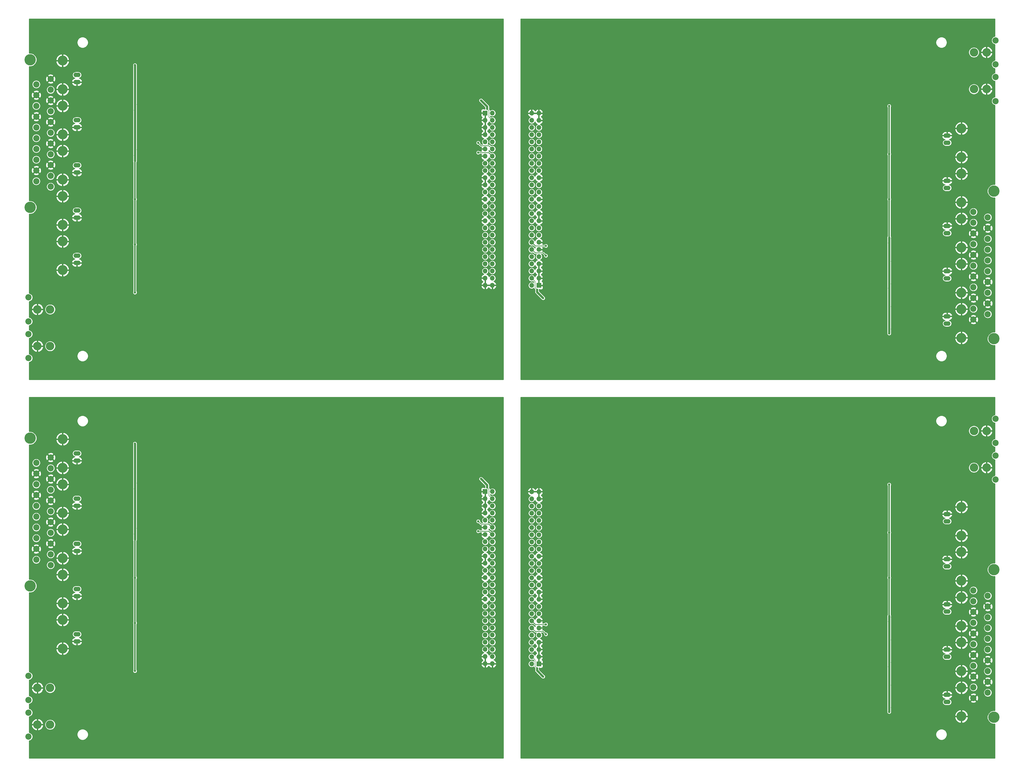
<source format=gbr>
G04 #@! TF.GenerationSoftware,KiCad,Pcbnew,(5.1.5)-2*
G04 #@! TF.CreationDate,2020-07-09T23:44:57+12:00*
G04 #@! TF.ProjectId,output.JVCardx4,6f757470-7574-42e4-9a56-436172647834,rev?*
G04 #@! TF.SameCoordinates,Original*
G04 #@! TF.FileFunction,Copper,L2,Bot*
G04 #@! TF.FilePolarity,Positive*
%FSLAX46Y46*%
G04 Gerber Fmt 4.6, Leading zero omitted, Abs format (unit mm)*
G04 Created by KiCad (PCBNEW (5.1.5)-2) date 2020-07-09 23:44:57*
%MOMM*%
%LPD*%
G04 APERTURE LIST*
%ADD10O,3.000000X3.000000*%
%ADD11C,2.200000*%
%ADD12R,1.700000X1.700000*%
%ADD13O,1.700000X1.700000*%
%ADD14O,2.500000X1.600000*%
%ADD15O,3.500000X3.500000*%
%ADD16C,4.000000*%
%ADD17C,0.800000*%
%ADD18C,0.800000*%
%ADD19C,0.500000*%
%ADD20C,0.250000*%
%ADD21C,0.200000*%
%ADD22C,0.254000*%
G04 APERTURE END LIST*
D10*
X275500000Y-170000000D03*
X280000000Y-170000000D03*
D11*
X283150000Y-174250000D03*
X283150000Y-165750000D03*
D10*
X275500000Y-157000000D03*
X280000000Y-157000000D03*
D11*
X283150000Y-161250000D03*
X283150000Y-152750000D03*
D12*
X121500000Y-239500000D03*
D13*
X118960000Y-239500000D03*
X121500000Y-236960000D03*
X118960000Y-236960000D03*
X121500000Y-234420000D03*
X118960000Y-234420000D03*
X121500000Y-231880000D03*
X118960000Y-231880000D03*
X121500000Y-229340000D03*
X118960000Y-229340000D03*
X121500000Y-226800000D03*
X118960000Y-226800000D03*
X121500000Y-224260000D03*
X118960000Y-224260000D03*
X121500000Y-221720000D03*
X118960000Y-221720000D03*
X121500000Y-219180000D03*
X118960000Y-219180000D03*
X121500000Y-216640000D03*
X118960000Y-216640000D03*
X121500000Y-214100000D03*
X118960000Y-214100000D03*
X121500000Y-211560000D03*
X118960000Y-211560000D03*
X121500000Y-209020000D03*
X118960000Y-209020000D03*
X121500000Y-206480000D03*
X118960000Y-206480000D03*
X121500000Y-203940000D03*
X118960000Y-203940000D03*
X121500000Y-201400000D03*
X118960000Y-201400000D03*
X121500000Y-198860000D03*
X118960000Y-198860000D03*
X121500000Y-196320000D03*
X118960000Y-196320000D03*
X121500000Y-193780000D03*
X118960000Y-193780000D03*
X121500000Y-191240000D03*
X118960000Y-191240000D03*
X121500000Y-188700000D03*
X118960000Y-188700000D03*
X121500000Y-186160000D03*
X118960000Y-186160000D03*
X121500000Y-183620000D03*
X118960000Y-183620000D03*
X121500000Y-181080000D03*
X118960000Y-181080000D03*
X121500000Y-178540000D03*
X118960000Y-178540000D03*
D14*
X266000000Y-202460000D03*
X266000000Y-205000000D03*
D15*
X271080000Y-210080000D03*
X271080000Y-199920000D03*
D11*
X275320000Y-213485000D03*
X275320000Y-251585000D03*
X280400000Y-245870000D03*
X275320000Y-247775000D03*
X280400000Y-242060000D03*
X275320000Y-243965000D03*
X280400000Y-238250000D03*
X275320000Y-240155000D03*
X280400000Y-249680000D03*
X275320000Y-236345000D03*
X280400000Y-234440000D03*
X275320000Y-232535000D03*
X280400000Y-230630000D03*
X275320000Y-228725000D03*
X280400000Y-226820000D03*
X275320000Y-224915000D03*
X280400000Y-223010000D03*
X275320000Y-221105000D03*
X280400000Y-219200000D03*
X275320000Y-217295000D03*
X280400000Y-215390000D03*
D16*
X282600000Y-258390000D03*
X282600000Y-206120000D03*
D14*
X266000000Y-218460000D03*
X266000000Y-221000000D03*
D15*
X271080000Y-226080000D03*
X271080000Y-215920000D03*
D14*
X266000000Y-234460000D03*
X266000000Y-237000000D03*
D15*
X271080000Y-242080000D03*
X271080000Y-231920000D03*
D14*
X266000000Y-186460000D03*
X266000000Y-189000000D03*
D15*
X271080000Y-194080000D03*
X271080000Y-183920000D03*
D14*
X266000000Y-250460000D03*
X266000000Y-253000000D03*
D15*
X271080000Y-258080000D03*
X271080000Y-247920000D03*
D14*
X-42000000Y-183540000D03*
X-42000000Y-181000000D03*
D15*
X-47080000Y-175920000D03*
X-47080000Y-186080000D03*
D14*
X-42000000Y-167540000D03*
X-42000000Y-165000000D03*
D15*
X-47080000Y-159920000D03*
X-47080000Y-170080000D03*
D14*
X-42000000Y-215540000D03*
X-42000000Y-213000000D03*
D15*
X-47080000Y-207920000D03*
X-47080000Y-218080000D03*
D14*
X-42000000Y-231540000D03*
X-42000000Y-229000000D03*
D15*
X-47080000Y-223920000D03*
X-47080000Y-234080000D03*
D10*
X-51500000Y-248000000D03*
X-56000000Y-248000000D03*
D11*
X-59150000Y-243750000D03*
X-59150000Y-252250000D03*
D12*
X102500000Y-178500000D03*
D13*
X105040000Y-178500000D03*
X102500000Y-181040000D03*
X105040000Y-181040000D03*
X102500000Y-183580000D03*
X105040000Y-183580000D03*
X102500000Y-186120000D03*
X105040000Y-186120000D03*
X102500000Y-188660000D03*
X105040000Y-188660000D03*
X102500000Y-191200000D03*
X105040000Y-191200000D03*
X102500000Y-193740000D03*
X105040000Y-193740000D03*
X102500000Y-196280000D03*
X105040000Y-196280000D03*
X102500000Y-198820000D03*
X105040000Y-198820000D03*
X102500000Y-201360000D03*
X105040000Y-201360000D03*
X102500000Y-203900000D03*
X105040000Y-203900000D03*
X102500000Y-206440000D03*
X105040000Y-206440000D03*
X102500000Y-208980000D03*
X105040000Y-208980000D03*
X102500000Y-211520000D03*
X105040000Y-211520000D03*
X102500000Y-214060000D03*
X105040000Y-214060000D03*
X102500000Y-216600000D03*
X105040000Y-216600000D03*
X102500000Y-219140000D03*
X105040000Y-219140000D03*
X102500000Y-221680000D03*
X105040000Y-221680000D03*
X102500000Y-224220000D03*
X105040000Y-224220000D03*
X102500000Y-226760000D03*
X105040000Y-226760000D03*
X102500000Y-229300000D03*
X105040000Y-229300000D03*
X102500000Y-231840000D03*
X105040000Y-231840000D03*
X102500000Y-234380000D03*
X105040000Y-234380000D03*
X102500000Y-236920000D03*
X105040000Y-236920000D03*
X102500000Y-239460000D03*
X105040000Y-239460000D03*
D10*
X-51500000Y-261000000D03*
X-56000000Y-261000000D03*
D11*
X-59150000Y-256750000D03*
X-59150000Y-265250000D03*
D14*
X-42000000Y-199540000D03*
X-42000000Y-197000000D03*
D15*
X-47080000Y-191920000D03*
X-47080000Y-202080000D03*
D11*
X-51320000Y-204515000D03*
X-51320000Y-166415000D03*
X-56400000Y-172130000D03*
X-51320000Y-170225000D03*
X-56400000Y-175940000D03*
X-51320000Y-174035000D03*
X-56400000Y-179750000D03*
X-51320000Y-177845000D03*
X-56400000Y-168320000D03*
X-51320000Y-181655000D03*
X-56400000Y-183560000D03*
X-51320000Y-185465000D03*
X-56400000Y-187370000D03*
X-51320000Y-189275000D03*
X-56400000Y-191180000D03*
X-51320000Y-193085000D03*
X-56400000Y-194990000D03*
X-51320000Y-196895000D03*
X-56400000Y-198800000D03*
X-51320000Y-200705000D03*
X-56400000Y-202610000D03*
D16*
X-58600000Y-159610000D03*
X-58600000Y-211880000D03*
D15*
X-47080000Y-100080000D03*
X-47080000Y-89920000D03*
D14*
X-42000000Y-95000000D03*
X-42000000Y-97540000D03*
D15*
X-47080000Y-36080000D03*
X-47080000Y-25920000D03*
D14*
X-42000000Y-31000000D03*
X-42000000Y-33540000D03*
D15*
X-47080000Y-84080000D03*
X-47080000Y-73920000D03*
D14*
X-42000000Y-79000000D03*
X-42000000Y-81540000D03*
D15*
X-47080000Y-52080000D03*
X-47080000Y-41920000D03*
D14*
X-42000000Y-47000000D03*
X-42000000Y-49540000D03*
D15*
X-47080000Y-68080000D03*
X-47080000Y-57920000D03*
D14*
X-42000000Y-63000000D03*
X-42000000Y-65540000D03*
D16*
X-58600000Y-77880000D03*
X-58600000Y-25610000D03*
D11*
X-56400000Y-68610000D03*
X-51320000Y-66705000D03*
X-56400000Y-64800000D03*
X-51320000Y-62895000D03*
X-56400000Y-60990000D03*
X-51320000Y-59085000D03*
X-56400000Y-57180000D03*
X-51320000Y-55275000D03*
X-56400000Y-53370000D03*
X-51320000Y-51465000D03*
X-56400000Y-49560000D03*
X-51320000Y-47655000D03*
X-56400000Y-34320000D03*
X-51320000Y-43845000D03*
X-56400000Y-45750000D03*
X-51320000Y-40035000D03*
X-56400000Y-41940000D03*
X-51320000Y-36225000D03*
X-56400000Y-38130000D03*
X-51320000Y-32415000D03*
X-51320000Y-70515000D03*
X-59150000Y-131250000D03*
X-59150000Y-122750000D03*
D10*
X-56000000Y-127000000D03*
X-51500000Y-127000000D03*
D11*
X-59150000Y-118250000D03*
X-59150000Y-109750000D03*
D10*
X-56000000Y-114000000D03*
X-51500000Y-114000000D03*
D13*
X105040000Y-105460000D03*
X102500000Y-105460000D03*
X105040000Y-102920000D03*
X102500000Y-102920000D03*
X105040000Y-100380000D03*
X102500000Y-100380000D03*
X105040000Y-97840000D03*
X102500000Y-97840000D03*
X105040000Y-95300000D03*
X102500000Y-95300000D03*
X105040000Y-92760000D03*
X102500000Y-92760000D03*
X105040000Y-90220000D03*
X102500000Y-90220000D03*
X105040000Y-87680000D03*
X102500000Y-87680000D03*
X105040000Y-85140000D03*
X102500000Y-85140000D03*
X105040000Y-82600000D03*
X102500000Y-82600000D03*
X105040000Y-80060000D03*
X102500000Y-80060000D03*
X105040000Y-77520000D03*
X102500000Y-77520000D03*
X105040000Y-74980000D03*
X102500000Y-74980000D03*
X105040000Y-72440000D03*
X102500000Y-72440000D03*
X105040000Y-69900000D03*
X102500000Y-69900000D03*
X105040000Y-67360000D03*
X102500000Y-67360000D03*
X105040000Y-64820000D03*
X102500000Y-64820000D03*
X105040000Y-62280000D03*
X102500000Y-62280000D03*
X105040000Y-59740000D03*
X102500000Y-59740000D03*
X105040000Y-57200000D03*
X102500000Y-57200000D03*
X105040000Y-54660000D03*
X102500000Y-54660000D03*
X105040000Y-52120000D03*
X102500000Y-52120000D03*
X105040000Y-49580000D03*
X102500000Y-49580000D03*
X105040000Y-47040000D03*
X102500000Y-47040000D03*
X105040000Y-44500000D03*
D12*
X102500000Y-44500000D03*
D15*
X271080000Y-49920000D03*
X271080000Y-60080000D03*
D14*
X266000000Y-55000000D03*
X266000000Y-52460000D03*
D15*
X271080000Y-113920000D03*
X271080000Y-124080000D03*
D14*
X266000000Y-119000000D03*
X266000000Y-116460000D03*
D15*
X271080000Y-65920000D03*
X271080000Y-76080000D03*
D14*
X266000000Y-71000000D03*
X266000000Y-68460000D03*
D15*
X271080000Y-97920000D03*
X271080000Y-108080000D03*
D14*
X266000000Y-103000000D03*
X266000000Y-100460000D03*
D15*
X271080000Y-81920000D03*
X271080000Y-92080000D03*
D14*
X266000000Y-87000000D03*
X266000000Y-84460000D03*
D16*
X282600000Y-72120000D03*
X282600000Y-124390000D03*
D11*
X280400000Y-81390000D03*
X275320000Y-83295000D03*
X280400000Y-85200000D03*
X275320000Y-87105000D03*
X280400000Y-89010000D03*
X275320000Y-90915000D03*
X280400000Y-92820000D03*
X275320000Y-94725000D03*
X280400000Y-96630000D03*
X275320000Y-98535000D03*
X280400000Y-100440000D03*
X275320000Y-102345000D03*
X280400000Y-115680000D03*
X275320000Y-106155000D03*
X280400000Y-104250000D03*
X275320000Y-109965000D03*
X280400000Y-108060000D03*
X275320000Y-113775000D03*
X280400000Y-111870000D03*
X275320000Y-117585000D03*
X275320000Y-79485000D03*
X283150000Y-18750000D03*
X283150000Y-27250000D03*
D10*
X280000000Y-23000000D03*
X275500000Y-23000000D03*
D11*
X283150000Y-31750000D03*
X283150000Y-40250000D03*
D10*
X280000000Y-36000000D03*
X275500000Y-36000000D03*
D13*
X118960000Y-44540000D03*
X121500000Y-44540000D03*
X118960000Y-47080000D03*
X121500000Y-47080000D03*
X118960000Y-49620000D03*
X121500000Y-49620000D03*
X118960000Y-52160000D03*
X121500000Y-52160000D03*
X118960000Y-54700000D03*
X121500000Y-54700000D03*
X118960000Y-57240000D03*
X121500000Y-57240000D03*
X118960000Y-59780000D03*
X121500000Y-59780000D03*
X118960000Y-62320000D03*
X121500000Y-62320000D03*
X118960000Y-64860000D03*
X121500000Y-64860000D03*
X118960000Y-67400000D03*
X121500000Y-67400000D03*
X118960000Y-69940000D03*
X121500000Y-69940000D03*
X118960000Y-72480000D03*
X121500000Y-72480000D03*
X118960000Y-75020000D03*
X121500000Y-75020000D03*
X118960000Y-77560000D03*
X121500000Y-77560000D03*
X118960000Y-80100000D03*
X121500000Y-80100000D03*
X118960000Y-82640000D03*
X121500000Y-82640000D03*
X118960000Y-85180000D03*
X121500000Y-85180000D03*
X118960000Y-87720000D03*
X121500000Y-87720000D03*
X118960000Y-90260000D03*
X121500000Y-90260000D03*
X118960000Y-92800000D03*
X121500000Y-92800000D03*
X118960000Y-95340000D03*
X121500000Y-95340000D03*
X118960000Y-97880000D03*
X121500000Y-97880000D03*
X118960000Y-100420000D03*
X121500000Y-100420000D03*
X118960000Y-102960000D03*
X121500000Y-102960000D03*
X118960000Y-105500000D03*
D12*
X121500000Y-105500000D03*
D17*
X-22500000Y-203000000D03*
X-20500000Y-191500000D03*
X-34000000Y-201000000D03*
X-17000000Y-184500000D03*
X-31500000Y-187000000D03*
X-34000000Y-179500000D03*
X-25000000Y-189000000D03*
X-22500000Y-179000000D03*
X-20500000Y-175500000D03*
X-22500000Y-187000000D03*
X-20000000Y-184500000D03*
X-31500000Y-203000000D03*
X-20000000Y-200500000D03*
X-34000000Y-185000000D03*
X-27000000Y-179500000D03*
X-34000000Y-195500000D03*
X-25000000Y-205000000D03*
X-17000000Y-200500000D03*
X-22500000Y-195000000D03*
X-46000000Y-246500000D03*
X105500000Y-156000000D03*
X97000000Y-152500000D03*
X108500000Y-154000000D03*
X11000000Y-152500000D03*
X-27000000Y-195500000D03*
X-23000000Y-232500000D03*
X-31000000Y-244000000D03*
X-24500000Y-219000000D03*
X99500000Y-160000000D03*
X99000000Y-149500000D03*
X101000000Y-146500000D03*
X15000000Y-158500000D03*
X-29000000Y-211500000D03*
X9000000Y-149500000D03*
X99500000Y-186000000D03*
X5000000Y-163500000D03*
X102500000Y-158000000D03*
X2500000Y-161000000D03*
X0Y-158500000D03*
X-2500000Y-156000000D03*
X7500000Y-166000000D03*
X-41500000Y-246000000D03*
X-36000000Y-251500000D03*
X-34000000Y-211500000D03*
X-14000000Y-225000000D03*
X-31500000Y-219500000D03*
X99500000Y-176000000D03*
X-19000000Y-216500000D03*
X95000000Y-155500000D03*
X93000000Y-158500000D03*
X13000000Y-155500000D03*
X-34000000Y-233000000D03*
X-23000000Y-216500000D03*
X-19000000Y-232500000D03*
X-29000000Y-227500000D03*
X-24500000Y-235000000D03*
X-41500000Y-254000000D03*
X-24500000Y-211000000D03*
X105500000Y-175000000D03*
X102500000Y-173000000D03*
X96500000Y-162000000D03*
X7000000Y-146500000D03*
X99500000Y-171000000D03*
X-31500000Y-235500000D03*
X-34000000Y-217000000D03*
X-24500000Y-227000000D03*
X-40000000Y-251500000D03*
X-34000000Y-227500000D03*
X-48500000Y-254500000D03*
X-12000000Y-177000000D03*
X35500000Y-146500000D03*
X17000000Y-161500000D03*
X2000000Y-172000000D03*
X35500000Y-155500000D03*
X35500000Y-161500000D03*
X-6000000Y-178500000D03*
X-6000000Y-188500000D03*
X2000000Y-201500000D03*
X-12000000Y-161000000D03*
X-22500000Y-171000000D03*
X-55000000Y-235000000D03*
X70000000Y-152500000D03*
X-31500000Y-171000000D03*
X-6000000Y-169500000D03*
X6000000Y-214000000D03*
X6000000Y-193000000D03*
X-14000000Y-209000000D03*
X-2000000Y-190000000D03*
X2000000Y-214000000D03*
X2000000Y-191500000D03*
X70000000Y-161500000D03*
X-55000000Y-204500000D03*
X-55000000Y-216000000D03*
X-22500000Y-163000000D03*
X2000000Y-182500000D03*
X6000000Y-184500000D03*
X35500000Y-149500000D03*
X70000000Y-155500000D03*
X-8000000Y-166500000D03*
X-2000000Y-171500000D03*
X70000000Y-149500000D03*
X10000000Y-168500000D03*
X-2000000Y-200000000D03*
X6000000Y-203000000D03*
X70000000Y-158500000D03*
X-12000000Y-193000000D03*
X-34000000Y-163500000D03*
X-34000000Y-169000000D03*
X-27000000Y-163500000D03*
X-17000000Y-168500000D03*
X35500000Y-158500000D03*
X70000000Y-146500000D03*
X-20000000Y-168500000D03*
X-2000000Y-180500000D03*
X-20500000Y-159500000D03*
X35500000Y-152500000D03*
X6500000Y-172000000D03*
X-25000000Y-173000000D03*
X-9500000Y-163500000D03*
X83000000Y-268000000D03*
X-54000000Y-245500000D03*
X-10500000Y-252000000D03*
X-19000000Y-244000000D03*
X79500000Y-258000000D03*
X93500000Y-171000000D03*
X-58000000Y-204500000D03*
X-52000000Y-234500000D03*
X-58500000Y-216000000D03*
X-3000000Y-208500000D03*
X-1500000Y-223000000D03*
X-3500000Y-258500000D03*
X-49500000Y-246000000D03*
X-5500000Y-206000000D03*
X-9000000Y-214500000D03*
X-8500000Y-198000000D03*
X-13500000Y-244500000D03*
X-23500000Y-250000000D03*
X-52000000Y-216000000D03*
X-3000000Y-265000000D03*
X81000000Y-265000000D03*
X-19000000Y-240000000D03*
X100500000Y-233500000D03*
X100500000Y-229000000D03*
X-22000000Y-246000000D03*
X99000000Y-238000000D03*
X93500000Y-186000000D03*
X-58500000Y-235000000D03*
X-23000000Y-240500000D03*
X91500000Y-161500000D03*
X-1500000Y-254500000D03*
X96500000Y-186000000D03*
X-9500000Y-230500000D03*
X77500000Y-255000000D03*
X96500000Y-233500000D03*
X-23000000Y-243500000D03*
X93000000Y-240000000D03*
X90000000Y-247000000D03*
X-4500000Y-221000000D03*
X105000000Y-241500000D03*
X100000000Y-246500000D03*
X102000000Y-248500000D03*
X-10000000Y-247000000D03*
X96500000Y-171000000D03*
X-10500000Y-211000000D03*
X-10500000Y-227000000D03*
X-3500000Y-246500000D03*
X-5000000Y-268000000D03*
X93500000Y-163500000D03*
X-51500000Y-207000000D03*
X38500000Y-255000000D03*
X92500000Y-254000000D03*
X94500000Y-256000000D03*
X-40000000Y-272000000D03*
X108000000Y-146000000D03*
X38500000Y-258000000D03*
X38500000Y-265000000D03*
X38500000Y-268000000D03*
X-58000000Y-272000000D03*
X108000000Y-272000000D03*
X-40000000Y-145500000D03*
X-58000000Y-146000000D03*
X107000000Y-243500000D03*
X230000000Y-239500000D03*
X244000000Y-249500000D03*
X255500000Y-247000000D03*
X258000000Y-249000000D03*
X211000000Y-262500000D03*
X154000000Y-262500000D03*
X224000000Y-259500000D03*
X123000000Y-271500000D03*
X216500000Y-252000000D03*
X217500000Y-246000000D03*
X222000000Y-235500000D03*
X222000000Y-216500000D03*
X124500000Y-258000000D03*
X188500000Y-262500000D03*
X230000000Y-229500000D03*
X218000000Y-204000000D03*
X218000000Y-215000000D03*
X218000000Y-233500000D03*
X236000000Y-225000000D03*
X258000000Y-254500000D03*
X188500000Y-265500000D03*
X118500000Y-262000000D03*
X226000000Y-237500000D03*
X154000000Y-271500000D03*
X236000000Y-257000000D03*
X251000000Y-254500000D03*
X209000000Y-259500000D03*
X215000000Y-268500000D03*
X232000000Y-251500000D03*
X154000000Y-259500000D03*
X226000000Y-246500000D03*
X217000000Y-271500000D03*
X214000000Y-249500000D03*
X121500000Y-260000000D03*
X115500000Y-264000000D03*
X226500000Y-262000000D03*
X226000000Y-218000000D03*
X188500000Y-268500000D03*
X131000000Y-259500000D03*
X154000000Y-256500000D03*
X188500000Y-259500000D03*
X125000000Y-268500000D03*
X154000000Y-268500000D03*
X222000000Y-226500000D03*
X226000000Y-228000000D03*
X129000000Y-262500000D03*
X222000000Y-246000000D03*
X213000000Y-265500000D03*
X127500000Y-256000000D03*
X219000000Y-254500000D03*
X230000000Y-248500000D03*
X127000000Y-265500000D03*
X188500000Y-271500000D03*
X221500000Y-257000000D03*
X188500000Y-256500000D03*
X222000000Y-204000000D03*
X218000000Y-225000000D03*
X154000000Y-265500000D03*
X124500000Y-232000000D03*
X207000000Y-256500000D03*
X233500000Y-254500000D03*
X238000000Y-209000000D03*
X236000000Y-241000000D03*
X241000000Y-249500000D03*
X227500000Y-171500000D03*
X141000000Y-150000000D03*
X282000000Y-213500000D03*
X130500000Y-254500000D03*
X246500000Y-255000000D03*
X117000000Y-174500000D03*
X247500000Y-168000000D03*
X278000000Y-172500000D03*
X127500000Y-232000000D03*
X234000000Y-171000000D03*
X275500000Y-211000000D03*
X282500000Y-202000000D03*
X233000000Y-203500000D03*
X246500000Y-247000000D03*
X247000000Y-177500000D03*
X243000000Y-174000000D03*
X225500000Y-163500000D03*
X246000000Y-172000000D03*
X227000000Y-153000000D03*
X276000000Y-202000000D03*
X234500000Y-191000000D03*
X237500000Y-173500000D03*
X229000000Y-150000000D03*
X146500000Y-163000000D03*
X143000000Y-153000000D03*
X119000000Y-176500000D03*
X228500000Y-197000000D03*
X130500000Y-232000000D03*
X130500000Y-247000000D03*
X232500000Y-220000000D03*
X124000000Y-171500000D03*
X234500000Y-166000000D03*
X279000000Y-213500000D03*
X144500000Y-160000000D03*
X244500000Y-258500000D03*
X122000000Y-169500000D03*
X185500000Y-163000000D03*
X276000000Y-183500000D03*
X243000000Y-178000000D03*
X131500000Y-164000000D03*
X185500000Y-153000000D03*
X233500000Y-187500000D03*
X247000000Y-174500000D03*
X123500000Y-189000000D03*
X129500000Y-162000000D03*
X279000000Y-183000000D03*
X125000000Y-180000000D03*
X185500000Y-160000000D03*
X131000000Y-178000000D03*
X227500000Y-159500000D03*
X134000000Y-171000000D03*
X127500000Y-184500000D03*
X185500000Y-150000000D03*
X282500000Y-183000000D03*
X249000000Y-245000000D03*
X123500000Y-184500000D03*
X273500000Y-172000000D03*
X225500000Y-195000000D03*
X234500000Y-207000000D03*
X132500000Y-256500000D03*
X229500000Y-212000000D03*
X127500000Y-247000000D03*
X279000000Y-202000000D03*
X227000000Y-209500000D03*
X116000000Y-272000000D03*
X282000000Y-272000000D03*
X116000000Y-146000000D03*
X264000000Y-272500000D03*
X282000000Y-146000000D03*
X264000000Y-146000000D03*
X241000000Y-233500000D03*
X255500000Y-231000000D03*
X244000000Y-233500000D03*
X258000000Y-238500000D03*
X246500000Y-239000000D03*
X249000000Y-229000000D03*
X258000000Y-233000000D03*
X244500000Y-242500000D03*
X246500000Y-231000000D03*
X251000000Y-238500000D03*
X244000000Y-217500000D03*
X124500000Y-242000000D03*
X248500000Y-183000000D03*
X247000000Y-201500000D03*
X270000000Y-171500000D03*
X255500000Y-215000000D03*
X249000000Y-213000000D03*
X248500000Y-207000000D03*
X253000000Y-206500000D03*
X258000000Y-190500000D03*
X255500000Y-182500000D03*
X246500000Y-215000000D03*
X248500000Y-191000000D03*
X253000000Y-190500000D03*
X238000000Y-193000000D03*
X264000000Y-166500000D03*
X241000000Y-217500000D03*
X258000000Y-206500000D03*
X248500000Y-199000000D03*
X243000000Y-201500000D03*
X243000000Y-185500000D03*
X272500000Y-163500000D03*
X244500000Y-226500000D03*
X251000000Y-222500000D03*
X258000000Y-201000000D03*
X258000000Y-185000000D03*
X260000000Y-166500000D03*
X255500000Y-198500000D03*
X265500000Y-172000000D03*
X265500000Y-164000000D03*
X255000000Y-174000000D03*
X118500000Y-243000000D03*
X121500000Y-245000000D03*
X246500000Y-223000000D03*
X124500000Y-247000000D03*
X258000000Y-222500000D03*
X258000000Y-217000000D03*
X247000000Y-185500000D03*
X-21500000Y-177500000D03*
X-21500000Y-225000000D03*
X-21500000Y-242000000D03*
X-21500000Y-161500000D03*
X-21500000Y-193500000D03*
X-21500000Y-209000000D03*
X245500000Y-176000000D03*
X245500000Y-256500000D03*
X245500000Y-209000000D03*
X245500000Y-240500000D03*
X245500000Y-193000000D03*
X245500000Y-224500000D03*
X100000000Y-192500000D03*
X124000000Y-225500000D03*
X100000000Y-189000000D03*
X124000000Y-229000000D03*
X101000000Y-174000000D03*
X123000000Y-244000000D03*
X-20000000Y-50500000D03*
X-17000000Y-50500000D03*
X-31500000Y-53000000D03*
X-34000000Y-45500000D03*
X-25000000Y-55000000D03*
X-22500000Y-45000000D03*
X-34000000Y-51000000D03*
X-20500000Y-41500000D03*
X-22500000Y-53000000D03*
X-27000000Y-45500000D03*
X-20000000Y-66500000D03*
X-17000000Y-66500000D03*
X-31500000Y-69000000D03*
X-34000000Y-61500000D03*
X-25000000Y-71000000D03*
X-22500000Y-61000000D03*
X-34000000Y-67000000D03*
X-20500000Y-57500000D03*
X-22500000Y-69000000D03*
X-27000000Y-61500000D03*
X-23000000Y-82500000D03*
X-19000000Y-82500000D03*
X-31500000Y-85500000D03*
X-34000000Y-77500000D03*
X-24500000Y-77000000D03*
X-34000000Y-83000000D03*
X-24500000Y-85000000D03*
X-29000000Y-77500000D03*
X-23000000Y-98500000D03*
X-19000000Y-98500000D03*
X-34000000Y-93500000D03*
X-31500000Y-101500000D03*
X-34000000Y-99000000D03*
X-24500000Y-93000000D03*
X-29000000Y-93500000D03*
X-24500000Y-101000000D03*
X-14000000Y-91000000D03*
X-40000000Y-117500000D03*
X-36000000Y-117500000D03*
X-48500000Y-120500000D03*
X-41500000Y-112000000D03*
X-46000000Y-112500000D03*
X-41500000Y-120000000D03*
X-31000000Y-110000000D03*
X105500000Y-41000000D03*
X102500000Y-39000000D03*
X99500000Y-37000000D03*
X99500000Y-42000000D03*
X99500000Y-52000000D03*
X99500000Y-26000000D03*
X102500000Y-24000000D03*
X105500000Y-22000000D03*
X99000000Y-15500000D03*
X97000000Y-18500000D03*
X95000000Y-21500000D03*
X93000000Y-24500000D03*
X96500000Y-28000000D03*
X101000000Y-12500000D03*
X108500000Y-20000000D03*
X9000000Y-15500000D03*
X7000000Y-12500000D03*
X11000000Y-18500000D03*
X13000000Y-21500000D03*
X15000000Y-24500000D03*
X5000000Y-29500000D03*
X2500000Y-27000000D03*
X0Y-24500000D03*
X-2500000Y-22000000D03*
X7500000Y-32000000D03*
X-9500000Y-29500000D03*
X-8000000Y-32500000D03*
X-6000000Y-35500000D03*
X-2000000Y-37500000D03*
X2000000Y-38000000D03*
X35500000Y-12500000D03*
X35500000Y-15500000D03*
X35500000Y-18500000D03*
X35500000Y-21500000D03*
X35500000Y-24500000D03*
X70000000Y-12500000D03*
X70000000Y-15500000D03*
X70000000Y-18500000D03*
X70000000Y-21500000D03*
X70000000Y-24500000D03*
X70000000Y-27500000D03*
X35500000Y-27500000D03*
X17000000Y-27500000D03*
X10000000Y-34500000D03*
X6500000Y-38000000D03*
X-6000000Y-44500000D03*
X-2000000Y-46500000D03*
X2000000Y-48500000D03*
X2000000Y-57500000D03*
X-2000000Y-56000000D03*
X-6000000Y-54500000D03*
X-2000000Y-66000000D03*
X2000000Y-67500000D03*
X2000000Y-80000000D03*
X6000000Y-80000000D03*
X6000000Y-69000000D03*
X6000000Y-59000000D03*
X6000000Y-50500000D03*
X-14000000Y-75000000D03*
X-12000000Y-59000000D03*
X-12000000Y-43000000D03*
X-12000000Y-27000000D03*
X-17000000Y-34500000D03*
X-20000000Y-34500000D03*
X-31500000Y-37000000D03*
X-34000000Y-35000000D03*
X-34000000Y-29500000D03*
X-27000000Y-29500000D03*
X-22500000Y-29000000D03*
X-20500000Y-25500000D03*
X-22500000Y-37000000D03*
X-25000000Y-39000000D03*
X-55000000Y-101000000D03*
X-55000000Y-70500000D03*
X-55000000Y-82000000D03*
X-58500000Y-82000000D03*
X-58500000Y-101000000D03*
X-52000000Y-100500000D03*
X-52000000Y-82000000D03*
X-51500000Y-73000000D03*
X-58000000Y-70500000D03*
X-54000000Y-111500000D03*
X-49500000Y-112000000D03*
X93500000Y-29500000D03*
X91500000Y-27500000D03*
X96500000Y-37000000D03*
X96500000Y-52000000D03*
X93500000Y-52000000D03*
X93500000Y-37000000D03*
X-10500000Y-93000000D03*
X-9500000Y-96500000D03*
X-1500000Y-89000000D03*
X-4500000Y-87000000D03*
X-9000000Y-80500000D03*
X-10500000Y-77000000D03*
X-5500000Y-72000000D03*
X-3000000Y-74500000D03*
X-8500000Y-64000000D03*
X-10000000Y-113000000D03*
X-3500000Y-112500000D03*
X-13500000Y-110500000D03*
X-23000000Y-106500000D03*
X-23000000Y-109500000D03*
X-19000000Y-106000000D03*
X-19000000Y-110000000D03*
X-10500000Y-118000000D03*
X-1500000Y-120500000D03*
X-3500000Y-124500000D03*
X-22000000Y-112000000D03*
X-23500000Y-116000000D03*
X-3000000Y-131000000D03*
X-5000000Y-134000000D03*
X81000000Y-131000000D03*
X83000000Y-134000000D03*
X77500000Y-121000000D03*
X79500000Y-124000000D03*
X100500000Y-99500000D03*
X100500000Y-95000000D03*
X96500000Y-99500000D03*
X99000000Y-104000000D03*
X93000000Y-106000000D03*
X90000000Y-113000000D03*
X105000000Y-107500000D03*
X100000000Y-112500000D03*
X102000000Y-114500000D03*
X107000000Y-109500000D03*
X92500000Y-120000000D03*
X94500000Y-122000000D03*
X38500000Y-121000000D03*
X38500000Y-124000000D03*
X38500000Y-131000000D03*
X38500000Y-134000000D03*
X-58000000Y-12000000D03*
X-58000000Y-138000000D03*
X108000000Y-138000000D03*
X108000000Y-12000000D03*
X-40000000Y-11500000D03*
X-40000000Y-138000000D03*
X244000000Y-99500000D03*
X241000000Y-99500000D03*
X255500000Y-97000000D03*
X258000000Y-104500000D03*
X249000000Y-95000000D03*
X246500000Y-105000000D03*
X258000000Y-99000000D03*
X244500000Y-108500000D03*
X246500000Y-97000000D03*
X251000000Y-104500000D03*
X244000000Y-83500000D03*
X241000000Y-83500000D03*
X255500000Y-81000000D03*
X258000000Y-88500000D03*
X249000000Y-79000000D03*
X246500000Y-89000000D03*
X258000000Y-83000000D03*
X244500000Y-92500000D03*
X246500000Y-81000000D03*
X251000000Y-88500000D03*
X247000000Y-67500000D03*
X243000000Y-67500000D03*
X255500000Y-64500000D03*
X258000000Y-72500000D03*
X248500000Y-73000000D03*
X258000000Y-67000000D03*
X248500000Y-65000000D03*
X253000000Y-72500000D03*
X247000000Y-51500000D03*
X243000000Y-51500000D03*
X258000000Y-56500000D03*
X255500000Y-48500000D03*
X258000000Y-51000000D03*
X248500000Y-57000000D03*
X253000000Y-56500000D03*
X248500000Y-49000000D03*
X238000000Y-59000000D03*
X264000000Y-32500000D03*
X260000000Y-32500000D03*
X272500000Y-29500000D03*
X265500000Y-38000000D03*
X270000000Y-37500000D03*
X265500000Y-30000000D03*
X255000000Y-40000000D03*
X118500000Y-109000000D03*
X121500000Y-111000000D03*
X124500000Y-113000000D03*
X124500000Y-108000000D03*
X124500000Y-98000000D03*
X124500000Y-124000000D03*
X121500000Y-126000000D03*
X118500000Y-128000000D03*
X125000000Y-134500000D03*
X127000000Y-131500000D03*
X129000000Y-128500000D03*
X131000000Y-125500000D03*
X127500000Y-122000000D03*
X123000000Y-137500000D03*
X115500000Y-130000000D03*
X215000000Y-134500000D03*
X217000000Y-137500000D03*
X213000000Y-131500000D03*
X211000000Y-128500000D03*
X209000000Y-125500000D03*
X219000000Y-120500000D03*
X221500000Y-123000000D03*
X224000000Y-125500000D03*
X226500000Y-128000000D03*
X216500000Y-118000000D03*
X233500000Y-120500000D03*
X232000000Y-117500000D03*
X230000000Y-114500000D03*
X226000000Y-112500000D03*
X222000000Y-112000000D03*
X188500000Y-137500000D03*
X188500000Y-134500000D03*
X188500000Y-131500000D03*
X188500000Y-128500000D03*
X188500000Y-125500000D03*
X154000000Y-137500000D03*
X154000000Y-134500000D03*
X154000000Y-131500000D03*
X154000000Y-128500000D03*
X154000000Y-125500000D03*
X154000000Y-122500000D03*
X188500000Y-122500000D03*
X207000000Y-122500000D03*
X214000000Y-115500000D03*
X217500000Y-112000000D03*
X230000000Y-105500000D03*
X226000000Y-103500000D03*
X222000000Y-101500000D03*
X222000000Y-92500000D03*
X226000000Y-94000000D03*
X230000000Y-95500000D03*
X226000000Y-84000000D03*
X222000000Y-82500000D03*
X222000000Y-70000000D03*
X218000000Y-70000000D03*
X218000000Y-81000000D03*
X218000000Y-91000000D03*
X218000000Y-99500000D03*
X238000000Y-75000000D03*
X236000000Y-91000000D03*
X236000000Y-107000000D03*
X236000000Y-123000000D03*
X241000000Y-115500000D03*
X244000000Y-115500000D03*
X255500000Y-113000000D03*
X258000000Y-115000000D03*
X258000000Y-120500000D03*
X251000000Y-120500000D03*
X246500000Y-121000000D03*
X244500000Y-124500000D03*
X246500000Y-113000000D03*
X249000000Y-111000000D03*
X279000000Y-49000000D03*
X279000000Y-79500000D03*
X279000000Y-68000000D03*
X282500000Y-68000000D03*
X282500000Y-49000000D03*
X276000000Y-49500000D03*
X276000000Y-68000000D03*
X275500000Y-77000000D03*
X282000000Y-79500000D03*
X278000000Y-38500000D03*
X273500000Y-38000000D03*
X130500000Y-120500000D03*
X132500000Y-122500000D03*
X127500000Y-113000000D03*
X127500000Y-98000000D03*
X130500000Y-98000000D03*
X130500000Y-113000000D03*
X234500000Y-57000000D03*
X233500000Y-53500000D03*
X225500000Y-61000000D03*
X228500000Y-63000000D03*
X233000000Y-69500000D03*
X234500000Y-73000000D03*
X229500000Y-78000000D03*
X227000000Y-75500000D03*
X232500000Y-86000000D03*
X234000000Y-37000000D03*
X227500000Y-37500000D03*
X237500000Y-39500000D03*
X247000000Y-43500000D03*
X247000000Y-40500000D03*
X243000000Y-44000000D03*
X243000000Y-40000000D03*
X234500000Y-32000000D03*
X225500000Y-29500000D03*
X227500000Y-25500000D03*
X246000000Y-38000000D03*
X247500000Y-34000000D03*
X227000000Y-19000000D03*
X229000000Y-16000000D03*
X143000000Y-19000000D03*
X141000000Y-16000000D03*
X146500000Y-29000000D03*
X144500000Y-26000000D03*
X123500000Y-50500000D03*
X123500000Y-55000000D03*
X127500000Y-50500000D03*
X125000000Y-46000000D03*
X131000000Y-44000000D03*
X134000000Y-37000000D03*
X119000000Y-42500000D03*
X124000000Y-37500000D03*
X122000000Y-35500000D03*
X117000000Y-40500000D03*
X131500000Y-30000000D03*
X129500000Y-28000000D03*
X185500000Y-29000000D03*
X185500000Y-26000000D03*
X185500000Y-19000000D03*
X185500000Y-16000000D03*
X282000000Y-138000000D03*
X282000000Y-12000000D03*
X116000000Y-12000000D03*
X116000000Y-138000000D03*
X264000000Y-138500000D03*
X264000000Y-12000000D03*
X-21500000Y-75000000D03*
X-21500000Y-43500000D03*
X-21500000Y-91000000D03*
X-21500000Y-59500000D03*
X-21500000Y-27500000D03*
X-21500000Y-108000000D03*
X245500000Y-75000000D03*
X245500000Y-106500000D03*
X245500000Y-59000000D03*
X245500000Y-90500000D03*
X245500000Y-122500000D03*
X245500000Y-42000000D03*
X100000000Y-58500000D03*
X124000000Y-91500000D03*
X100000000Y-55000000D03*
X124000000Y-95000000D03*
X101000000Y-40000000D03*
X123000000Y-110000000D03*
D18*
X-21500000Y-191980002D02*
X-21500000Y-177500000D01*
X-21500000Y-193500000D02*
X-21500000Y-191980002D01*
X-21500000Y-162065685D02*
X-21500000Y-161500000D01*
X-21500000Y-177500000D02*
X-21500000Y-162065685D01*
X-21500000Y-195480002D02*
X-21500000Y-193500000D01*
D19*
X-21500000Y-209000000D02*
X-21500000Y-193500000D01*
X-21500000Y-209000000D02*
X-21500000Y-225000000D01*
X-21500000Y-242000000D02*
X-21500000Y-225000000D01*
X245500000Y-209000000D02*
X245500000Y-193000000D01*
X245500000Y-176000000D02*
X245500000Y-193000000D01*
X245500000Y-209000000D02*
X245500000Y-224500000D01*
D18*
X245500000Y-224500000D02*
X245500000Y-226019998D01*
X245500000Y-255934315D02*
X245500000Y-256500000D01*
X245500000Y-240500000D02*
X245500000Y-255934315D01*
X245500000Y-226019998D02*
X245500000Y-240500000D01*
X245500000Y-222519998D02*
X245500000Y-224500000D01*
D20*
X100000000Y-192500000D02*
X103740000Y-192500000D01*
X103740000Y-192500000D02*
X105000000Y-193760000D01*
X124000000Y-225500000D02*
X120260000Y-225500000D01*
X120260000Y-225500000D02*
X119000000Y-224240000D01*
X103780000Y-190000000D02*
X105000000Y-191220000D01*
X100000000Y-189000000D02*
X101000000Y-190000000D01*
X101000000Y-190000000D02*
X103780000Y-190000000D01*
X124000000Y-229000000D02*
X123000000Y-228000000D01*
X120220000Y-228000000D02*
X119000000Y-226780000D01*
X123000000Y-228000000D02*
X120220000Y-228000000D01*
D18*
X103180002Y-176180002D02*
X101000000Y-174000000D01*
D21*
X103849999Y-177669997D02*
X103180002Y-177000000D01*
X103849999Y-179909999D02*
X103849999Y-177669997D01*
D18*
X103180002Y-177000000D02*
X103180002Y-176180002D01*
D21*
X105000000Y-181060000D02*
X103849999Y-179909999D01*
X119000000Y-236940000D02*
X120150001Y-238090001D01*
X120150001Y-238090001D02*
X120150001Y-240330003D01*
X120150001Y-240330003D02*
X120819998Y-241000000D01*
D18*
X120819998Y-241819998D02*
X123000000Y-244000000D01*
X120819998Y-241000000D02*
X120819998Y-241819998D01*
X-21500000Y-57980002D02*
X-21500000Y-43500000D01*
X-21500000Y-61480002D02*
X-21500000Y-59500000D01*
X-21500000Y-59500000D02*
X-21500000Y-57980002D01*
X-21500000Y-28065685D02*
X-21500000Y-27500000D01*
X-21500000Y-43500000D02*
X-21500000Y-28065685D01*
D19*
X-21500000Y-108000000D02*
X-21500000Y-91000000D01*
X-21500000Y-75000000D02*
X-21500000Y-59500000D01*
X-21500000Y-75000000D02*
X-21500000Y-91000000D01*
D18*
X245500000Y-92019998D02*
X245500000Y-106500000D01*
X245500000Y-88519998D02*
X245500000Y-90500000D01*
X245500000Y-90500000D02*
X245500000Y-92019998D01*
X245500000Y-121934315D02*
X245500000Y-122500000D01*
X245500000Y-106500000D02*
X245500000Y-121934315D01*
D19*
X245500000Y-42000000D02*
X245500000Y-59000000D01*
X245500000Y-75000000D02*
X245500000Y-90500000D01*
X245500000Y-75000000D02*
X245500000Y-59000000D01*
D20*
X103740000Y-58500000D02*
X105000000Y-59760000D01*
X100000000Y-58500000D02*
X103740000Y-58500000D01*
X120260000Y-91500000D02*
X119000000Y-90240000D01*
X124000000Y-91500000D02*
X120260000Y-91500000D01*
X100000000Y-55000000D02*
X101000000Y-56000000D01*
X103780000Y-56000000D02*
X105000000Y-57220000D01*
X101000000Y-56000000D02*
X103780000Y-56000000D01*
X124000000Y-95000000D02*
X123000000Y-94000000D01*
X120220000Y-94000000D02*
X119000000Y-92780000D01*
X123000000Y-94000000D02*
X120220000Y-94000000D01*
D21*
X103849999Y-43669997D02*
X103180002Y-43000000D01*
X105000000Y-47060000D02*
X103849999Y-45909999D01*
X103849999Y-45909999D02*
X103849999Y-43669997D01*
D18*
X103180002Y-42180002D02*
X101000000Y-40000000D01*
X103180002Y-43000000D02*
X103180002Y-42180002D01*
D21*
X120150001Y-106330003D02*
X120819998Y-107000000D01*
X119000000Y-102940000D02*
X120150001Y-104090001D01*
X120150001Y-104090001D02*
X120150001Y-106330003D01*
D18*
X120819998Y-107819998D02*
X123000000Y-110000000D01*
X120819998Y-107000000D02*
X120819998Y-107819998D01*
D22*
G36*
X108873000Y-138873000D02*
G01*
X-58873000Y-138873000D01*
X-58873000Y-132700838D01*
X-58719175Y-132670240D01*
X-58450378Y-132558901D01*
X-58208467Y-132397261D01*
X-58002739Y-132191533D01*
X-57841099Y-131949622D01*
X-57729760Y-131680825D01*
X-57673000Y-131395472D01*
X-57673000Y-131104528D01*
X-57729760Y-130819175D01*
X-57841099Y-130550378D01*
X-58002739Y-130308467D01*
X-58005924Y-130305282D01*
X-41977000Y-130305282D01*
X-41977000Y-130694718D01*
X-41901025Y-131076670D01*
X-41751995Y-131436461D01*
X-41535636Y-131760264D01*
X-41260264Y-132035636D01*
X-40936461Y-132251995D01*
X-40576670Y-132401025D01*
X-40194718Y-132477000D01*
X-39805282Y-132477000D01*
X-39423330Y-132401025D01*
X-39063539Y-132251995D01*
X-38739736Y-132035636D01*
X-38464364Y-131760264D01*
X-38248005Y-131436461D01*
X-38098975Y-131076670D01*
X-38023000Y-130694718D01*
X-38023000Y-130305282D01*
X-38098975Y-129923330D01*
X-38248005Y-129563539D01*
X-38464364Y-129239736D01*
X-38739736Y-128964364D01*
X-39063539Y-128748005D01*
X-39423330Y-128598975D01*
X-39805282Y-128523000D01*
X-40194718Y-128523000D01*
X-40576670Y-128598975D01*
X-40936461Y-128748005D01*
X-41260264Y-128964364D01*
X-41535636Y-129239736D01*
X-41751995Y-129563539D01*
X-41901025Y-129923330D01*
X-41977000Y-130305282D01*
X-58005924Y-130305282D01*
X-58208467Y-130102739D01*
X-58450378Y-129941099D01*
X-58719175Y-129829760D01*
X-58873000Y-129799162D01*
X-58873000Y-127458833D01*
X-58085117Y-127458833D01*
X-57955538Y-127856803D01*
X-57750809Y-128221846D01*
X-57478797Y-128539934D01*
X-57149956Y-128798844D01*
X-56776923Y-128988625D01*
X-56458833Y-129085113D01*
X-56127000Y-128972165D01*
X-56127000Y-127127000D01*
X-55873000Y-127127000D01*
X-55873000Y-128972165D01*
X-55541167Y-129085113D01*
X-55223077Y-128988625D01*
X-54850044Y-128798844D01*
X-54521203Y-128539934D01*
X-54249191Y-128221846D01*
X-54044462Y-127856803D01*
X-53914883Y-127458833D01*
X-54027527Y-127127000D01*
X-55873000Y-127127000D01*
X-56127000Y-127127000D01*
X-57972473Y-127127000D01*
X-58085117Y-127458833D01*
X-58873000Y-127458833D01*
X-58873000Y-126541167D01*
X-58085117Y-126541167D01*
X-57972473Y-126873000D01*
X-56127000Y-126873000D01*
X-56127000Y-125027835D01*
X-55873000Y-125027835D01*
X-55873000Y-126873000D01*
X-54027527Y-126873000D01*
X-54007884Y-126815132D01*
X-53377000Y-126815132D01*
X-53377000Y-127184868D01*
X-53304868Y-127547501D01*
X-53163376Y-127889093D01*
X-52957961Y-128196518D01*
X-52696518Y-128457961D01*
X-52389093Y-128663376D01*
X-52047501Y-128804868D01*
X-51684868Y-128877000D01*
X-51315132Y-128877000D01*
X-50952499Y-128804868D01*
X-50610907Y-128663376D01*
X-50303482Y-128457961D01*
X-50042039Y-128196518D01*
X-49836624Y-127889093D01*
X-49695132Y-127547501D01*
X-49623000Y-127184868D01*
X-49623000Y-126815132D01*
X-49695132Y-126452499D01*
X-49836624Y-126110907D01*
X-50042039Y-125803482D01*
X-50303482Y-125542039D01*
X-50610907Y-125336624D01*
X-50952499Y-125195132D01*
X-51315132Y-125123000D01*
X-51684868Y-125123000D01*
X-52047501Y-125195132D01*
X-52389093Y-125336624D01*
X-52696518Y-125542039D01*
X-52957961Y-125803482D01*
X-53163376Y-126110907D01*
X-53304868Y-126452499D01*
X-53377000Y-126815132D01*
X-54007884Y-126815132D01*
X-53914883Y-126541167D01*
X-54044462Y-126143197D01*
X-54249191Y-125778154D01*
X-54521203Y-125460066D01*
X-54850044Y-125201156D01*
X-55223077Y-125011375D01*
X-55541167Y-124914887D01*
X-55873000Y-125027835D01*
X-56127000Y-125027835D01*
X-56458833Y-124914887D01*
X-56776923Y-125011375D01*
X-57149956Y-125201156D01*
X-57478797Y-125460066D01*
X-57750809Y-125778154D01*
X-57955538Y-126143197D01*
X-58085117Y-126541167D01*
X-58873000Y-126541167D01*
X-58873000Y-124200838D01*
X-58719175Y-124170240D01*
X-58450378Y-124058901D01*
X-58208467Y-123897261D01*
X-58002739Y-123691533D01*
X-57841099Y-123449622D01*
X-57729760Y-123180825D01*
X-57673000Y-122895472D01*
X-57673000Y-122604528D01*
X-57729760Y-122319175D01*
X-57841099Y-122050378D01*
X-58002739Y-121808467D01*
X-58208467Y-121602739D01*
X-58450378Y-121441099D01*
X-58719175Y-121329760D01*
X-58873000Y-121299162D01*
X-58873000Y-119700838D01*
X-58719175Y-119670240D01*
X-58450378Y-119558901D01*
X-58208467Y-119397261D01*
X-58002739Y-119191533D01*
X-57841099Y-118949622D01*
X-57729760Y-118680825D01*
X-57673000Y-118395472D01*
X-57673000Y-118104528D01*
X-57729760Y-117819175D01*
X-57841099Y-117550378D01*
X-58002739Y-117308467D01*
X-58208467Y-117102739D01*
X-58450378Y-116941099D01*
X-58719175Y-116829760D01*
X-58873000Y-116799162D01*
X-58873000Y-114458833D01*
X-58085117Y-114458833D01*
X-57955538Y-114856803D01*
X-57750809Y-115221846D01*
X-57478797Y-115539934D01*
X-57149956Y-115798844D01*
X-56776923Y-115988625D01*
X-56458833Y-116085113D01*
X-56127000Y-115972165D01*
X-56127000Y-114127000D01*
X-55873000Y-114127000D01*
X-55873000Y-115972165D01*
X-55541167Y-116085113D01*
X-55223077Y-115988625D01*
X-54850044Y-115798844D01*
X-54521203Y-115539934D01*
X-54249191Y-115221846D01*
X-54044462Y-114856803D01*
X-53914883Y-114458833D01*
X-54027527Y-114127000D01*
X-55873000Y-114127000D01*
X-56127000Y-114127000D01*
X-57972473Y-114127000D01*
X-58085117Y-114458833D01*
X-58873000Y-114458833D01*
X-58873000Y-113541167D01*
X-58085117Y-113541167D01*
X-57972473Y-113873000D01*
X-56127000Y-113873000D01*
X-56127000Y-112027835D01*
X-55873000Y-112027835D01*
X-55873000Y-113873000D01*
X-54027527Y-113873000D01*
X-54007884Y-113815132D01*
X-53377000Y-113815132D01*
X-53377000Y-114184868D01*
X-53304868Y-114547501D01*
X-53163376Y-114889093D01*
X-52957961Y-115196518D01*
X-52696518Y-115457961D01*
X-52389093Y-115663376D01*
X-52047501Y-115804868D01*
X-51684868Y-115877000D01*
X-51315132Y-115877000D01*
X-50952499Y-115804868D01*
X-50610907Y-115663376D01*
X-50303482Y-115457961D01*
X-50042039Y-115196518D01*
X-49836624Y-114889093D01*
X-49695132Y-114547501D01*
X-49623000Y-114184868D01*
X-49623000Y-113815132D01*
X-49695132Y-113452499D01*
X-49836624Y-113110907D01*
X-50042039Y-112803482D01*
X-50303482Y-112542039D01*
X-50610907Y-112336624D01*
X-50952499Y-112195132D01*
X-51315132Y-112123000D01*
X-51684868Y-112123000D01*
X-52047501Y-112195132D01*
X-52389093Y-112336624D01*
X-52696518Y-112542039D01*
X-52957961Y-112803482D01*
X-53163376Y-113110907D01*
X-53304868Y-113452499D01*
X-53377000Y-113815132D01*
X-54007884Y-113815132D01*
X-53914883Y-113541167D01*
X-54044462Y-113143197D01*
X-54249191Y-112778154D01*
X-54521203Y-112460066D01*
X-54850044Y-112201156D01*
X-55223077Y-112011375D01*
X-55541167Y-111914887D01*
X-55873000Y-112027835D01*
X-56127000Y-112027835D01*
X-56458833Y-111914887D01*
X-56776923Y-112011375D01*
X-57149956Y-112201156D01*
X-57478797Y-112460066D01*
X-57750809Y-112778154D01*
X-57955538Y-113143197D01*
X-58085117Y-113541167D01*
X-58873000Y-113541167D01*
X-58873000Y-111200838D01*
X-58719175Y-111170240D01*
X-58450378Y-111058901D01*
X-58208467Y-110897261D01*
X-58002739Y-110691533D01*
X-57841099Y-110449622D01*
X-57729760Y-110180825D01*
X-57673000Y-109895472D01*
X-57673000Y-109604528D01*
X-57729760Y-109319175D01*
X-57841099Y-109050378D01*
X-58002739Y-108808467D01*
X-58208467Y-108602739D01*
X-58450378Y-108441099D01*
X-58719175Y-108329760D01*
X-58873000Y-108299162D01*
X-58873000Y-100578004D01*
X-49412430Y-100578004D01*
X-49270457Y-101023470D01*
X-49044306Y-101432678D01*
X-48742668Y-101789904D01*
X-48377135Y-102081419D01*
X-47961753Y-102296021D01*
X-47578003Y-102412427D01*
X-47207000Y-102302625D01*
X-47207000Y-100207000D01*
X-46953000Y-100207000D01*
X-46953000Y-102302625D01*
X-46581997Y-102412427D01*
X-46198247Y-102296021D01*
X-45782865Y-102081419D01*
X-45417332Y-101789904D01*
X-45115694Y-101432678D01*
X-44889543Y-101023470D01*
X-44747570Y-100578004D01*
X-44857131Y-100207000D01*
X-46953000Y-100207000D01*
X-47207000Y-100207000D01*
X-49302869Y-100207000D01*
X-49412430Y-100578004D01*
X-58873000Y-100578004D01*
X-58873000Y-99581996D01*
X-49412430Y-99581996D01*
X-49302869Y-99953000D01*
X-47207000Y-99953000D01*
X-47207000Y-97857375D01*
X-46953000Y-97857375D01*
X-46953000Y-99953000D01*
X-44857131Y-99953000D01*
X-44747570Y-99581996D01*
X-44889543Y-99136530D01*
X-45115694Y-98727322D01*
X-45417332Y-98370096D01*
X-45782865Y-98078581D01*
X-46149741Y-97889039D01*
X-43841904Y-97889039D01*
X-43824367Y-97971818D01*
X-43713715Y-98231646D01*
X-43554500Y-98464895D01*
X-43352839Y-98662601D01*
X-43116483Y-98817166D01*
X-42854514Y-98922650D01*
X-42577000Y-98975000D01*
X-42127000Y-98975000D01*
X-42127000Y-97667000D01*
X-41873000Y-97667000D01*
X-41873000Y-98975000D01*
X-41423000Y-98975000D01*
X-41145486Y-98922650D01*
X-40883517Y-98817166D01*
X-40647161Y-98662601D01*
X-40445500Y-98464895D01*
X-40286285Y-98231646D01*
X-40175633Y-97971818D01*
X-40158096Y-97889039D01*
X-40280085Y-97667000D01*
X-41873000Y-97667000D01*
X-42127000Y-97667000D01*
X-43719915Y-97667000D01*
X-43841904Y-97889039D01*
X-46149741Y-97889039D01*
X-46198247Y-97863979D01*
X-46581997Y-97747573D01*
X-46953000Y-97857375D01*
X-47207000Y-97857375D01*
X-47578003Y-97747573D01*
X-47961753Y-97863979D01*
X-48377135Y-98078581D01*
X-48742668Y-98370096D01*
X-49044306Y-98727322D01*
X-49270457Y-99136530D01*
X-49412430Y-99581996D01*
X-58873000Y-99581996D01*
X-58873000Y-97190961D01*
X-43841904Y-97190961D01*
X-43719915Y-97413000D01*
X-42127000Y-97413000D01*
X-42127000Y-97393000D01*
X-41873000Y-97393000D01*
X-41873000Y-97413000D01*
X-40280085Y-97413000D01*
X-40158096Y-97190961D01*
X-40175633Y-97108182D01*
X-40286285Y-96848354D01*
X-40445500Y-96615105D01*
X-40647161Y-96417399D01*
X-40883517Y-96262834D01*
X-41145486Y-96157350D01*
X-41247312Y-96138142D01*
X-41097403Y-96092667D01*
X-40892930Y-95983374D01*
X-40713709Y-95836291D01*
X-40566626Y-95657070D01*
X-40457333Y-95452597D01*
X-40390031Y-95230732D01*
X-40367306Y-95000000D01*
X-40390031Y-94769268D01*
X-40457333Y-94547403D01*
X-40566626Y-94342930D01*
X-40713709Y-94163709D01*
X-40892930Y-94016626D01*
X-41097403Y-93907333D01*
X-41319268Y-93840031D01*
X-41492188Y-93823000D01*
X-42507812Y-93823000D01*
X-42680732Y-93840031D01*
X-42902597Y-93907333D01*
X-43107070Y-94016626D01*
X-43286291Y-94163709D01*
X-43433374Y-94342930D01*
X-43542667Y-94547403D01*
X-43609969Y-94769268D01*
X-43632694Y-95000000D01*
X-43609969Y-95230732D01*
X-43542667Y-95452597D01*
X-43433374Y-95657070D01*
X-43286291Y-95836291D01*
X-43107070Y-95983374D01*
X-42902597Y-96092667D01*
X-42752688Y-96138142D01*
X-42854514Y-96157350D01*
X-43116483Y-96262834D01*
X-43352839Y-96417399D01*
X-43554500Y-96615105D01*
X-43713715Y-96848354D01*
X-43824367Y-97108182D01*
X-43841904Y-97190961D01*
X-58873000Y-97190961D01*
X-58873000Y-90418004D01*
X-49412430Y-90418004D01*
X-49270457Y-90863470D01*
X-49044306Y-91272678D01*
X-48742668Y-91629904D01*
X-48377135Y-91921419D01*
X-47961753Y-92136021D01*
X-47578003Y-92252427D01*
X-47207000Y-92142625D01*
X-47207000Y-90047000D01*
X-46953000Y-90047000D01*
X-46953000Y-92142625D01*
X-46581997Y-92252427D01*
X-46198247Y-92136021D01*
X-45782865Y-91921419D01*
X-45417332Y-91629904D01*
X-45115694Y-91272678D01*
X-44889543Y-90863470D01*
X-44747570Y-90418004D01*
X-44857131Y-90047000D01*
X-46953000Y-90047000D01*
X-47207000Y-90047000D01*
X-49302869Y-90047000D01*
X-49412430Y-90418004D01*
X-58873000Y-90418004D01*
X-58873000Y-89421996D01*
X-49412430Y-89421996D01*
X-49302869Y-89793000D01*
X-47207000Y-89793000D01*
X-47207000Y-87697375D01*
X-46953000Y-87697375D01*
X-46953000Y-89793000D01*
X-44857131Y-89793000D01*
X-44747570Y-89421996D01*
X-44889543Y-88976530D01*
X-45115694Y-88567322D01*
X-45417332Y-88210096D01*
X-45782865Y-87918581D01*
X-46198247Y-87703979D01*
X-46581997Y-87587573D01*
X-46953000Y-87697375D01*
X-47207000Y-87697375D01*
X-47578003Y-87587573D01*
X-47961753Y-87703979D01*
X-48377135Y-87918581D01*
X-48742668Y-88210096D01*
X-49044306Y-88567322D01*
X-49270457Y-88976530D01*
X-49412430Y-89421996D01*
X-58873000Y-89421996D01*
X-58873000Y-84578004D01*
X-49412430Y-84578004D01*
X-49270457Y-85023470D01*
X-49044306Y-85432678D01*
X-48742668Y-85789904D01*
X-48377135Y-86081419D01*
X-47961753Y-86296021D01*
X-47578003Y-86412427D01*
X-47207000Y-86302625D01*
X-47207000Y-84207000D01*
X-46953000Y-84207000D01*
X-46953000Y-86302625D01*
X-46581997Y-86412427D01*
X-46198247Y-86296021D01*
X-45782865Y-86081419D01*
X-45417332Y-85789904D01*
X-45115694Y-85432678D01*
X-44889543Y-85023470D01*
X-44747570Y-84578004D01*
X-44857131Y-84207000D01*
X-46953000Y-84207000D01*
X-47207000Y-84207000D01*
X-49302869Y-84207000D01*
X-49412430Y-84578004D01*
X-58873000Y-84578004D01*
X-58873000Y-83581996D01*
X-49412430Y-83581996D01*
X-49302869Y-83953000D01*
X-47207000Y-83953000D01*
X-47207000Y-81857375D01*
X-46953000Y-81857375D01*
X-46953000Y-83953000D01*
X-44857131Y-83953000D01*
X-44747570Y-83581996D01*
X-44889543Y-83136530D01*
X-45115694Y-82727322D01*
X-45417332Y-82370096D01*
X-45782865Y-82078581D01*
X-46149741Y-81889039D01*
X-43841904Y-81889039D01*
X-43824367Y-81971818D01*
X-43713715Y-82231646D01*
X-43554500Y-82464895D01*
X-43352839Y-82662601D01*
X-43116483Y-82817166D01*
X-42854514Y-82922650D01*
X-42577000Y-82975000D01*
X-42127000Y-82975000D01*
X-42127000Y-81667000D01*
X-41873000Y-81667000D01*
X-41873000Y-82975000D01*
X-41423000Y-82975000D01*
X-41145486Y-82922650D01*
X-40883517Y-82817166D01*
X-40647161Y-82662601D01*
X-40445500Y-82464895D01*
X-40286285Y-82231646D01*
X-40175633Y-81971818D01*
X-40158096Y-81889039D01*
X-40280085Y-81667000D01*
X-41873000Y-81667000D01*
X-42127000Y-81667000D01*
X-43719915Y-81667000D01*
X-43841904Y-81889039D01*
X-46149741Y-81889039D01*
X-46198247Y-81863979D01*
X-46581997Y-81747573D01*
X-46953000Y-81857375D01*
X-47207000Y-81857375D01*
X-47578003Y-81747573D01*
X-47961753Y-81863979D01*
X-48377135Y-82078581D01*
X-48742668Y-82370096D01*
X-49044306Y-82727322D01*
X-49270457Y-83136530D01*
X-49412430Y-83581996D01*
X-58873000Y-83581996D01*
X-58873000Y-81190961D01*
X-43841904Y-81190961D01*
X-43719915Y-81413000D01*
X-42127000Y-81413000D01*
X-42127000Y-81393000D01*
X-41873000Y-81393000D01*
X-41873000Y-81413000D01*
X-40280085Y-81413000D01*
X-40158096Y-81190961D01*
X-40175633Y-81108182D01*
X-40286285Y-80848354D01*
X-40445500Y-80615105D01*
X-40647161Y-80417399D01*
X-40883517Y-80262834D01*
X-41145486Y-80157350D01*
X-41247312Y-80138142D01*
X-41097403Y-80092667D01*
X-40892930Y-79983374D01*
X-40713709Y-79836291D01*
X-40566626Y-79657070D01*
X-40457333Y-79452597D01*
X-40390031Y-79230732D01*
X-40367306Y-79000000D01*
X-40390031Y-78769268D01*
X-40457333Y-78547403D01*
X-40566626Y-78342930D01*
X-40713709Y-78163709D01*
X-40892930Y-78016626D01*
X-41097403Y-77907333D01*
X-41319268Y-77840031D01*
X-41492188Y-77823000D01*
X-42507812Y-77823000D01*
X-42680732Y-77840031D01*
X-42902597Y-77907333D01*
X-43107070Y-78016626D01*
X-43286291Y-78163709D01*
X-43433374Y-78342930D01*
X-43542667Y-78547403D01*
X-43609969Y-78769268D01*
X-43632694Y-79000000D01*
X-43609969Y-79230732D01*
X-43542667Y-79452597D01*
X-43433374Y-79657070D01*
X-43286291Y-79836291D01*
X-43107070Y-79983374D01*
X-42902597Y-80092667D01*
X-42752688Y-80138142D01*
X-42854514Y-80157350D01*
X-43116483Y-80262834D01*
X-43352839Y-80417399D01*
X-43554500Y-80615105D01*
X-43713715Y-80848354D01*
X-43824367Y-81108182D01*
X-43841904Y-81190961D01*
X-58873000Y-81190961D01*
X-58873000Y-80249265D01*
X-58834114Y-80257000D01*
X-58365886Y-80257000D01*
X-57906655Y-80165653D01*
X-57474068Y-79986470D01*
X-57084751Y-79726336D01*
X-56753664Y-79395249D01*
X-56493530Y-79005932D01*
X-56314347Y-78573345D01*
X-56223000Y-78114114D01*
X-56223000Y-77645886D01*
X-56314347Y-77186655D01*
X-56493530Y-76754068D01*
X-56753664Y-76364751D01*
X-57084751Y-76033664D01*
X-57474068Y-75773530D01*
X-57906655Y-75594347D01*
X-58365886Y-75503000D01*
X-58834114Y-75503000D01*
X-58873000Y-75510735D01*
X-58873000Y-74418004D01*
X-49412430Y-74418004D01*
X-49270457Y-74863470D01*
X-49044306Y-75272678D01*
X-48742668Y-75629904D01*
X-48377135Y-75921419D01*
X-47961753Y-76136021D01*
X-47578003Y-76252427D01*
X-47207000Y-76142625D01*
X-47207000Y-74047000D01*
X-46953000Y-74047000D01*
X-46953000Y-76142625D01*
X-46581997Y-76252427D01*
X-46198247Y-76136021D01*
X-45782865Y-75921419D01*
X-45417332Y-75629904D01*
X-45115694Y-75272678D01*
X-44889543Y-74863470D01*
X-44747570Y-74418004D01*
X-44857131Y-74047000D01*
X-46953000Y-74047000D01*
X-47207000Y-74047000D01*
X-49302869Y-74047000D01*
X-49412430Y-74418004D01*
X-58873000Y-74418004D01*
X-58873000Y-73421996D01*
X-49412430Y-73421996D01*
X-49302869Y-73793000D01*
X-47207000Y-73793000D01*
X-47207000Y-71697375D01*
X-46953000Y-71697375D01*
X-46953000Y-73793000D01*
X-44857131Y-73793000D01*
X-44747570Y-73421996D01*
X-44889543Y-72976530D01*
X-45115694Y-72567322D01*
X-45417332Y-72210096D01*
X-45782865Y-71918581D01*
X-46198247Y-71703979D01*
X-46581997Y-71587573D01*
X-46953000Y-71697375D01*
X-47207000Y-71697375D01*
X-47578003Y-71587573D01*
X-47961753Y-71703979D01*
X-48377135Y-71918581D01*
X-48742668Y-72210096D01*
X-49044306Y-72567322D01*
X-49270457Y-72976530D01*
X-49412430Y-73421996D01*
X-58873000Y-73421996D01*
X-58873000Y-70369528D01*
X-52797000Y-70369528D01*
X-52797000Y-70660472D01*
X-52740240Y-70945825D01*
X-52628901Y-71214622D01*
X-52467261Y-71456533D01*
X-52261533Y-71662261D01*
X-52019622Y-71823901D01*
X-51750825Y-71935240D01*
X-51465472Y-71992000D01*
X-51174528Y-71992000D01*
X-50889175Y-71935240D01*
X-50620378Y-71823901D01*
X-50378467Y-71662261D01*
X-50172739Y-71456533D01*
X-50011099Y-71214622D01*
X-49899760Y-70945825D01*
X-49843000Y-70660472D01*
X-49843000Y-70369528D01*
X-49899760Y-70084175D01*
X-50011099Y-69815378D01*
X-50172739Y-69573467D01*
X-50378467Y-69367739D01*
X-50620378Y-69206099D01*
X-50889175Y-69094760D01*
X-51174528Y-69038000D01*
X-51465472Y-69038000D01*
X-51750825Y-69094760D01*
X-52019622Y-69206099D01*
X-52261533Y-69367739D01*
X-52467261Y-69573467D01*
X-52628901Y-69815378D01*
X-52740240Y-70084175D01*
X-52797000Y-70369528D01*
X-58873000Y-70369528D01*
X-58873000Y-68464528D01*
X-57877000Y-68464528D01*
X-57877000Y-68755472D01*
X-57820240Y-69040825D01*
X-57708901Y-69309622D01*
X-57547261Y-69551533D01*
X-57341533Y-69757261D01*
X-57099622Y-69918901D01*
X-56830825Y-70030240D01*
X-56545472Y-70087000D01*
X-56254528Y-70087000D01*
X-55969175Y-70030240D01*
X-55700378Y-69918901D01*
X-55458467Y-69757261D01*
X-55252739Y-69551533D01*
X-55091099Y-69309622D01*
X-54979760Y-69040825D01*
X-54923000Y-68755472D01*
X-54923000Y-68578004D01*
X-49412430Y-68578004D01*
X-49270457Y-69023470D01*
X-49044306Y-69432678D01*
X-48742668Y-69789904D01*
X-48377135Y-70081419D01*
X-47961753Y-70296021D01*
X-47578003Y-70412427D01*
X-47207000Y-70302625D01*
X-47207000Y-68207000D01*
X-46953000Y-68207000D01*
X-46953000Y-70302625D01*
X-46581997Y-70412427D01*
X-46198247Y-70296021D01*
X-45782865Y-70081419D01*
X-45417332Y-69789904D01*
X-45115694Y-69432678D01*
X-44889543Y-69023470D01*
X-44747570Y-68578004D01*
X-44857131Y-68207000D01*
X-46953000Y-68207000D01*
X-47207000Y-68207000D01*
X-49302869Y-68207000D01*
X-49412430Y-68578004D01*
X-54923000Y-68578004D01*
X-54923000Y-68464528D01*
X-54979760Y-68179175D01*
X-55091099Y-67910378D01*
X-55252739Y-67668467D01*
X-55458467Y-67462739D01*
X-55700378Y-67301099D01*
X-55969175Y-67189760D01*
X-56254528Y-67133000D01*
X-56545472Y-67133000D01*
X-56830825Y-67189760D01*
X-57099622Y-67301099D01*
X-57341533Y-67462739D01*
X-57547261Y-67668467D01*
X-57708901Y-67910378D01*
X-57820240Y-68179175D01*
X-57877000Y-68464528D01*
X-58873000Y-68464528D01*
X-58873000Y-66559528D01*
X-52797000Y-66559528D01*
X-52797000Y-66850472D01*
X-52740240Y-67135825D01*
X-52628901Y-67404622D01*
X-52467261Y-67646533D01*
X-52261533Y-67852261D01*
X-52019622Y-68013901D01*
X-51750825Y-68125240D01*
X-51465472Y-68182000D01*
X-51174528Y-68182000D01*
X-50889175Y-68125240D01*
X-50620378Y-68013901D01*
X-50378467Y-67852261D01*
X-50172739Y-67646533D01*
X-50129617Y-67581996D01*
X-49412430Y-67581996D01*
X-49302869Y-67953000D01*
X-47207000Y-67953000D01*
X-47207000Y-65857375D01*
X-46953000Y-65857375D01*
X-46953000Y-67953000D01*
X-44857131Y-67953000D01*
X-44747570Y-67581996D01*
X-44889543Y-67136530D01*
X-45115694Y-66727322D01*
X-45417332Y-66370096D01*
X-45782865Y-66078581D01*
X-46149741Y-65889039D01*
X-43841904Y-65889039D01*
X-43824367Y-65971818D01*
X-43713715Y-66231646D01*
X-43554500Y-66464895D01*
X-43352839Y-66662601D01*
X-43116483Y-66817166D01*
X-42854514Y-66922650D01*
X-42577000Y-66975000D01*
X-42127000Y-66975000D01*
X-42127000Y-65667000D01*
X-41873000Y-65667000D01*
X-41873000Y-66975000D01*
X-41423000Y-66975000D01*
X-41145486Y-66922650D01*
X-40883517Y-66817166D01*
X-40647161Y-66662601D01*
X-40445500Y-66464895D01*
X-40286285Y-66231646D01*
X-40175633Y-65971818D01*
X-40158096Y-65889039D01*
X-40280085Y-65667000D01*
X-41873000Y-65667000D01*
X-42127000Y-65667000D01*
X-43719915Y-65667000D01*
X-43841904Y-65889039D01*
X-46149741Y-65889039D01*
X-46198247Y-65863979D01*
X-46581997Y-65747573D01*
X-46953000Y-65857375D01*
X-47207000Y-65857375D01*
X-47578003Y-65747573D01*
X-47961753Y-65863979D01*
X-48377135Y-66078581D01*
X-48742668Y-66370096D01*
X-49044306Y-66727322D01*
X-49270457Y-67136530D01*
X-49412430Y-67581996D01*
X-50129617Y-67581996D01*
X-50011099Y-67404622D01*
X-49899760Y-67135825D01*
X-49843000Y-66850472D01*
X-49843000Y-66559528D01*
X-49899760Y-66274175D01*
X-50011099Y-66005378D01*
X-50172739Y-65763467D01*
X-50378467Y-65557739D01*
X-50620378Y-65396099D01*
X-50889175Y-65284760D01*
X-51174528Y-65228000D01*
X-51465472Y-65228000D01*
X-51750825Y-65284760D01*
X-52019622Y-65396099D01*
X-52261533Y-65557739D01*
X-52467261Y-65763467D01*
X-52628901Y-66005378D01*
X-52740240Y-66274175D01*
X-52797000Y-66559528D01*
X-58873000Y-66559528D01*
X-58873000Y-66006712D01*
X-57427107Y-66006712D01*
X-57319274Y-66281338D01*
X-57012616Y-66432216D01*
X-56682415Y-66520369D01*
X-56341361Y-66542409D01*
X-56002561Y-66497489D01*
X-55679034Y-66387336D01*
X-55480726Y-66281338D01*
X-55372893Y-66006712D01*
X-56400000Y-64979605D01*
X-57427107Y-66006712D01*
X-58873000Y-66006712D01*
X-58873000Y-64858639D01*
X-58142409Y-64858639D01*
X-58097489Y-65197439D01*
X-57987336Y-65520966D01*
X-57881338Y-65719274D01*
X-57606712Y-65827107D01*
X-56579605Y-64800000D01*
X-56220395Y-64800000D01*
X-55193288Y-65827107D01*
X-54918662Y-65719274D01*
X-54767784Y-65412616D01*
X-54708610Y-65190961D01*
X-43841904Y-65190961D01*
X-43719915Y-65413000D01*
X-42127000Y-65413000D01*
X-42127000Y-65393000D01*
X-41873000Y-65393000D01*
X-41873000Y-65413000D01*
X-40280085Y-65413000D01*
X-40158096Y-65190961D01*
X-40175633Y-65108182D01*
X-40286285Y-64848354D01*
X-40445500Y-64615105D01*
X-40647161Y-64417399D01*
X-40883517Y-64262834D01*
X-41145486Y-64157350D01*
X-41247312Y-64138142D01*
X-41097403Y-64092667D01*
X-40892930Y-63983374D01*
X-40713709Y-63836291D01*
X-40566626Y-63657070D01*
X-40457333Y-63452597D01*
X-40390031Y-63230732D01*
X-40367306Y-63000000D01*
X-40390031Y-62769268D01*
X-40457333Y-62547403D01*
X-40566626Y-62342930D01*
X-40713709Y-62163709D01*
X-40892930Y-62016626D01*
X-41097403Y-61907333D01*
X-41319268Y-61840031D01*
X-41492188Y-61823000D01*
X-42507812Y-61823000D01*
X-42680732Y-61840031D01*
X-42902597Y-61907333D01*
X-43107070Y-62016626D01*
X-43286291Y-62163709D01*
X-43433374Y-62342930D01*
X-43542667Y-62547403D01*
X-43609969Y-62769268D01*
X-43632694Y-63000000D01*
X-43609969Y-63230732D01*
X-43542667Y-63452597D01*
X-43433374Y-63657070D01*
X-43286291Y-63836291D01*
X-43107070Y-63983374D01*
X-42902597Y-64092667D01*
X-42752688Y-64138142D01*
X-42854514Y-64157350D01*
X-43116483Y-64262834D01*
X-43352839Y-64417399D01*
X-43554500Y-64615105D01*
X-43713715Y-64848354D01*
X-43824367Y-65108182D01*
X-43841904Y-65190961D01*
X-54708610Y-65190961D01*
X-54679631Y-65082415D01*
X-54657591Y-64741361D01*
X-54702511Y-64402561D01*
X-54804942Y-64101712D01*
X-52347107Y-64101712D01*
X-52239274Y-64376338D01*
X-51932616Y-64527216D01*
X-51602415Y-64615369D01*
X-51261361Y-64637409D01*
X-50922561Y-64592489D01*
X-50599034Y-64482336D01*
X-50400726Y-64376338D01*
X-50292893Y-64101712D01*
X-51320000Y-63074605D01*
X-52347107Y-64101712D01*
X-54804942Y-64101712D01*
X-54812664Y-64079034D01*
X-54918662Y-63880726D01*
X-55193288Y-63772893D01*
X-56220395Y-64800000D01*
X-56579605Y-64800000D01*
X-57606712Y-63772893D01*
X-57881338Y-63880726D01*
X-58032216Y-64187384D01*
X-58120369Y-64517585D01*
X-58142409Y-64858639D01*
X-58873000Y-64858639D01*
X-58873000Y-63593288D01*
X-57427107Y-63593288D01*
X-56400000Y-64620395D01*
X-55372893Y-63593288D01*
X-55480726Y-63318662D01*
X-55787384Y-63167784D01*
X-56117585Y-63079631D01*
X-56458639Y-63057591D01*
X-56797439Y-63102511D01*
X-57120966Y-63212664D01*
X-57319274Y-63318662D01*
X-57427107Y-63593288D01*
X-58873000Y-63593288D01*
X-58873000Y-62953639D01*
X-53062409Y-62953639D01*
X-53017489Y-63292439D01*
X-52907336Y-63615966D01*
X-52801338Y-63814274D01*
X-52526712Y-63922107D01*
X-51499605Y-62895000D01*
X-51140395Y-62895000D01*
X-50113288Y-63922107D01*
X-49838662Y-63814274D01*
X-49687784Y-63507616D01*
X-49599631Y-63177415D01*
X-49577591Y-62836361D01*
X-49622511Y-62497561D01*
X-49732664Y-62174034D01*
X-49838662Y-61975726D01*
X-50113288Y-61867893D01*
X-51140395Y-62895000D01*
X-51499605Y-62895000D01*
X-52526712Y-61867893D01*
X-52801338Y-61975726D01*
X-52952216Y-62282384D01*
X-53040369Y-62612585D01*
X-53062409Y-62953639D01*
X-58873000Y-62953639D01*
X-58873000Y-60844528D01*
X-57877000Y-60844528D01*
X-57877000Y-61135472D01*
X-57820240Y-61420825D01*
X-57708901Y-61689622D01*
X-57547261Y-61931533D01*
X-57341533Y-62137261D01*
X-57099622Y-62298901D01*
X-56830825Y-62410240D01*
X-56545472Y-62467000D01*
X-56254528Y-62467000D01*
X-55969175Y-62410240D01*
X-55700378Y-62298901D01*
X-55458467Y-62137261D01*
X-55252739Y-61931533D01*
X-55091099Y-61689622D01*
X-55090547Y-61688288D01*
X-52347107Y-61688288D01*
X-51320000Y-62715395D01*
X-50292893Y-61688288D01*
X-50400726Y-61413662D01*
X-50707384Y-61262784D01*
X-51037585Y-61174631D01*
X-51378639Y-61152591D01*
X-51717439Y-61197511D01*
X-52040966Y-61307664D01*
X-52239274Y-61413662D01*
X-52347107Y-61688288D01*
X-55090547Y-61688288D01*
X-54979760Y-61420825D01*
X-54923000Y-61135472D01*
X-54923000Y-60844528D01*
X-54979760Y-60559175D01*
X-55091099Y-60290378D01*
X-55252739Y-60048467D01*
X-55458467Y-59842739D01*
X-55700378Y-59681099D01*
X-55969175Y-59569760D01*
X-56254528Y-59513000D01*
X-56545472Y-59513000D01*
X-56830825Y-59569760D01*
X-57099622Y-59681099D01*
X-57341533Y-59842739D01*
X-57547261Y-60048467D01*
X-57708901Y-60290378D01*
X-57820240Y-60559175D01*
X-57877000Y-60844528D01*
X-58873000Y-60844528D01*
X-58873000Y-58939528D01*
X-52797000Y-58939528D01*
X-52797000Y-59230472D01*
X-52740240Y-59515825D01*
X-52628901Y-59784622D01*
X-52467261Y-60026533D01*
X-52261533Y-60232261D01*
X-52019622Y-60393901D01*
X-51750825Y-60505240D01*
X-51465472Y-60562000D01*
X-51174528Y-60562000D01*
X-50889175Y-60505240D01*
X-50620378Y-60393901D01*
X-50378467Y-60232261D01*
X-50172739Y-60026533D01*
X-50011099Y-59784622D01*
X-49899760Y-59515825D01*
X-49843000Y-59230472D01*
X-49843000Y-58939528D01*
X-49899760Y-58654175D01*
X-49997584Y-58418004D01*
X-49412430Y-58418004D01*
X-49270457Y-58863470D01*
X-49044306Y-59272678D01*
X-48742668Y-59629904D01*
X-48377135Y-59921419D01*
X-47961753Y-60136021D01*
X-47578003Y-60252427D01*
X-47207000Y-60142625D01*
X-47207000Y-58047000D01*
X-46953000Y-58047000D01*
X-46953000Y-60142625D01*
X-46581997Y-60252427D01*
X-46198247Y-60136021D01*
X-45782865Y-59921419D01*
X-45417332Y-59629904D01*
X-45115694Y-59272678D01*
X-44889543Y-58863470D01*
X-44747570Y-58418004D01*
X-44857131Y-58047000D01*
X-46953000Y-58047000D01*
X-47207000Y-58047000D01*
X-49302869Y-58047000D01*
X-49412430Y-58418004D01*
X-49997584Y-58418004D01*
X-50011099Y-58385378D01*
X-50172739Y-58143467D01*
X-50378467Y-57937739D01*
X-50620378Y-57776099D01*
X-50889175Y-57664760D01*
X-51174528Y-57608000D01*
X-51465472Y-57608000D01*
X-51750825Y-57664760D01*
X-52019622Y-57776099D01*
X-52261533Y-57937739D01*
X-52467261Y-58143467D01*
X-52628901Y-58385378D01*
X-52740240Y-58654175D01*
X-52797000Y-58939528D01*
X-58873000Y-58939528D01*
X-58873000Y-57034528D01*
X-57877000Y-57034528D01*
X-57877000Y-57325472D01*
X-57820240Y-57610825D01*
X-57708901Y-57879622D01*
X-57547261Y-58121533D01*
X-57341533Y-58327261D01*
X-57099622Y-58488901D01*
X-56830825Y-58600240D01*
X-56545472Y-58657000D01*
X-56254528Y-58657000D01*
X-55969175Y-58600240D01*
X-55700378Y-58488901D01*
X-55458467Y-58327261D01*
X-55252739Y-58121533D01*
X-55091099Y-57879622D01*
X-54979760Y-57610825D01*
X-54942200Y-57421996D01*
X-49412430Y-57421996D01*
X-49302869Y-57793000D01*
X-47207000Y-57793000D01*
X-47207000Y-55697375D01*
X-46953000Y-55697375D01*
X-46953000Y-57793000D01*
X-44857131Y-57793000D01*
X-44747570Y-57421996D01*
X-44889543Y-56976530D01*
X-45115694Y-56567322D01*
X-45417332Y-56210096D01*
X-45782865Y-55918581D01*
X-46198247Y-55703979D01*
X-46581997Y-55587573D01*
X-46953000Y-55697375D01*
X-47207000Y-55697375D01*
X-47578003Y-55587573D01*
X-47961753Y-55703979D01*
X-48377135Y-55918581D01*
X-48742668Y-56210096D01*
X-49044306Y-56567322D01*
X-49270457Y-56976530D01*
X-49412430Y-57421996D01*
X-54942200Y-57421996D01*
X-54923000Y-57325472D01*
X-54923000Y-57034528D01*
X-54979760Y-56749175D01*
X-55090546Y-56481712D01*
X-52347107Y-56481712D01*
X-52239274Y-56756338D01*
X-51932616Y-56907216D01*
X-51602415Y-56995369D01*
X-51261361Y-57017409D01*
X-50922561Y-56972489D01*
X-50599034Y-56862336D01*
X-50400726Y-56756338D01*
X-50292893Y-56481712D01*
X-51320000Y-55454605D01*
X-52347107Y-56481712D01*
X-55090546Y-56481712D01*
X-55091099Y-56480378D01*
X-55252739Y-56238467D01*
X-55458467Y-56032739D01*
X-55700378Y-55871099D01*
X-55969175Y-55759760D01*
X-56254528Y-55703000D01*
X-56545472Y-55703000D01*
X-56830825Y-55759760D01*
X-57099622Y-55871099D01*
X-57341533Y-56032739D01*
X-57547261Y-56238467D01*
X-57708901Y-56480378D01*
X-57820240Y-56749175D01*
X-57877000Y-57034528D01*
X-58873000Y-57034528D01*
X-58873000Y-55333639D01*
X-53062409Y-55333639D01*
X-53017489Y-55672439D01*
X-52907336Y-55995966D01*
X-52801338Y-56194274D01*
X-52526712Y-56302107D01*
X-51499605Y-55275000D01*
X-51140395Y-55275000D01*
X-50113288Y-56302107D01*
X-49838662Y-56194274D01*
X-49687784Y-55887616D01*
X-49599631Y-55557415D01*
X-49577591Y-55216361D01*
X-49622511Y-54877561D01*
X-49732664Y-54554034D01*
X-49838662Y-54355726D01*
X-50113288Y-54247893D01*
X-51140395Y-55275000D01*
X-51499605Y-55275000D01*
X-52526712Y-54247893D01*
X-52801338Y-54355726D01*
X-52952216Y-54662384D01*
X-53040369Y-54992585D01*
X-53062409Y-55333639D01*
X-58873000Y-55333639D01*
X-58873000Y-53224528D01*
X-57877000Y-53224528D01*
X-57877000Y-53515472D01*
X-57820240Y-53800825D01*
X-57708901Y-54069622D01*
X-57547261Y-54311533D01*
X-57341533Y-54517261D01*
X-57099622Y-54678901D01*
X-56830825Y-54790240D01*
X-56545472Y-54847000D01*
X-56254528Y-54847000D01*
X-55969175Y-54790240D01*
X-55700378Y-54678901D01*
X-55458467Y-54517261D01*
X-55252739Y-54311533D01*
X-55091099Y-54069622D01*
X-55090547Y-54068288D01*
X-52347107Y-54068288D01*
X-51320000Y-55095395D01*
X-50292893Y-54068288D01*
X-50400726Y-53793662D01*
X-50707384Y-53642784D01*
X-51037585Y-53554631D01*
X-51378639Y-53532591D01*
X-51717439Y-53577511D01*
X-52040966Y-53687664D01*
X-52239274Y-53793662D01*
X-52347107Y-54068288D01*
X-55090547Y-54068288D01*
X-54979760Y-53800825D01*
X-54923000Y-53515472D01*
X-54923000Y-53224528D01*
X-54979760Y-52939175D01*
X-55091099Y-52670378D01*
X-55252739Y-52428467D01*
X-55458467Y-52222739D01*
X-55700378Y-52061099D01*
X-55969175Y-51949760D01*
X-56254528Y-51893000D01*
X-56545472Y-51893000D01*
X-56830825Y-51949760D01*
X-57099622Y-52061099D01*
X-57341533Y-52222739D01*
X-57547261Y-52428467D01*
X-57708901Y-52670378D01*
X-57820240Y-52939175D01*
X-57877000Y-53224528D01*
X-58873000Y-53224528D01*
X-58873000Y-51319528D01*
X-52797000Y-51319528D01*
X-52797000Y-51610472D01*
X-52740240Y-51895825D01*
X-52628901Y-52164622D01*
X-52467261Y-52406533D01*
X-52261533Y-52612261D01*
X-52019622Y-52773901D01*
X-51750825Y-52885240D01*
X-51465472Y-52942000D01*
X-51174528Y-52942000D01*
X-50889175Y-52885240D01*
X-50620378Y-52773901D01*
X-50378467Y-52612261D01*
X-50344210Y-52578004D01*
X-49412430Y-52578004D01*
X-49270457Y-53023470D01*
X-49044306Y-53432678D01*
X-48742668Y-53789904D01*
X-48377135Y-54081419D01*
X-47961753Y-54296021D01*
X-47578003Y-54412427D01*
X-47207000Y-54302625D01*
X-47207000Y-52207000D01*
X-46953000Y-52207000D01*
X-46953000Y-54302625D01*
X-46581997Y-54412427D01*
X-46198247Y-54296021D01*
X-45782865Y-54081419D01*
X-45417332Y-53789904D01*
X-45115694Y-53432678D01*
X-44889543Y-53023470D01*
X-44747570Y-52578004D01*
X-44857131Y-52207000D01*
X-46953000Y-52207000D01*
X-47207000Y-52207000D01*
X-49302869Y-52207000D01*
X-49412430Y-52578004D01*
X-50344210Y-52578004D01*
X-50172739Y-52406533D01*
X-50011099Y-52164622D01*
X-49899760Y-51895825D01*
X-49843000Y-51610472D01*
X-49843000Y-51581996D01*
X-49412430Y-51581996D01*
X-49302869Y-51953000D01*
X-47207000Y-51953000D01*
X-47207000Y-49857375D01*
X-46953000Y-49857375D01*
X-46953000Y-51953000D01*
X-44857131Y-51953000D01*
X-44747570Y-51581996D01*
X-44889543Y-51136530D01*
X-45115694Y-50727322D01*
X-45417332Y-50370096D01*
X-45782865Y-50078581D01*
X-46149741Y-49889039D01*
X-43841904Y-49889039D01*
X-43824367Y-49971818D01*
X-43713715Y-50231646D01*
X-43554500Y-50464895D01*
X-43352839Y-50662601D01*
X-43116483Y-50817166D01*
X-42854514Y-50922650D01*
X-42577000Y-50975000D01*
X-42127000Y-50975000D01*
X-42127000Y-49667000D01*
X-41873000Y-49667000D01*
X-41873000Y-50975000D01*
X-41423000Y-50975000D01*
X-41145486Y-50922650D01*
X-40883517Y-50817166D01*
X-40647161Y-50662601D01*
X-40445500Y-50464895D01*
X-40286285Y-50231646D01*
X-40175633Y-49971818D01*
X-40158096Y-49889039D01*
X-40280085Y-49667000D01*
X-41873000Y-49667000D01*
X-42127000Y-49667000D01*
X-43719915Y-49667000D01*
X-43841904Y-49889039D01*
X-46149741Y-49889039D01*
X-46198247Y-49863979D01*
X-46581997Y-49747573D01*
X-46953000Y-49857375D01*
X-47207000Y-49857375D01*
X-47578003Y-49747573D01*
X-47961753Y-49863979D01*
X-48377135Y-50078581D01*
X-48742668Y-50370096D01*
X-49044306Y-50727322D01*
X-49270457Y-51136530D01*
X-49412430Y-51581996D01*
X-49843000Y-51581996D01*
X-49843000Y-51319528D01*
X-49899760Y-51034175D01*
X-50011099Y-50765378D01*
X-50172739Y-50523467D01*
X-50378467Y-50317739D01*
X-50620378Y-50156099D01*
X-50889175Y-50044760D01*
X-51174528Y-49988000D01*
X-51465472Y-49988000D01*
X-51750825Y-50044760D01*
X-52019622Y-50156099D01*
X-52261533Y-50317739D01*
X-52467261Y-50523467D01*
X-52628901Y-50765378D01*
X-52740240Y-51034175D01*
X-52797000Y-51319528D01*
X-58873000Y-51319528D01*
X-58873000Y-49414528D01*
X-57877000Y-49414528D01*
X-57877000Y-49705472D01*
X-57820240Y-49990825D01*
X-57708901Y-50259622D01*
X-57547261Y-50501533D01*
X-57341533Y-50707261D01*
X-57099622Y-50868901D01*
X-56830825Y-50980240D01*
X-56545472Y-51037000D01*
X-56254528Y-51037000D01*
X-55969175Y-50980240D01*
X-55700378Y-50868901D01*
X-55458467Y-50707261D01*
X-55252739Y-50501533D01*
X-55091099Y-50259622D01*
X-54979760Y-49990825D01*
X-54923000Y-49705472D01*
X-54923000Y-49414528D01*
X-54979760Y-49129175D01*
X-55090546Y-48861712D01*
X-52347107Y-48861712D01*
X-52239274Y-49136338D01*
X-51932616Y-49287216D01*
X-51602415Y-49375369D01*
X-51261361Y-49397409D01*
X-50922561Y-49352489D01*
X-50599034Y-49242336D01*
X-50502919Y-49190961D01*
X-43841904Y-49190961D01*
X-43719915Y-49413000D01*
X-42127000Y-49413000D01*
X-42127000Y-49393000D01*
X-41873000Y-49393000D01*
X-41873000Y-49413000D01*
X-40280085Y-49413000D01*
X-40158096Y-49190961D01*
X-40175633Y-49108182D01*
X-40286285Y-48848354D01*
X-40445500Y-48615105D01*
X-40647161Y-48417399D01*
X-40883517Y-48262834D01*
X-41145486Y-48157350D01*
X-41247312Y-48138142D01*
X-41097403Y-48092667D01*
X-40892930Y-47983374D01*
X-40713709Y-47836291D01*
X-40566626Y-47657070D01*
X-40457333Y-47452597D01*
X-40390031Y-47230732D01*
X-40367306Y-47000000D01*
X-40390031Y-46769268D01*
X-40457333Y-46547403D01*
X-40566626Y-46342930D01*
X-40713709Y-46163709D01*
X-40892930Y-46016626D01*
X-41097403Y-45907333D01*
X-41319268Y-45840031D01*
X-41492188Y-45823000D01*
X-42507812Y-45823000D01*
X-42680732Y-45840031D01*
X-42902597Y-45907333D01*
X-43107070Y-46016626D01*
X-43286291Y-46163709D01*
X-43433374Y-46342930D01*
X-43542667Y-46547403D01*
X-43609969Y-46769268D01*
X-43632694Y-47000000D01*
X-43609969Y-47230732D01*
X-43542667Y-47452597D01*
X-43433374Y-47657070D01*
X-43286291Y-47836291D01*
X-43107070Y-47983374D01*
X-42902597Y-48092667D01*
X-42752688Y-48138142D01*
X-42854514Y-48157350D01*
X-43116483Y-48262834D01*
X-43352839Y-48417399D01*
X-43554500Y-48615105D01*
X-43713715Y-48848354D01*
X-43824367Y-49108182D01*
X-43841904Y-49190961D01*
X-50502919Y-49190961D01*
X-50400726Y-49136338D01*
X-50292893Y-48861712D01*
X-51320000Y-47834605D01*
X-52347107Y-48861712D01*
X-55090546Y-48861712D01*
X-55091099Y-48860378D01*
X-55252739Y-48618467D01*
X-55458467Y-48412739D01*
X-55700378Y-48251099D01*
X-55969175Y-48139760D01*
X-56254528Y-48083000D01*
X-56545472Y-48083000D01*
X-56830825Y-48139760D01*
X-57099622Y-48251099D01*
X-57341533Y-48412739D01*
X-57547261Y-48618467D01*
X-57708901Y-48860378D01*
X-57820240Y-49129175D01*
X-57877000Y-49414528D01*
X-58873000Y-49414528D01*
X-58873000Y-47713639D01*
X-53062409Y-47713639D01*
X-53017489Y-48052439D01*
X-52907336Y-48375966D01*
X-52801338Y-48574274D01*
X-52526712Y-48682107D01*
X-51499605Y-47655000D01*
X-51140395Y-47655000D01*
X-50113288Y-48682107D01*
X-49838662Y-48574274D01*
X-49687784Y-48267616D01*
X-49599631Y-47937415D01*
X-49577591Y-47596361D01*
X-49622511Y-47257561D01*
X-49732664Y-46934034D01*
X-49838662Y-46735726D01*
X-50113288Y-46627893D01*
X-51140395Y-47655000D01*
X-51499605Y-47655000D01*
X-52526712Y-46627893D01*
X-52801338Y-46735726D01*
X-52952216Y-47042384D01*
X-53040369Y-47372585D01*
X-53062409Y-47713639D01*
X-58873000Y-47713639D01*
X-58873000Y-46956712D01*
X-57427107Y-46956712D01*
X-57319274Y-47231338D01*
X-57012616Y-47382216D01*
X-56682415Y-47470369D01*
X-56341361Y-47492409D01*
X-56002561Y-47447489D01*
X-55679034Y-47337336D01*
X-55480726Y-47231338D01*
X-55372893Y-46956712D01*
X-56400000Y-45929605D01*
X-57427107Y-46956712D01*
X-58873000Y-46956712D01*
X-58873000Y-45808639D01*
X-58142409Y-45808639D01*
X-58097489Y-46147439D01*
X-57987336Y-46470966D01*
X-57881338Y-46669274D01*
X-57606712Y-46777107D01*
X-56579605Y-45750000D01*
X-56220395Y-45750000D01*
X-55193288Y-46777107D01*
X-54918662Y-46669274D01*
X-54809936Y-46448288D01*
X-52347107Y-46448288D01*
X-51320000Y-47475395D01*
X-50292893Y-46448288D01*
X-50400726Y-46173662D01*
X-50707384Y-46022784D01*
X-51037585Y-45934631D01*
X-51378639Y-45912591D01*
X-51717439Y-45957511D01*
X-52040966Y-46067664D01*
X-52239274Y-46173662D01*
X-52347107Y-46448288D01*
X-54809936Y-46448288D01*
X-54767784Y-46362616D01*
X-54679631Y-46032415D01*
X-54657591Y-45691361D01*
X-54702511Y-45352561D01*
X-54812664Y-45029034D01*
X-54918662Y-44830726D01*
X-55193288Y-44722893D01*
X-56220395Y-45750000D01*
X-56579605Y-45750000D01*
X-57606712Y-44722893D01*
X-57881338Y-44830726D01*
X-58032216Y-45137384D01*
X-58120369Y-45467585D01*
X-58142409Y-45808639D01*
X-58873000Y-45808639D01*
X-58873000Y-44543288D01*
X-57427107Y-44543288D01*
X-56400000Y-45570395D01*
X-55372893Y-44543288D01*
X-55480726Y-44268662D01*
X-55787384Y-44117784D01*
X-56117585Y-44029631D01*
X-56458639Y-44007591D01*
X-56797439Y-44052511D01*
X-57120966Y-44162664D01*
X-57319274Y-44268662D01*
X-57427107Y-44543288D01*
X-58873000Y-44543288D01*
X-58873000Y-43699528D01*
X-52797000Y-43699528D01*
X-52797000Y-43990472D01*
X-52740240Y-44275825D01*
X-52628901Y-44544622D01*
X-52467261Y-44786533D01*
X-52261533Y-44992261D01*
X-52019622Y-45153901D01*
X-51750825Y-45265240D01*
X-51465472Y-45322000D01*
X-51174528Y-45322000D01*
X-50889175Y-45265240D01*
X-50620378Y-45153901D01*
X-50378467Y-44992261D01*
X-50172739Y-44786533D01*
X-50011099Y-44544622D01*
X-49899760Y-44275825D01*
X-49843000Y-43990472D01*
X-49843000Y-43699528D01*
X-49899760Y-43414175D01*
X-50011099Y-43145378D01*
X-50172739Y-42903467D01*
X-50378467Y-42697739D01*
X-50620378Y-42536099D01*
X-50889175Y-42424760D01*
X-50923139Y-42418004D01*
X-49412430Y-42418004D01*
X-49270457Y-42863470D01*
X-49044306Y-43272678D01*
X-48742668Y-43629904D01*
X-48377135Y-43921419D01*
X-47961753Y-44136021D01*
X-47578003Y-44252427D01*
X-47207000Y-44142625D01*
X-47207000Y-42047000D01*
X-46953000Y-42047000D01*
X-46953000Y-44142625D01*
X-46581997Y-44252427D01*
X-46198247Y-44136021D01*
X-45782865Y-43921419D01*
X-45417332Y-43629904D01*
X-45115694Y-43272678D01*
X-44889543Y-42863470D01*
X-44747570Y-42418004D01*
X-44857131Y-42047000D01*
X-46953000Y-42047000D01*
X-47207000Y-42047000D01*
X-49302869Y-42047000D01*
X-49412430Y-42418004D01*
X-50923139Y-42418004D01*
X-51174528Y-42368000D01*
X-51465472Y-42368000D01*
X-51750825Y-42424760D01*
X-52019622Y-42536099D01*
X-52261533Y-42697739D01*
X-52467261Y-42903467D01*
X-52628901Y-43145378D01*
X-52740240Y-43414175D01*
X-52797000Y-43699528D01*
X-58873000Y-43699528D01*
X-58873000Y-41794528D01*
X-57877000Y-41794528D01*
X-57877000Y-42085472D01*
X-57820240Y-42370825D01*
X-57708901Y-42639622D01*
X-57547261Y-42881533D01*
X-57341533Y-43087261D01*
X-57099622Y-43248901D01*
X-56830825Y-43360240D01*
X-56545472Y-43417000D01*
X-56254528Y-43417000D01*
X-55969175Y-43360240D01*
X-55700378Y-43248901D01*
X-55458467Y-43087261D01*
X-55252739Y-42881533D01*
X-55091099Y-42639622D01*
X-54979760Y-42370825D01*
X-54923000Y-42085472D01*
X-54923000Y-41794528D01*
X-54979760Y-41509175D01*
X-55090546Y-41241712D01*
X-52347107Y-41241712D01*
X-52239274Y-41516338D01*
X-51932616Y-41667216D01*
X-51602415Y-41755369D01*
X-51261361Y-41777409D01*
X-50922561Y-41732489D01*
X-50599034Y-41622336D01*
X-50400726Y-41516338D01*
X-50363683Y-41421996D01*
X-49412430Y-41421996D01*
X-49302869Y-41793000D01*
X-47207000Y-41793000D01*
X-47207000Y-39697375D01*
X-46953000Y-39697375D01*
X-46953000Y-41793000D01*
X-44857131Y-41793000D01*
X-44747570Y-41421996D01*
X-44889543Y-40976530D01*
X-45115694Y-40567322D01*
X-45417332Y-40210096D01*
X-45782865Y-39918581D01*
X-46198247Y-39703979D01*
X-46581997Y-39587573D01*
X-46953000Y-39697375D01*
X-47207000Y-39697375D01*
X-47578003Y-39587573D01*
X-47961753Y-39703979D01*
X-48377135Y-39918581D01*
X-48742668Y-40210096D01*
X-49044306Y-40567322D01*
X-49270457Y-40976530D01*
X-49412430Y-41421996D01*
X-50363683Y-41421996D01*
X-50292893Y-41241712D01*
X-51320000Y-40214605D01*
X-52347107Y-41241712D01*
X-55090546Y-41241712D01*
X-55091099Y-41240378D01*
X-55252739Y-40998467D01*
X-55458467Y-40792739D01*
X-55700378Y-40631099D01*
X-55969175Y-40519760D01*
X-56254528Y-40463000D01*
X-56545472Y-40463000D01*
X-56830825Y-40519760D01*
X-57099622Y-40631099D01*
X-57341533Y-40792739D01*
X-57547261Y-40998467D01*
X-57708901Y-41240378D01*
X-57820240Y-41509175D01*
X-57877000Y-41794528D01*
X-58873000Y-41794528D01*
X-58873000Y-40093639D01*
X-53062409Y-40093639D01*
X-53017489Y-40432439D01*
X-52907336Y-40755966D01*
X-52801338Y-40954274D01*
X-52526712Y-41062107D01*
X-51499605Y-40035000D01*
X-51140395Y-40035000D01*
X-50113288Y-41062107D01*
X-49838662Y-40954274D01*
X-49687784Y-40647616D01*
X-49599631Y-40317415D01*
X-49577591Y-39976361D01*
X-49622511Y-39637561D01*
X-49732664Y-39314034D01*
X-49838662Y-39115726D01*
X-50113288Y-39007893D01*
X-51140395Y-40035000D01*
X-51499605Y-40035000D01*
X-52526712Y-39007893D01*
X-52801338Y-39115726D01*
X-52952216Y-39422384D01*
X-53040369Y-39752585D01*
X-53062409Y-40093639D01*
X-58873000Y-40093639D01*
X-58873000Y-39336712D01*
X-57427107Y-39336712D01*
X-57319274Y-39611338D01*
X-57012616Y-39762216D01*
X-56682415Y-39850369D01*
X-56341361Y-39872409D01*
X-56002561Y-39827489D01*
X-55679034Y-39717336D01*
X-55480726Y-39611338D01*
X-55372893Y-39336712D01*
X-56400000Y-38309605D01*
X-57427107Y-39336712D01*
X-58873000Y-39336712D01*
X-58873000Y-38188639D01*
X-58142409Y-38188639D01*
X-58097489Y-38527439D01*
X-57987336Y-38850966D01*
X-57881338Y-39049274D01*
X-57606712Y-39157107D01*
X-56579605Y-38130000D01*
X-56220395Y-38130000D01*
X-55193288Y-39157107D01*
X-54918662Y-39049274D01*
X-54809936Y-38828288D01*
X-52347107Y-38828288D01*
X-51320000Y-39855395D01*
X-50292893Y-38828288D01*
X-50400726Y-38553662D01*
X-50707384Y-38402784D01*
X-51037585Y-38314631D01*
X-51378639Y-38292591D01*
X-51717439Y-38337511D01*
X-52040966Y-38447664D01*
X-52239274Y-38553662D01*
X-52347107Y-38828288D01*
X-54809936Y-38828288D01*
X-54767784Y-38742616D01*
X-54679631Y-38412415D01*
X-54657591Y-38071361D01*
X-54702511Y-37732561D01*
X-54812664Y-37409034D01*
X-54918662Y-37210726D01*
X-55193288Y-37102893D01*
X-56220395Y-38130000D01*
X-56579605Y-38130000D01*
X-57606712Y-37102893D01*
X-57881338Y-37210726D01*
X-58032216Y-37517384D01*
X-58120369Y-37847585D01*
X-58142409Y-38188639D01*
X-58873000Y-38188639D01*
X-58873000Y-36923288D01*
X-57427107Y-36923288D01*
X-56400000Y-37950395D01*
X-55372893Y-36923288D01*
X-55480726Y-36648662D01*
X-55787384Y-36497784D01*
X-56117585Y-36409631D01*
X-56458639Y-36387591D01*
X-56797439Y-36432511D01*
X-57120966Y-36542664D01*
X-57319274Y-36648662D01*
X-57427107Y-36923288D01*
X-58873000Y-36923288D01*
X-58873000Y-36079528D01*
X-52797000Y-36079528D01*
X-52797000Y-36370472D01*
X-52740240Y-36655825D01*
X-52628901Y-36924622D01*
X-52467261Y-37166533D01*
X-52261533Y-37372261D01*
X-52019622Y-37533901D01*
X-51750825Y-37645240D01*
X-51465472Y-37702000D01*
X-51174528Y-37702000D01*
X-50889175Y-37645240D01*
X-50620378Y-37533901D01*
X-50378467Y-37372261D01*
X-50172739Y-37166533D01*
X-50011099Y-36924622D01*
X-49899760Y-36655825D01*
X-49884281Y-36578004D01*
X-49412430Y-36578004D01*
X-49270457Y-37023470D01*
X-49044306Y-37432678D01*
X-48742668Y-37789904D01*
X-48377135Y-38081419D01*
X-47961753Y-38296021D01*
X-47578003Y-38412427D01*
X-47207000Y-38302625D01*
X-47207000Y-36207000D01*
X-46953000Y-36207000D01*
X-46953000Y-38302625D01*
X-46581997Y-38412427D01*
X-46198247Y-38296021D01*
X-45782865Y-38081419D01*
X-45417332Y-37789904D01*
X-45115694Y-37432678D01*
X-44889543Y-37023470D01*
X-44747570Y-36578004D01*
X-44857131Y-36207000D01*
X-46953000Y-36207000D01*
X-47207000Y-36207000D01*
X-49302869Y-36207000D01*
X-49412430Y-36578004D01*
X-49884281Y-36578004D01*
X-49843000Y-36370472D01*
X-49843000Y-36079528D01*
X-49899760Y-35794175D01*
X-49987647Y-35581996D01*
X-49412430Y-35581996D01*
X-49302869Y-35953000D01*
X-47207000Y-35953000D01*
X-47207000Y-33857375D01*
X-46953000Y-33857375D01*
X-46953000Y-35953000D01*
X-44857131Y-35953000D01*
X-44747570Y-35581996D01*
X-44889543Y-35136530D01*
X-45115694Y-34727322D01*
X-45417332Y-34370096D01*
X-45782865Y-34078581D01*
X-46149741Y-33889039D01*
X-43841904Y-33889039D01*
X-43824367Y-33971818D01*
X-43713715Y-34231646D01*
X-43554500Y-34464895D01*
X-43352839Y-34662601D01*
X-43116483Y-34817166D01*
X-42854514Y-34922650D01*
X-42577000Y-34975000D01*
X-42127000Y-34975000D01*
X-42127000Y-33667000D01*
X-41873000Y-33667000D01*
X-41873000Y-34975000D01*
X-41423000Y-34975000D01*
X-41145486Y-34922650D01*
X-40883517Y-34817166D01*
X-40647161Y-34662601D01*
X-40445500Y-34464895D01*
X-40286285Y-34231646D01*
X-40175633Y-33971818D01*
X-40158096Y-33889039D01*
X-40280085Y-33667000D01*
X-41873000Y-33667000D01*
X-42127000Y-33667000D01*
X-43719915Y-33667000D01*
X-43841904Y-33889039D01*
X-46149741Y-33889039D01*
X-46198247Y-33863979D01*
X-46581997Y-33747573D01*
X-46953000Y-33857375D01*
X-47207000Y-33857375D01*
X-47578003Y-33747573D01*
X-47961753Y-33863979D01*
X-48377135Y-34078581D01*
X-48742668Y-34370096D01*
X-49044306Y-34727322D01*
X-49270457Y-35136530D01*
X-49412430Y-35581996D01*
X-49987647Y-35581996D01*
X-50011099Y-35525378D01*
X-50172739Y-35283467D01*
X-50378467Y-35077739D01*
X-50620378Y-34916099D01*
X-50889175Y-34804760D01*
X-51174528Y-34748000D01*
X-51465472Y-34748000D01*
X-51750825Y-34804760D01*
X-52019622Y-34916099D01*
X-52261533Y-35077739D01*
X-52467261Y-35283467D01*
X-52628901Y-35525378D01*
X-52740240Y-35794175D01*
X-52797000Y-36079528D01*
X-58873000Y-36079528D01*
X-58873000Y-34174528D01*
X-57877000Y-34174528D01*
X-57877000Y-34465472D01*
X-57820240Y-34750825D01*
X-57708901Y-35019622D01*
X-57547261Y-35261533D01*
X-57341533Y-35467261D01*
X-57099622Y-35628901D01*
X-56830825Y-35740240D01*
X-56545472Y-35797000D01*
X-56254528Y-35797000D01*
X-55969175Y-35740240D01*
X-55700378Y-35628901D01*
X-55458467Y-35467261D01*
X-55252739Y-35261533D01*
X-55091099Y-35019622D01*
X-54979760Y-34750825D01*
X-54923000Y-34465472D01*
X-54923000Y-34174528D01*
X-54979760Y-33889175D01*
X-55090546Y-33621712D01*
X-52347107Y-33621712D01*
X-52239274Y-33896338D01*
X-51932616Y-34047216D01*
X-51602415Y-34135369D01*
X-51261361Y-34157409D01*
X-50922561Y-34112489D01*
X-50599034Y-34002336D01*
X-50400726Y-33896338D01*
X-50292893Y-33621712D01*
X-51320000Y-32594605D01*
X-52347107Y-33621712D01*
X-55090546Y-33621712D01*
X-55091099Y-33620378D01*
X-55252739Y-33378467D01*
X-55458467Y-33172739D01*
X-55700378Y-33011099D01*
X-55969175Y-32899760D01*
X-56254528Y-32843000D01*
X-56545472Y-32843000D01*
X-56830825Y-32899760D01*
X-57099622Y-33011099D01*
X-57341533Y-33172739D01*
X-57547261Y-33378467D01*
X-57708901Y-33620378D01*
X-57820240Y-33889175D01*
X-57877000Y-34174528D01*
X-58873000Y-34174528D01*
X-58873000Y-32473639D01*
X-53062409Y-32473639D01*
X-53017489Y-32812439D01*
X-52907336Y-33135966D01*
X-52801338Y-33334274D01*
X-52526712Y-33442107D01*
X-51499605Y-32415000D01*
X-51140395Y-32415000D01*
X-50113288Y-33442107D01*
X-49838662Y-33334274D01*
X-49768151Y-33190961D01*
X-43841904Y-33190961D01*
X-43719915Y-33413000D01*
X-42127000Y-33413000D01*
X-42127000Y-33393000D01*
X-41873000Y-33393000D01*
X-41873000Y-33413000D01*
X-40280085Y-33413000D01*
X-40158096Y-33190961D01*
X-40175633Y-33108182D01*
X-40286285Y-32848354D01*
X-40445500Y-32615105D01*
X-40647161Y-32417399D01*
X-40883517Y-32262834D01*
X-41145486Y-32157350D01*
X-41247312Y-32138142D01*
X-41097403Y-32092667D01*
X-40892930Y-31983374D01*
X-40713709Y-31836291D01*
X-40566626Y-31657070D01*
X-40457333Y-31452597D01*
X-40390031Y-31230732D01*
X-40367306Y-31000000D01*
X-40390031Y-30769268D01*
X-40457333Y-30547403D01*
X-40566626Y-30342930D01*
X-40713709Y-30163709D01*
X-40892930Y-30016626D01*
X-41097403Y-29907333D01*
X-41319268Y-29840031D01*
X-41492188Y-29823000D01*
X-42507812Y-29823000D01*
X-42680732Y-29840031D01*
X-42902597Y-29907333D01*
X-43107070Y-30016626D01*
X-43286291Y-30163709D01*
X-43433374Y-30342930D01*
X-43542667Y-30547403D01*
X-43609969Y-30769268D01*
X-43632694Y-31000000D01*
X-43609969Y-31230732D01*
X-43542667Y-31452597D01*
X-43433374Y-31657070D01*
X-43286291Y-31836291D01*
X-43107070Y-31983374D01*
X-42902597Y-32092667D01*
X-42752688Y-32138142D01*
X-42854514Y-32157350D01*
X-43116483Y-32262834D01*
X-43352839Y-32417399D01*
X-43554500Y-32615105D01*
X-43713715Y-32848354D01*
X-43824367Y-33108182D01*
X-43841904Y-33190961D01*
X-49768151Y-33190961D01*
X-49687784Y-33027616D01*
X-49599631Y-32697415D01*
X-49577591Y-32356361D01*
X-49622511Y-32017561D01*
X-49732664Y-31694034D01*
X-49838662Y-31495726D01*
X-50113288Y-31387893D01*
X-51140395Y-32415000D01*
X-51499605Y-32415000D01*
X-52526712Y-31387893D01*
X-52801338Y-31495726D01*
X-52952216Y-31802384D01*
X-53040369Y-32132585D01*
X-53062409Y-32473639D01*
X-58873000Y-32473639D01*
X-58873000Y-31208288D01*
X-52347107Y-31208288D01*
X-51320000Y-32235395D01*
X-50292893Y-31208288D01*
X-50400726Y-30933662D01*
X-50707384Y-30782784D01*
X-51037585Y-30694631D01*
X-51378639Y-30672591D01*
X-51717439Y-30717511D01*
X-52040966Y-30827664D01*
X-52239274Y-30933662D01*
X-52347107Y-31208288D01*
X-58873000Y-31208288D01*
X-58873000Y-27979265D01*
X-58834114Y-27987000D01*
X-58365886Y-27987000D01*
X-57906655Y-27895653D01*
X-57474068Y-27716470D01*
X-57084751Y-27456336D01*
X-56753664Y-27125249D01*
X-56493530Y-26735932D01*
X-56361841Y-26418004D01*
X-49412430Y-26418004D01*
X-49270457Y-26863470D01*
X-49044306Y-27272678D01*
X-48742668Y-27629904D01*
X-48377135Y-27921419D01*
X-47961753Y-28136021D01*
X-47578003Y-28252427D01*
X-47207000Y-28142625D01*
X-47207000Y-26047000D01*
X-46953000Y-26047000D01*
X-46953000Y-28142625D01*
X-46581997Y-28252427D01*
X-46198247Y-28136021D01*
X-45782865Y-27921419D01*
X-45417332Y-27629904D01*
X-45243023Y-27423472D01*
X-22277000Y-27423472D01*
X-22277000Y-28103850D01*
X-22276999Y-28103860D01*
X-22277000Y-43423472D01*
X-22277000Y-43576528D01*
X-22276999Y-43576533D01*
X-22277000Y-58018167D01*
X-22276999Y-58018177D01*
X-22277000Y-59423472D01*
X-22277000Y-59576528D01*
X-22276999Y-59576533D01*
X-22277000Y-61518167D01*
X-22265757Y-61632320D01*
X-22221327Y-61778785D01*
X-22149177Y-61913767D01*
X-22126999Y-61940791D01*
X-22127000Y-74539807D01*
X-22188569Y-74631952D01*
X-22247141Y-74773357D01*
X-22277000Y-74923472D01*
X-22277000Y-75076528D01*
X-22247141Y-75226643D01*
X-22188569Y-75368048D01*
X-22127000Y-75460193D01*
X-22126999Y-90539806D01*
X-22188569Y-90631952D01*
X-22247141Y-90773357D01*
X-22277000Y-90923472D01*
X-22277000Y-91076528D01*
X-22247141Y-91226643D01*
X-22188569Y-91368048D01*
X-22126999Y-91460194D01*
X-22127000Y-107539807D01*
X-22188569Y-107631952D01*
X-22247141Y-107773357D01*
X-22277000Y-107923472D01*
X-22277000Y-108076528D01*
X-22247141Y-108226643D01*
X-22188569Y-108368048D01*
X-22103536Y-108495309D01*
X-21995309Y-108603536D01*
X-21868048Y-108688569D01*
X-21726643Y-108747141D01*
X-21576528Y-108777000D01*
X-21423472Y-108777000D01*
X-21273357Y-108747141D01*
X-21131952Y-108688569D01*
X-21004691Y-108603536D01*
X-20896464Y-108495309D01*
X-20811431Y-108368048D01*
X-20752859Y-108226643D01*
X-20723000Y-108076528D01*
X-20723000Y-107923472D01*
X-20752859Y-107773357D01*
X-20811431Y-107631952D01*
X-20873000Y-107539807D01*
X-20873000Y-105816890D01*
X101058524Y-105816890D01*
X101103175Y-105964099D01*
X101228359Y-106226920D01*
X101402412Y-106460269D01*
X101618645Y-106655178D01*
X101868748Y-106804157D01*
X102143109Y-106901481D01*
X102373000Y-106780814D01*
X102373000Y-105587000D01*
X102627000Y-105587000D01*
X102627000Y-106780814D01*
X102856891Y-106901481D01*
X103131252Y-106804157D01*
X103381355Y-106655178D01*
X103597588Y-106460269D01*
X103770000Y-106229120D01*
X103942412Y-106460269D01*
X104158645Y-106655178D01*
X104408748Y-106804157D01*
X104683109Y-106901481D01*
X104913000Y-106780814D01*
X104913000Y-105587000D01*
X105167000Y-105587000D01*
X105167000Y-106780814D01*
X105396891Y-106901481D01*
X105671252Y-106804157D01*
X105921355Y-106655178D01*
X106137588Y-106460269D01*
X106311641Y-106226920D01*
X106436825Y-105964099D01*
X106481476Y-105816890D01*
X106360155Y-105587000D01*
X105167000Y-105587000D01*
X104913000Y-105587000D01*
X102627000Y-105587000D01*
X102373000Y-105587000D01*
X101179845Y-105587000D01*
X101058524Y-105816890D01*
X-20873000Y-105816890D01*
X-20873000Y-103276890D01*
X101058524Y-103276890D01*
X101103175Y-103424099D01*
X101228359Y-103686920D01*
X101402412Y-103920269D01*
X101618645Y-104115178D01*
X101744255Y-104190000D01*
X101618645Y-104264822D01*
X101402412Y-104459731D01*
X101228359Y-104693080D01*
X101103175Y-104955901D01*
X101058524Y-105103110D01*
X101179845Y-105333000D01*
X102373000Y-105333000D01*
X102373000Y-103047000D01*
X101179845Y-103047000D01*
X101058524Y-103276890D01*
X-20873000Y-103276890D01*
X-20873000Y-102563110D01*
X101058524Y-102563110D01*
X101179845Y-102793000D01*
X102373000Y-102793000D01*
X102373000Y-102773000D01*
X102627000Y-102773000D01*
X102627000Y-102793000D01*
X102647000Y-102793000D01*
X102647000Y-103047000D01*
X102627000Y-103047000D01*
X102627000Y-105333000D01*
X104913000Y-105333000D01*
X104913000Y-105313000D01*
X105167000Y-105313000D01*
X105167000Y-105333000D01*
X106360155Y-105333000D01*
X106481476Y-105103110D01*
X106436825Y-104955901D01*
X106311641Y-104693080D01*
X106137588Y-104459731D01*
X105921355Y-104264822D01*
X105671252Y-104115843D01*
X105503202Y-104056231D01*
X105621202Y-104007353D01*
X105822167Y-103873073D01*
X105993073Y-103702167D01*
X106127353Y-103501202D01*
X106219847Y-103277903D01*
X106267000Y-103040849D01*
X106267000Y-102799151D01*
X106219847Y-102562097D01*
X106127353Y-102338798D01*
X105993073Y-102137833D01*
X105822167Y-101966927D01*
X105621202Y-101832647D01*
X105397903Y-101740153D01*
X105160849Y-101693000D01*
X104919151Y-101693000D01*
X104682097Y-101740153D01*
X104458798Y-101832647D01*
X104257833Y-101966927D01*
X104086927Y-102137833D01*
X103952647Y-102338798D01*
X103906922Y-102449188D01*
X103896825Y-102415901D01*
X103771641Y-102153080D01*
X103597588Y-101919731D01*
X103381355Y-101724822D01*
X103131252Y-101575843D01*
X102963202Y-101516231D01*
X103081202Y-101467353D01*
X103282167Y-101333073D01*
X103453073Y-101162167D01*
X103587353Y-100961202D01*
X103679847Y-100737903D01*
X103727000Y-100500849D01*
X103727000Y-100259151D01*
X103813000Y-100259151D01*
X103813000Y-100500849D01*
X103860153Y-100737903D01*
X103952647Y-100961202D01*
X104086927Y-101162167D01*
X104257833Y-101333073D01*
X104458798Y-101467353D01*
X104682097Y-101559847D01*
X104919151Y-101607000D01*
X105160849Y-101607000D01*
X105397903Y-101559847D01*
X105621202Y-101467353D01*
X105822167Y-101333073D01*
X105993073Y-101162167D01*
X106127353Y-100961202D01*
X106219847Y-100737903D01*
X106267000Y-100500849D01*
X106267000Y-100259151D01*
X106219847Y-100022097D01*
X106127353Y-99798798D01*
X105993073Y-99597833D01*
X105822167Y-99426927D01*
X105621202Y-99292647D01*
X105397903Y-99200153D01*
X105160849Y-99153000D01*
X104919151Y-99153000D01*
X104682097Y-99200153D01*
X104458798Y-99292647D01*
X104257833Y-99426927D01*
X104086927Y-99597833D01*
X103952647Y-99798798D01*
X103860153Y-100022097D01*
X103813000Y-100259151D01*
X103727000Y-100259151D01*
X103679847Y-100022097D01*
X103587353Y-99798798D01*
X103453073Y-99597833D01*
X103282167Y-99426927D01*
X103081202Y-99292647D01*
X102857903Y-99200153D01*
X102620849Y-99153000D01*
X102379151Y-99153000D01*
X102142097Y-99200153D01*
X101918798Y-99292647D01*
X101717833Y-99426927D01*
X101546927Y-99597833D01*
X101412647Y-99798798D01*
X101320153Y-100022097D01*
X101273000Y-100259151D01*
X101273000Y-100500849D01*
X101320153Y-100737903D01*
X101412647Y-100961202D01*
X101546927Y-101162167D01*
X101717833Y-101333073D01*
X101918798Y-101467353D01*
X102036798Y-101516231D01*
X101868748Y-101575843D01*
X101618645Y-101724822D01*
X101402412Y-101919731D01*
X101228359Y-102153080D01*
X101103175Y-102415901D01*
X101058524Y-102563110D01*
X-20873000Y-102563110D01*
X-20873000Y-97719151D01*
X101273000Y-97719151D01*
X101273000Y-97960849D01*
X101320153Y-98197903D01*
X101412647Y-98421202D01*
X101546927Y-98622167D01*
X101717833Y-98793073D01*
X101918798Y-98927353D01*
X102142097Y-99019847D01*
X102379151Y-99067000D01*
X102620849Y-99067000D01*
X102857903Y-99019847D01*
X103081202Y-98927353D01*
X103282167Y-98793073D01*
X103453073Y-98622167D01*
X103587353Y-98421202D01*
X103679847Y-98197903D01*
X103727000Y-97960849D01*
X103727000Y-97719151D01*
X103813000Y-97719151D01*
X103813000Y-97960849D01*
X103860153Y-98197903D01*
X103952647Y-98421202D01*
X104086927Y-98622167D01*
X104257833Y-98793073D01*
X104458798Y-98927353D01*
X104682097Y-99019847D01*
X104919151Y-99067000D01*
X105160849Y-99067000D01*
X105397903Y-99019847D01*
X105621202Y-98927353D01*
X105822167Y-98793073D01*
X105993073Y-98622167D01*
X106127353Y-98421202D01*
X106219847Y-98197903D01*
X106267000Y-97960849D01*
X106267000Y-97719151D01*
X106219847Y-97482097D01*
X106127353Y-97258798D01*
X105993073Y-97057833D01*
X105822167Y-96886927D01*
X105621202Y-96752647D01*
X105397903Y-96660153D01*
X105160849Y-96613000D01*
X104919151Y-96613000D01*
X104682097Y-96660153D01*
X104458798Y-96752647D01*
X104257833Y-96886927D01*
X104086927Y-97057833D01*
X103952647Y-97258798D01*
X103860153Y-97482097D01*
X103813000Y-97719151D01*
X103727000Y-97719151D01*
X103679847Y-97482097D01*
X103587353Y-97258798D01*
X103453073Y-97057833D01*
X103282167Y-96886927D01*
X103081202Y-96752647D01*
X102857903Y-96660153D01*
X102620849Y-96613000D01*
X102379151Y-96613000D01*
X102142097Y-96660153D01*
X101918798Y-96752647D01*
X101717833Y-96886927D01*
X101546927Y-97057833D01*
X101412647Y-97258798D01*
X101320153Y-97482097D01*
X101273000Y-97719151D01*
X-20873000Y-97719151D01*
X-20873000Y-95179151D01*
X101273000Y-95179151D01*
X101273000Y-95420849D01*
X101320153Y-95657903D01*
X101412647Y-95881202D01*
X101546927Y-96082167D01*
X101717833Y-96253073D01*
X101918798Y-96387353D01*
X102142097Y-96479847D01*
X102379151Y-96527000D01*
X102620849Y-96527000D01*
X102857903Y-96479847D01*
X103081202Y-96387353D01*
X103282167Y-96253073D01*
X103453073Y-96082167D01*
X103587353Y-95881202D01*
X103679847Y-95657903D01*
X103727000Y-95420849D01*
X103727000Y-95179151D01*
X103813000Y-95179151D01*
X103813000Y-95420849D01*
X103860153Y-95657903D01*
X103952647Y-95881202D01*
X104086927Y-96082167D01*
X104257833Y-96253073D01*
X104458798Y-96387353D01*
X104682097Y-96479847D01*
X104919151Y-96527000D01*
X105160849Y-96527000D01*
X105397903Y-96479847D01*
X105621202Y-96387353D01*
X105822167Y-96253073D01*
X105993073Y-96082167D01*
X106127353Y-95881202D01*
X106219847Y-95657903D01*
X106267000Y-95420849D01*
X106267000Y-95179151D01*
X106219847Y-94942097D01*
X106127353Y-94718798D01*
X105993073Y-94517833D01*
X105822167Y-94346927D01*
X105621202Y-94212647D01*
X105397903Y-94120153D01*
X105160849Y-94073000D01*
X104919151Y-94073000D01*
X104682097Y-94120153D01*
X104458798Y-94212647D01*
X104257833Y-94346927D01*
X104086927Y-94517833D01*
X103952647Y-94718798D01*
X103860153Y-94942097D01*
X103813000Y-95179151D01*
X103727000Y-95179151D01*
X103679847Y-94942097D01*
X103587353Y-94718798D01*
X103453073Y-94517833D01*
X103282167Y-94346927D01*
X103081202Y-94212647D01*
X102857903Y-94120153D01*
X102620849Y-94073000D01*
X102379151Y-94073000D01*
X102142097Y-94120153D01*
X101918798Y-94212647D01*
X101717833Y-94346927D01*
X101546927Y-94517833D01*
X101412647Y-94718798D01*
X101320153Y-94942097D01*
X101273000Y-95179151D01*
X-20873000Y-95179151D01*
X-20873000Y-92639151D01*
X101273000Y-92639151D01*
X101273000Y-92880849D01*
X101320153Y-93117903D01*
X101412647Y-93341202D01*
X101546927Y-93542167D01*
X101717833Y-93713073D01*
X101918798Y-93847353D01*
X102142097Y-93939847D01*
X102379151Y-93987000D01*
X102620849Y-93987000D01*
X102857903Y-93939847D01*
X103081202Y-93847353D01*
X103282167Y-93713073D01*
X103453073Y-93542167D01*
X103587353Y-93341202D01*
X103679847Y-93117903D01*
X103727000Y-92880849D01*
X103727000Y-92639151D01*
X103813000Y-92639151D01*
X103813000Y-92880849D01*
X103860153Y-93117903D01*
X103952647Y-93341202D01*
X104086927Y-93542167D01*
X104257833Y-93713073D01*
X104458798Y-93847353D01*
X104682097Y-93939847D01*
X104919151Y-93987000D01*
X105160849Y-93987000D01*
X105397903Y-93939847D01*
X105621202Y-93847353D01*
X105822167Y-93713073D01*
X105993073Y-93542167D01*
X106127353Y-93341202D01*
X106219847Y-93117903D01*
X106267000Y-92880849D01*
X106267000Y-92639151D01*
X106219847Y-92402097D01*
X106127353Y-92178798D01*
X105993073Y-91977833D01*
X105822167Y-91806927D01*
X105621202Y-91672647D01*
X105397903Y-91580153D01*
X105160849Y-91533000D01*
X104919151Y-91533000D01*
X104682097Y-91580153D01*
X104458798Y-91672647D01*
X104257833Y-91806927D01*
X104086927Y-91977833D01*
X103952647Y-92178798D01*
X103860153Y-92402097D01*
X103813000Y-92639151D01*
X103727000Y-92639151D01*
X103679847Y-92402097D01*
X103587353Y-92178798D01*
X103453073Y-91977833D01*
X103282167Y-91806927D01*
X103081202Y-91672647D01*
X102857903Y-91580153D01*
X102620849Y-91533000D01*
X102379151Y-91533000D01*
X102142097Y-91580153D01*
X101918798Y-91672647D01*
X101717833Y-91806927D01*
X101546927Y-91977833D01*
X101412647Y-92178798D01*
X101320153Y-92402097D01*
X101273000Y-92639151D01*
X-20873000Y-92639151D01*
X-20873000Y-91460193D01*
X-20811431Y-91368048D01*
X-20752859Y-91226643D01*
X-20723000Y-91076528D01*
X-20723000Y-90923472D01*
X-20752859Y-90773357D01*
X-20811431Y-90631952D01*
X-20873000Y-90539807D01*
X-20873000Y-90099151D01*
X101273000Y-90099151D01*
X101273000Y-90340849D01*
X101320153Y-90577903D01*
X101412647Y-90801202D01*
X101546927Y-91002167D01*
X101717833Y-91173073D01*
X101918798Y-91307353D01*
X102142097Y-91399847D01*
X102379151Y-91447000D01*
X102620849Y-91447000D01*
X102857903Y-91399847D01*
X103081202Y-91307353D01*
X103282167Y-91173073D01*
X103453073Y-91002167D01*
X103587353Y-90801202D01*
X103679847Y-90577903D01*
X103727000Y-90340849D01*
X103727000Y-90099151D01*
X103813000Y-90099151D01*
X103813000Y-90340849D01*
X103860153Y-90577903D01*
X103952647Y-90801202D01*
X104086927Y-91002167D01*
X104257833Y-91173073D01*
X104458798Y-91307353D01*
X104682097Y-91399847D01*
X104919151Y-91447000D01*
X105160849Y-91447000D01*
X105397903Y-91399847D01*
X105621202Y-91307353D01*
X105822167Y-91173073D01*
X105993073Y-91002167D01*
X106127353Y-90801202D01*
X106219847Y-90577903D01*
X106267000Y-90340849D01*
X106267000Y-90099151D01*
X106219847Y-89862097D01*
X106127353Y-89638798D01*
X105993073Y-89437833D01*
X105822167Y-89266927D01*
X105621202Y-89132647D01*
X105397903Y-89040153D01*
X105160849Y-88993000D01*
X104919151Y-88993000D01*
X104682097Y-89040153D01*
X104458798Y-89132647D01*
X104257833Y-89266927D01*
X104086927Y-89437833D01*
X103952647Y-89638798D01*
X103860153Y-89862097D01*
X103813000Y-90099151D01*
X103727000Y-90099151D01*
X103679847Y-89862097D01*
X103587353Y-89638798D01*
X103453073Y-89437833D01*
X103282167Y-89266927D01*
X103081202Y-89132647D01*
X102857903Y-89040153D01*
X102620849Y-88993000D01*
X102379151Y-88993000D01*
X102142097Y-89040153D01*
X101918798Y-89132647D01*
X101717833Y-89266927D01*
X101546927Y-89437833D01*
X101412647Y-89638798D01*
X101320153Y-89862097D01*
X101273000Y-90099151D01*
X-20873000Y-90099151D01*
X-20873000Y-87559151D01*
X101273000Y-87559151D01*
X101273000Y-87800849D01*
X101320153Y-88037903D01*
X101412647Y-88261202D01*
X101546927Y-88462167D01*
X101717833Y-88633073D01*
X101918798Y-88767353D01*
X102142097Y-88859847D01*
X102379151Y-88907000D01*
X102620849Y-88907000D01*
X102857903Y-88859847D01*
X103081202Y-88767353D01*
X103282167Y-88633073D01*
X103453073Y-88462167D01*
X103587353Y-88261202D01*
X103679847Y-88037903D01*
X103727000Y-87800849D01*
X103727000Y-87559151D01*
X103813000Y-87559151D01*
X103813000Y-87800849D01*
X103860153Y-88037903D01*
X103952647Y-88261202D01*
X104086927Y-88462167D01*
X104257833Y-88633073D01*
X104458798Y-88767353D01*
X104682097Y-88859847D01*
X104919151Y-88907000D01*
X105160849Y-88907000D01*
X105397903Y-88859847D01*
X105621202Y-88767353D01*
X105822167Y-88633073D01*
X105993073Y-88462167D01*
X106127353Y-88261202D01*
X106219847Y-88037903D01*
X106267000Y-87800849D01*
X106267000Y-87559151D01*
X106219847Y-87322097D01*
X106127353Y-87098798D01*
X105993073Y-86897833D01*
X105822167Y-86726927D01*
X105621202Y-86592647D01*
X105397903Y-86500153D01*
X105160849Y-86453000D01*
X104919151Y-86453000D01*
X104682097Y-86500153D01*
X104458798Y-86592647D01*
X104257833Y-86726927D01*
X104086927Y-86897833D01*
X103952647Y-87098798D01*
X103860153Y-87322097D01*
X103813000Y-87559151D01*
X103727000Y-87559151D01*
X103679847Y-87322097D01*
X103587353Y-87098798D01*
X103453073Y-86897833D01*
X103282167Y-86726927D01*
X103081202Y-86592647D01*
X102857903Y-86500153D01*
X102620849Y-86453000D01*
X102379151Y-86453000D01*
X102142097Y-86500153D01*
X101918798Y-86592647D01*
X101717833Y-86726927D01*
X101546927Y-86897833D01*
X101412647Y-87098798D01*
X101320153Y-87322097D01*
X101273000Y-87559151D01*
X-20873000Y-87559151D01*
X-20873000Y-82243110D01*
X101058524Y-82243110D01*
X101179845Y-82473000D01*
X102373000Y-82473000D01*
X102373000Y-82453000D01*
X102627000Y-82453000D01*
X102627000Y-82473000D01*
X102647000Y-82473000D01*
X102647000Y-82727000D01*
X102627000Y-82727000D01*
X102627000Y-82747000D01*
X102373000Y-82747000D01*
X102373000Y-82727000D01*
X101179845Y-82727000D01*
X101058524Y-82956890D01*
X101103175Y-83104099D01*
X101228359Y-83366920D01*
X101402412Y-83600269D01*
X101618645Y-83795178D01*
X101868748Y-83944157D01*
X102036798Y-84003769D01*
X101918798Y-84052647D01*
X101717833Y-84186927D01*
X101546927Y-84357833D01*
X101412647Y-84558798D01*
X101320153Y-84782097D01*
X101273000Y-85019151D01*
X101273000Y-85260849D01*
X101320153Y-85497903D01*
X101412647Y-85721202D01*
X101546927Y-85922167D01*
X101717833Y-86093073D01*
X101918798Y-86227353D01*
X102142097Y-86319847D01*
X102379151Y-86367000D01*
X102620849Y-86367000D01*
X102857903Y-86319847D01*
X103081202Y-86227353D01*
X103282167Y-86093073D01*
X103453073Y-85922167D01*
X103587353Y-85721202D01*
X103679847Y-85497903D01*
X103727000Y-85260849D01*
X103727000Y-85019151D01*
X103813000Y-85019151D01*
X103813000Y-85260849D01*
X103860153Y-85497903D01*
X103952647Y-85721202D01*
X104086927Y-85922167D01*
X104257833Y-86093073D01*
X104458798Y-86227353D01*
X104682097Y-86319847D01*
X104919151Y-86367000D01*
X105160849Y-86367000D01*
X105397903Y-86319847D01*
X105621202Y-86227353D01*
X105822167Y-86093073D01*
X105993073Y-85922167D01*
X106127353Y-85721202D01*
X106219847Y-85497903D01*
X106267000Y-85260849D01*
X106267000Y-85019151D01*
X106219847Y-84782097D01*
X106127353Y-84558798D01*
X105993073Y-84357833D01*
X105822167Y-84186927D01*
X105621202Y-84052647D01*
X105397903Y-83960153D01*
X105160849Y-83913000D01*
X104919151Y-83913000D01*
X104682097Y-83960153D01*
X104458798Y-84052647D01*
X104257833Y-84186927D01*
X104086927Y-84357833D01*
X103952647Y-84558798D01*
X103860153Y-84782097D01*
X103813000Y-85019151D01*
X103727000Y-85019151D01*
X103679847Y-84782097D01*
X103587353Y-84558798D01*
X103453073Y-84357833D01*
X103282167Y-84186927D01*
X103081202Y-84052647D01*
X102963202Y-84003769D01*
X103131252Y-83944157D01*
X103381355Y-83795178D01*
X103597588Y-83600269D01*
X103771641Y-83366920D01*
X103896825Y-83104099D01*
X103906922Y-83070812D01*
X103952647Y-83181202D01*
X104086927Y-83382167D01*
X104257833Y-83553073D01*
X104458798Y-83687353D01*
X104682097Y-83779847D01*
X104919151Y-83827000D01*
X105160849Y-83827000D01*
X105397903Y-83779847D01*
X105621202Y-83687353D01*
X105822167Y-83553073D01*
X105993073Y-83382167D01*
X106127353Y-83181202D01*
X106219847Y-82957903D01*
X106267000Y-82720849D01*
X106267000Y-82479151D01*
X106219847Y-82242097D01*
X106127353Y-82018798D01*
X105993073Y-81817833D01*
X105822167Y-81646927D01*
X105621202Y-81512647D01*
X105397903Y-81420153D01*
X105160849Y-81373000D01*
X104919151Y-81373000D01*
X104682097Y-81420153D01*
X104458798Y-81512647D01*
X104257833Y-81646927D01*
X104086927Y-81817833D01*
X103952647Y-82018798D01*
X103906922Y-82129188D01*
X103896825Y-82095901D01*
X103771641Y-81833080D01*
X103597588Y-81599731D01*
X103381355Y-81404822D01*
X103131252Y-81255843D01*
X102963202Y-81196231D01*
X103081202Y-81147353D01*
X103282167Y-81013073D01*
X103453073Y-80842167D01*
X103587353Y-80641202D01*
X103679847Y-80417903D01*
X103727000Y-80180849D01*
X103727000Y-79939151D01*
X103813000Y-79939151D01*
X103813000Y-80180849D01*
X103860153Y-80417903D01*
X103952647Y-80641202D01*
X104086927Y-80842167D01*
X104257833Y-81013073D01*
X104458798Y-81147353D01*
X104682097Y-81239847D01*
X104919151Y-81287000D01*
X105160849Y-81287000D01*
X105397903Y-81239847D01*
X105621202Y-81147353D01*
X105822167Y-81013073D01*
X105993073Y-80842167D01*
X106127353Y-80641202D01*
X106219847Y-80417903D01*
X106267000Y-80180849D01*
X106267000Y-79939151D01*
X106219847Y-79702097D01*
X106127353Y-79478798D01*
X105993073Y-79277833D01*
X105822167Y-79106927D01*
X105621202Y-78972647D01*
X105397903Y-78880153D01*
X105160849Y-78833000D01*
X104919151Y-78833000D01*
X104682097Y-78880153D01*
X104458798Y-78972647D01*
X104257833Y-79106927D01*
X104086927Y-79277833D01*
X103952647Y-79478798D01*
X103860153Y-79702097D01*
X103813000Y-79939151D01*
X103727000Y-79939151D01*
X103679847Y-79702097D01*
X103587353Y-79478798D01*
X103453073Y-79277833D01*
X103282167Y-79106927D01*
X103081202Y-78972647D01*
X102857903Y-78880153D01*
X102620849Y-78833000D01*
X102379151Y-78833000D01*
X102142097Y-78880153D01*
X101918798Y-78972647D01*
X101717833Y-79106927D01*
X101546927Y-79277833D01*
X101412647Y-79478798D01*
X101320153Y-79702097D01*
X101273000Y-79939151D01*
X101273000Y-80180849D01*
X101320153Y-80417903D01*
X101412647Y-80641202D01*
X101546927Y-80842167D01*
X101717833Y-81013073D01*
X101918798Y-81147353D01*
X102036798Y-81196231D01*
X101868748Y-81255843D01*
X101618645Y-81404822D01*
X101402412Y-81599731D01*
X101228359Y-81833080D01*
X101103175Y-82095901D01*
X101058524Y-82243110D01*
X-20873000Y-82243110D01*
X-20873000Y-75460193D01*
X-20811431Y-75368048D01*
X-20752859Y-75226643D01*
X-20723000Y-75076528D01*
X-20723000Y-74923472D01*
X-20752859Y-74773357D01*
X-20811431Y-74631952D01*
X-20873000Y-74539807D01*
X-20873000Y-67716890D01*
X101058524Y-67716890D01*
X101103175Y-67864099D01*
X101228359Y-68126920D01*
X101402412Y-68360269D01*
X101618645Y-68555178D01*
X101744255Y-68630000D01*
X101618645Y-68704822D01*
X101402412Y-68899731D01*
X101228359Y-69133080D01*
X101103175Y-69395901D01*
X101058524Y-69543110D01*
X101179845Y-69773000D01*
X102373000Y-69773000D01*
X102373000Y-67487000D01*
X101179845Y-67487000D01*
X101058524Y-67716890D01*
X-20873000Y-67716890D01*
X-20873000Y-67003110D01*
X101058524Y-67003110D01*
X101179845Y-67233000D01*
X102373000Y-67233000D01*
X102373000Y-67213000D01*
X102627000Y-67213000D01*
X102627000Y-67233000D01*
X102647000Y-67233000D01*
X102647000Y-67487000D01*
X102627000Y-67487000D01*
X102627000Y-69773000D01*
X102647000Y-69773000D01*
X102647000Y-70027000D01*
X102627000Y-70027000D01*
X102627000Y-70047000D01*
X102373000Y-70047000D01*
X102373000Y-70027000D01*
X101179845Y-70027000D01*
X101058524Y-70256890D01*
X101103175Y-70404099D01*
X101228359Y-70666920D01*
X101402412Y-70900269D01*
X101618645Y-71095178D01*
X101868748Y-71244157D01*
X102036798Y-71303769D01*
X101918798Y-71352647D01*
X101717833Y-71486927D01*
X101546927Y-71657833D01*
X101412647Y-71858798D01*
X101320153Y-72082097D01*
X101273000Y-72319151D01*
X101273000Y-72560849D01*
X101320153Y-72797903D01*
X101412647Y-73021202D01*
X101546927Y-73222167D01*
X101717833Y-73393073D01*
X101918798Y-73527353D01*
X102036798Y-73576231D01*
X101868748Y-73635843D01*
X101618645Y-73784822D01*
X101402412Y-73979731D01*
X101228359Y-74213080D01*
X101103175Y-74475901D01*
X101058524Y-74623110D01*
X101179845Y-74853000D01*
X102373000Y-74853000D01*
X102373000Y-74833000D01*
X102627000Y-74833000D01*
X102627000Y-74853000D01*
X102647000Y-74853000D01*
X102647000Y-75107000D01*
X102627000Y-75107000D01*
X102627000Y-75127000D01*
X102373000Y-75127000D01*
X102373000Y-75107000D01*
X101179845Y-75107000D01*
X101058524Y-75336890D01*
X101103175Y-75484099D01*
X101228359Y-75746920D01*
X101402412Y-75980269D01*
X101618645Y-76175178D01*
X101868748Y-76324157D01*
X102036798Y-76383769D01*
X101918798Y-76432647D01*
X101717833Y-76566927D01*
X101546927Y-76737833D01*
X101412647Y-76938798D01*
X101320153Y-77162097D01*
X101273000Y-77399151D01*
X101273000Y-77640849D01*
X101320153Y-77877903D01*
X101412647Y-78101202D01*
X101546927Y-78302167D01*
X101717833Y-78473073D01*
X101918798Y-78607353D01*
X102142097Y-78699847D01*
X102379151Y-78747000D01*
X102620849Y-78747000D01*
X102857903Y-78699847D01*
X103081202Y-78607353D01*
X103282167Y-78473073D01*
X103453073Y-78302167D01*
X103587353Y-78101202D01*
X103679847Y-77877903D01*
X103727000Y-77640849D01*
X103727000Y-77399151D01*
X103813000Y-77399151D01*
X103813000Y-77640849D01*
X103860153Y-77877903D01*
X103952647Y-78101202D01*
X104086927Y-78302167D01*
X104257833Y-78473073D01*
X104458798Y-78607353D01*
X104682097Y-78699847D01*
X104919151Y-78747000D01*
X105160849Y-78747000D01*
X105397903Y-78699847D01*
X105621202Y-78607353D01*
X105822167Y-78473073D01*
X105993073Y-78302167D01*
X106127353Y-78101202D01*
X106219847Y-77877903D01*
X106267000Y-77640849D01*
X106267000Y-77399151D01*
X106219847Y-77162097D01*
X106127353Y-76938798D01*
X105993073Y-76737833D01*
X105822167Y-76566927D01*
X105621202Y-76432647D01*
X105397903Y-76340153D01*
X105160849Y-76293000D01*
X104919151Y-76293000D01*
X104682097Y-76340153D01*
X104458798Y-76432647D01*
X104257833Y-76566927D01*
X104086927Y-76737833D01*
X103952647Y-76938798D01*
X103860153Y-77162097D01*
X103813000Y-77399151D01*
X103727000Y-77399151D01*
X103679847Y-77162097D01*
X103587353Y-76938798D01*
X103453073Y-76737833D01*
X103282167Y-76566927D01*
X103081202Y-76432647D01*
X102963202Y-76383769D01*
X103131252Y-76324157D01*
X103381355Y-76175178D01*
X103597588Y-75980269D01*
X103771641Y-75746920D01*
X103896825Y-75484099D01*
X103906922Y-75450812D01*
X103952647Y-75561202D01*
X104086927Y-75762167D01*
X104257833Y-75933073D01*
X104458798Y-76067353D01*
X104682097Y-76159847D01*
X104919151Y-76207000D01*
X105160849Y-76207000D01*
X105397903Y-76159847D01*
X105621202Y-76067353D01*
X105822167Y-75933073D01*
X105993073Y-75762167D01*
X106127353Y-75561202D01*
X106219847Y-75337903D01*
X106267000Y-75100849D01*
X106267000Y-74859151D01*
X106219847Y-74622097D01*
X106127353Y-74398798D01*
X105993073Y-74197833D01*
X105822167Y-74026927D01*
X105621202Y-73892647D01*
X105397903Y-73800153D01*
X105160849Y-73753000D01*
X104919151Y-73753000D01*
X104682097Y-73800153D01*
X104458798Y-73892647D01*
X104257833Y-74026927D01*
X104086927Y-74197833D01*
X103952647Y-74398798D01*
X103906922Y-74509188D01*
X103896825Y-74475901D01*
X103771641Y-74213080D01*
X103597588Y-73979731D01*
X103381355Y-73784822D01*
X103131252Y-73635843D01*
X102963202Y-73576231D01*
X103081202Y-73527353D01*
X103282167Y-73393073D01*
X103453073Y-73222167D01*
X103587353Y-73021202D01*
X103679847Y-72797903D01*
X103727000Y-72560849D01*
X103727000Y-72319151D01*
X103813000Y-72319151D01*
X103813000Y-72560849D01*
X103860153Y-72797903D01*
X103952647Y-73021202D01*
X104086927Y-73222167D01*
X104257833Y-73393073D01*
X104458798Y-73527353D01*
X104682097Y-73619847D01*
X104919151Y-73667000D01*
X105160849Y-73667000D01*
X105397903Y-73619847D01*
X105621202Y-73527353D01*
X105822167Y-73393073D01*
X105993073Y-73222167D01*
X106127353Y-73021202D01*
X106219847Y-72797903D01*
X106267000Y-72560849D01*
X106267000Y-72319151D01*
X106219847Y-72082097D01*
X106127353Y-71858798D01*
X105993073Y-71657833D01*
X105822167Y-71486927D01*
X105621202Y-71352647D01*
X105397903Y-71260153D01*
X105160849Y-71213000D01*
X104919151Y-71213000D01*
X104682097Y-71260153D01*
X104458798Y-71352647D01*
X104257833Y-71486927D01*
X104086927Y-71657833D01*
X103952647Y-71858798D01*
X103860153Y-72082097D01*
X103813000Y-72319151D01*
X103727000Y-72319151D01*
X103679847Y-72082097D01*
X103587353Y-71858798D01*
X103453073Y-71657833D01*
X103282167Y-71486927D01*
X103081202Y-71352647D01*
X102963202Y-71303769D01*
X103131252Y-71244157D01*
X103381355Y-71095178D01*
X103597588Y-70900269D01*
X103771641Y-70666920D01*
X103896825Y-70404099D01*
X103906922Y-70370812D01*
X103952647Y-70481202D01*
X104086927Y-70682167D01*
X104257833Y-70853073D01*
X104458798Y-70987353D01*
X104682097Y-71079847D01*
X104919151Y-71127000D01*
X105160849Y-71127000D01*
X105397903Y-71079847D01*
X105621202Y-70987353D01*
X105822167Y-70853073D01*
X105993073Y-70682167D01*
X106127353Y-70481202D01*
X106219847Y-70257903D01*
X106267000Y-70020849D01*
X106267000Y-69779151D01*
X106219847Y-69542097D01*
X106127353Y-69318798D01*
X105993073Y-69117833D01*
X105822167Y-68946927D01*
X105621202Y-68812647D01*
X105397903Y-68720153D01*
X105160849Y-68673000D01*
X104919151Y-68673000D01*
X104682097Y-68720153D01*
X104458798Y-68812647D01*
X104257833Y-68946927D01*
X104086927Y-69117833D01*
X103952647Y-69318798D01*
X103906922Y-69429188D01*
X103896825Y-69395901D01*
X103771641Y-69133080D01*
X103597588Y-68899731D01*
X103381355Y-68704822D01*
X103255745Y-68630000D01*
X103381355Y-68555178D01*
X103597588Y-68360269D01*
X103771641Y-68126920D01*
X103896825Y-67864099D01*
X103906922Y-67830812D01*
X103952647Y-67941202D01*
X104086927Y-68142167D01*
X104257833Y-68313073D01*
X104458798Y-68447353D01*
X104682097Y-68539847D01*
X104919151Y-68587000D01*
X105160849Y-68587000D01*
X105397903Y-68539847D01*
X105621202Y-68447353D01*
X105822167Y-68313073D01*
X105993073Y-68142167D01*
X106127353Y-67941202D01*
X106219847Y-67717903D01*
X106267000Y-67480849D01*
X106267000Y-67239151D01*
X106219847Y-67002097D01*
X106127353Y-66778798D01*
X105993073Y-66577833D01*
X105822167Y-66406927D01*
X105621202Y-66272647D01*
X105397903Y-66180153D01*
X105160849Y-66133000D01*
X104919151Y-66133000D01*
X104682097Y-66180153D01*
X104458798Y-66272647D01*
X104257833Y-66406927D01*
X104086927Y-66577833D01*
X103952647Y-66778798D01*
X103906922Y-66889188D01*
X103896825Y-66855901D01*
X103771641Y-66593080D01*
X103597588Y-66359731D01*
X103381355Y-66164822D01*
X103131252Y-66015843D01*
X102963202Y-65956231D01*
X103081202Y-65907353D01*
X103282167Y-65773073D01*
X103453073Y-65602167D01*
X103587353Y-65401202D01*
X103679847Y-65177903D01*
X103727000Y-64940849D01*
X103727000Y-64699151D01*
X103813000Y-64699151D01*
X103813000Y-64940849D01*
X103860153Y-65177903D01*
X103952647Y-65401202D01*
X104086927Y-65602167D01*
X104257833Y-65773073D01*
X104458798Y-65907353D01*
X104682097Y-65999847D01*
X104919151Y-66047000D01*
X105160849Y-66047000D01*
X105397903Y-65999847D01*
X105621202Y-65907353D01*
X105822167Y-65773073D01*
X105993073Y-65602167D01*
X106127353Y-65401202D01*
X106219847Y-65177903D01*
X106267000Y-64940849D01*
X106267000Y-64699151D01*
X106219847Y-64462097D01*
X106127353Y-64238798D01*
X105993073Y-64037833D01*
X105822167Y-63866927D01*
X105621202Y-63732647D01*
X105397903Y-63640153D01*
X105160849Y-63593000D01*
X104919151Y-63593000D01*
X104682097Y-63640153D01*
X104458798Y-63732647D01*
X104257833Y-63866927D01*
X104086927Y-64037833D01*
X103952647Y-64238798D01*
X103860153Y-64462097D01*
X103813000Y-64699151D01*
X103727000Y-64699151D01*
X103679847Y-64462097D01*
X103587353Y-64238798D01*
X103453073Y-64037833D01*
X103282167Y-63866927D01*
X103081202Y-63732647D01*
X102857903Y-63640153D01*
X102620849Y-63593000D01*
X102379151Y-63593000D01*
X102142097Y-63640153D01*
X101918798Y-63732647D01*
X101717833Y-63866927D01*
X101546927Y-64037833D01*
X101412647Y-64238798D01*
X101320153Y-64462097D01*
X101273000Y-64699151D01*
X101273000Y-64940849D01*
X101320153Y-65177903D01*
X101412647Y-65401202D01*
X101546927Y-65602167D01*
X101717833Y-65773073D01*
X101918798Y-65907353D01*
X102036798Y-65956231D01*
X101868748Y-66015843D01*
X101618645Y-66164822D01*
X101402412Y-66359731D01*
X101228359Y-66593080D01*
X101103175Y-66855901D01*
X101058524Y-67003110D01*
X-20873000Y-67003110D01*
X-20873000Y-61940791D01*
X-20850823Y-61913768D01*
X-20778673Y-61778786D01*
X-20734243Y-61632321D01*
X-20723000Y-61518168D01*
X-20723000Y-54923472D01*
X99223000Y-54923472D01*
X99223000Y-55076528D01*
X99252859Y-55226643D01*
X99311431Y-55368048D01*
X99396464Y-55495309D01*
X99504691Y-55603536D01*
X99631952Y-55688569D01*
X99773357Y-55747141D01*
X99923472Y-55777000D01*
X100067066Y-55777000D01*
X100627603Y-56337538D01*
X100643316Y-56356684D01*
X100662462Y-56372397D01*
X100662465Y-56372400D01*
X100719754Y-56419417D01*
X100806963Y-56466031D01*
X100901590Y-56494736D01*
X100910432Y-56495607D01*
X100975347Y-56502000D01*
X100975354Y-56502000D01*
X101000000Y-56504427D01*
X101024645Y-56502000D01*
X101195532Y-56502000D01*
X101103175Y-56695901D01*
X101058524Y-56843110D01*
X101179845Y-57073000D01*
X102373000Y-57073000D01*
X102373000Y-57053000D01*
X102627000Y-57053000D01*
X102627000Y-57073000D01*
X102647000Y-57073000D01*
X102647000Y-57327000D01*
X102627000Y-57327000D01*
X102627000Y-57347000D01*
X102373000Y-57347000D01*
X102373000Y-57327000D01*
X101179845Y-57327000D01*
X101058524Y-57556890D01*
X101103175Y-57704099D01*
X101228359Y-57966920D01*
X101251541Y-57998000D01*
X100596845Y-57998000D01*
X100495309Y-57896464D01*
X100368048Y-57811431D01*
X100226643Y-57752859D01*
X100076528Y-57723000D01*
X99923472Y-57723000D01*
X99773357Y-57752859D01*
X99631952Y-57811431D01*
X99504691Y-57896464D01*
X99396464Y-58004691D01*
X99311431Y-58131952D01*
X99252859Y-58273357D01*
X99223000Y-58423472D01*
X99223000Y-58576528D01*
X99252859Y-58726643D01*
X99311431Y-58868048D01*
X99396464Y-58995309D01*
X99504691Y-59103536D01*
X99631952Y-59188569D01*
X99773357Y-59247141D01*
X99923472Y-59277000D01*
X100076528Y-59277000D01*
X100226643Y-59247141D01*
X100368048Y-59188569D01*
X100495309Y-59103536D01*
X100596845Y-59002000D01*
X101214584Y-59002000D01*
X101103175Y-59235901D01*
X101058524Y-59383110D01*
X101179845Y-59613000D01*
X102373000Y-59613000D01*
X102373000Y-59593000D01*
X102627000Y-59593000D01*
X102627000Y-59613000D01*
X102647000Y-59613000D01*
X102647000Y-59867000D01*
X102627000Y-59867000D01*
X102627000Y-59887000D01*
X102373000Y-59887000D01*
X102373000Y-59867000D01*
X101179845Y-59867000D01*
X101058524Y-60096890D01*
X101103175Y-60244099D01*
X101228359Y-60506920D01*
X101402412Y-60740269D01*
X101618645Y-60935178D01*
X101868748Y-61084157D01*
X102036798Y-61143769D01*
X101918798Y-61192647D01*
X101717833Y-61326927D01*
X101546927Y-61497833D01*
X101412647Y-61698798D01*
X101320153Y-61922097D01*
X101273000Y-62159151D01*
X101273000Y-62400849D01*
X101320153Y-62637903D01*
X101412647Y-62861202D01*
X101546927Y-63062167D01*
X101717833Y-63233073D01*
X101918798Y-63367353D01*
X102142097Y-63459847D01*
X102379151Y-63507000D01*
X102620849Y-63507000D01*
X102857903Y-63459847D01*
X103081202Y-63367353D01*
X103282167Y-63233073D01*
X103453073Y-63062167D01*
X103587353Y-62861202D01*
X103679847Y-62637903D01*
X103727000Y-62400849D01*
X103727000Y-62159151D01*
X103813000Y-62159151D01*
X103813000Y-62400849D01*
X103860153Y-62637903D01*
X103952647Y-62861202D01*
X104086927Y-63062167D01*
X104257833Y-63233073D01*
X104458798Y-63367353D01*
X104682097Y-63459847D01*
X104919151Y-63507000D01*
X105160849Y-63507000D01*
X105397903Y-63459847D01*
X105621202Y-63367353D01*
X105822167Y-63233073D01*
X105993073Y-63062167D01*
X106127353Y-62861202D01*
X106219847Y-62637903D01*
X106267000Y-62400849D01*
X106267000Y-62159151D01*
X106219847Y-61922097D01*
X106127353Y-61698798D01*
X105993073Y-61497833D01*
X105822167Y-61326927D01*
X105621202Y-61192647D01*
X105397903Y-61100153D01*
X105160849Y-61053000D01*
X104919151Y-61053000D01*
X104682097Y-61100153D01*
X104458798Y-61192647D01*
X104257833Y-61326927D01*
X104086927Y-61497833D01*
X103952647Y-61698798D01*
X103860153Y-61922097D01*
X103813000Y-62159151D01*
X103727000Y-62159151D01*
X103679847Y-61922097D01*
X103587353Y-61698798D01*
X103453073Y-61497833D01*
X103282167Y-61326927D01*
X103081202Y-61192647D01*
X102963202Y-61143769D01*
X103131252Y-61084157D01*
X103381355Y-60935178D01*
X103597588Y-60740269D01*
X103771641Y-60506920D01*
X103896825Y-60244099D01*
X103906922Y-60210812D01*
X103952647Y-60321202D01*
X104086927Y-60522167D01*
X104257833Y-60693073D01*
X104458798Y-60827353D01*
X104682097Y-60919847D01*
X104919151Y-60967000D01*
X105160849Y-60967000D01*
X105397903Y-60919847D01*
X105621202Y-60827353D01*
X105822167Y-60693073D01*
X105993073Y-60522167D01*
X106127353Y-60321202D01*
X106219847Y-60097903D01*
X106267000Y-59860849D01*
X106267000Y-59619151D01*
X106219847Y-59382097D01*
X106127353Y-59158798D01*
X105993073Y-58957833D01*
X105822167Y-58786927D01*
X105621202Y-58652647D01*
X105397903Y-58560153D01*
X105160849Y-58513000D01*
X104919151Y-58513000D01*
X104682097Y-58560153D01*
X104560468Y-58610534D01*
X104112401Y-58162467D01*
X104096684Y-58143316D01*
X104020245Y-58080583D01*
X103933036Y-58033969D01*
X103838409Y-58005264D01*
X103764653Y-57998000D01*
X103764643Y-57998000D01*
X103749566Y-57996515D01*
X103771641Y-57966920D01*
X103896825Y-57704099D01*
X103906922Y-57670812D01*
X103952647Y-57781202D01*
X104086927Y-57982167D01*
X104257833Y-58153073D01*
X104458798Y-58287353D01*
X104682097Y-58379847D01*
X104919151Y-58427000D01*
X105160849Y-58427000D01*
X105397903Y-58379847D01*
X105621202Y-58287353D01*
X105822167Y-58153073D01*
X105993073Y-57982167D01*
X106127353Y-57781202D01*
X106219847Y-57557903D01*
X106267000Y-57320849D01*
X106267000Y-57079151D01*
X106219847Y-56842097D01*
X106127353Y-56618798D01*
X105993073Y-56417833D01*
X105822167Y-56246927D01*
X105621202Y-56112647D01*
X105397903Y-56020153D01*
X105160849Y-55973000D01*
X104919151Y-55973000D01*
X104682097Y-56020153D01*
X104560468Y-56070534D01*
X104152399Y-55662465D01*
X104136684Y-55643316D01*
X104060245Y-55580583D01*
X103973036Y-55533969D01*
X103878409Y-55505264D01*
X103804653Y-55498000D01*
X103804643Y-55498000D01*
X103780000Y-55495573D01*
X103755357Y-55498000D01*
X103397240Y-55498000D01*
X103453073Y-55442167D01*
X103587353Y-55241202D01*
X103679847Y-55017903D01*
X103727000Y-54780849D01*
X103727000Y-54539151D01*
X103813000Y-54539151D01*
X103813000Y-54780849D01*
X103860153Y-55017903D01*
X103952647Y-55241202D01*
X104086927Y-55442167D01*
X104257833Y-55613073D01*
X104458798Y-55747353D01*
X104682097Y-55839847D01*
X104919151Y-55887000D01*
X105160849Y-55887000D01*
X105397903Y-55839847D01*
X105621202Y-55747353D01*
X105822167Y-55613073D01*
X105993073Y-55442167D01*
X106127353Y-55241202D01*
X106219847Y-55017903D01*
X106267000Y-54780849D01*
X106267000Y-54539151D01*
X106219847Y-54302097D01*
X106127353Y-54078798D01*
X105993073Y-53877833D01*
X105822167Y-53706927D01*
X105621202Y-53572647D01*
X105397903Y-53480153D01*
X105160849Y-53433000D01*
X104919151Y-53433000D01*
X104682097Y-53480153D01*
X104458798Y-53572647D01*
X104257833Y-53706927D01*
X104086927Y-53877833D01*
X103952647Y-54078798D01*
X103860153Y-54302097D01*
X103813000Y-54539151D01*
X103727000Y-54539151D01*
X103679847Y-54302097D01*
X103587353Y-54078798D01*
X103453073Y-53877833D01*
X103282167Y-53706927D01*
X103081202Y-53572647D01*
X102963202Y-53523769D01*
X103131252Y-53464157D01*
X103381355Y-53315178D01*
X103597588Y-53120269D01*
X103771641Y-52886920D01*
X103896825Y-52624099D01*
X103906922Y-52590812D01*
X103952647Y-52701202D01*
X104086927Y-52902167D01*
X104257833Y-53073073D01*
X104458798Y-53207353D01*
X104682097Y-53299847D01*
X104919151Y-53347000D01*
X105160849Y-53347000D01*
X105397903Y-53299847D01*
X105621202Y-53207353D01*
X105822167Y-53073073D01*
X105993073Y-52902167D01*
X106127353Y-52701202D01*
X106219847Y-52477903D01*
X106267000Y-52240849D01*
X106267000Y-51999151D01*
X106219847Y-51762097D01*
X106127353Y-51538798D01*
X105993073Y-51337833D01*
X105822167Y-51166927D01*
X105621202Y-51032647D01*
X105397903Y-50940153D01*
X105160849Y-50893000D01*
X104919151Y-50893000D01*
X104682097Y-50940153D01*
X104458798Y-51032647D01*
X104257833Y-51166927D01*
X104086927Y-51337833D01*
X103952647Y-51538798D01*
X103906922Y-51649188D01*
X103896825Y-51615901D01*
X103771641Y-51353080D01*
X103597588Y-51119731D01*
X103381355Y-50924822D01*
X103255745Y-50850000D01*
X103381355Y-50775178D01*
X103597588Y-50580269D01*
X103771641Y-50346920D01*
X103896825Y-50084099D01*
X103906922Y-50050812D01*
X103952647Y-50161202D01*
X104086927Y-50362167D01*
X104257833Y-50533073D01*
X104458798Y-50667353D01*
X104682097Y-50759847D01*
X104919151Y-50807000D01*
X105160849Y-50807000D01*
X105397903Y-50759847D01*
X105621202Y-50667353D01*
X105822167Y-50533073D01*
X105993073Y-50362167D01*
X106127353Y-50161202D01*
X106219847Y-49937903D01*
X106267000Y-49700849D01*
X106267000Y-49459151D01*
X106219847Y-49222097D01*
X106127353Y-48998798D01*
X105993073Y-48797833D01*
X105822167Y-48626927D01*
X105621202Y-48492647D01*
X105397903Y-48400153D01*
X105160849Y-48353000D01*
X104919151Y-48353000D01*
X104682097Y-48400153D01*
X104458798Y-48492647D01*
X104257833Y-48626927D01*
X104086927Y-48797833D01*
X103952647Y-48998798D01*
X103906922Y-49109188D01*
X103896825Y-49075901D01*
X103771641Y-48813080D01*
X103597588Y-48579731D01*
X103381355Y-48384822D01*
X103255745Y-48310000D01*
X103381355Y-48235178D01*
X103597588Y-48040269D01*
X103771641Y-47806920D01*
X103896825Y-47544099D01*
X103906922Y-47510812D01*
X103952647Y-47621202D01*
X104086927Y-47822167D01*
X104257833Y-47993073D01*
X104458798Y-48127353D01*
X104682097Y-48219847D01*
X104919151Y-48267000D01*
X105160849Y-48267000D01*
X105397903Y-48219847D01*
X105621202Y-48127353D01*
X105822167Y-47993073D01*
X105993073Y-47822167D01*
X106127353Y-47621202D01*
X106219847Y-47397903D01*
X106267000Y-47160849D01*
X106267000Y-46919151D01*
X106219847Y-46682097D01*
X106127353Y-46458798D01*
X105993073Y-46257833D01*
X105822167Y-46086927D01*
X105621202Y-45952647D01*
X105397903Y-45860153D01*
X105160849Y-45813000D01*
X104919151Y-45813000D01*
X104682097Y-45860153D01*
X104535468Y-45920889D01*
X104326999Y-45712420D01*
X104326999Y-45499288D01*
X104458798Y-45587353D01*
X104682097Y-45679847D01*
X104919151Y-45727000D01*
X105160849Y-45727000D01*
X105397903Y-45679847D01*
X105621202Y-45587353D01*
X105822167Y-45453073D01*
X105993073Y-45282167D01*
X106127353Y-45081202D01*
X106219847Y-44857903D01*
X106267000Y-44620849D01*
X106267000Y-44379151D01*
X106219847Y-44142097D01*
X106127353Y-43918798D01*
X105993073Y-43717833D01*
X105822167Y-43546927D01*
X105621202Y-43412647D01*
X105397903Y-43320153D01*
X105160849Y-43273000D01*
X104919151Y-43273000D01*
X104682097Y-43320153D01*
X104458798Y-43412647D01*
X104302147Y-43517318D01*
X104292821Y-43486574D01*
X104248528Y-43403708D01*
X104203851Y-43349269D01*
X104203849Y-43349267D01*
X104188920Y-43331076D01*
X104170728Y-43316146D01*
X103951241Y-43096659D01*
X103957002Y-43038166D01*
X103957002Y-42218157D01*
X103960760Y-42180001D01*
X103957002Y-42141845D01*
X103957002Y-42141836D01*
X103945759Y-42027683D01*
X103901329Y-41881218D01*
X103854175Y-41793000D01*
X103829179Y-41746235D01*
X103756411Y-41657567D01*
X103756410Y-41657566D01*
X103732082Y-41627922D01*
X103702438Y-41603594D01*
X101603540Y-39504697D01*
X101603536Y-39504691D01*
X101495309Y-39396464D01*
X101463401Y-39375144D01*
X101433766Y-39350823D01*
X101399956Y-39332751D01*
X101368048Y-39311431D01*
X101332595Y-39296746D01*
X101298783Y-39278673D01*
X101262097Y-39267545D01*
X101226643Y-39252859D01*
X101189003Y-39245372D01*
X101152318Y-39234244D01*
X101114162Y-39230486D01*
X101076528Y-39223000D01*
X101038163Y-39223000D01*
X101000000Y-39219241D01*
X100961837Y-39223000D01*
X100923472Y-39223000D01*
X100885838Y-39230486D01*
X100847682Y-39234244D01*
X100810997Y-39245372D01*
X100773357Y-39252859D01*
X100737903Y-39267545D01*
X100701217Y-39278673D01*
X100667405Y-39296746D01*
X100631952Y-39311431D01*
X100600044Y-39332751D01*
X100566234Y-39350823D01*
X100536601Y-39375142D01*
X100504691Y-39396464D01*
X100477551Y-39423604D01*
X100447921Y-39447921D01*
X100423604Y-39477551D01*
X100396464Y-39504691D01*
X100375142Y-39536601D01*
X100350823Y-39566234D01*
X100332751Y-39600044D01*
X100311431Y-39631952D01*
X100296746Y-39667405D01*
X100278673Y-39701217D01*
X100267545Y-39737903D01*
X100252859Y-39773357D01*
X100245372Y-39810997D01*
X100234244Y-39847682D01*
X100230486Y-39885838D01*
X100223000Y-39923472D01*
X100223000Y-39961837D01*
X100219241Y-40000000D01*
X100223000Y-40038163D01*
X100223000Y-40076528D01*
X100230486Y-40114162D01*
X100234244Y-40152318D01*
X100245372Y-40189003D01*
X100252859Y-40226643D01*
X100267545Y-40262097D01*
X100278673Y-40298783D01*
X100296746Y-40332595D01*
X100311431Y-40368048D01*
X100332751Y-40399956D01*
X100350823Y-40433766D01*
X100375144Y-40463401D01*
X100396464Y-40495309D01*
X100504691Y-40603536D01*
X100504697Y-40603540D01*
X102403002Y-42501846D01*
X102403002Y-43015000D01*
X102372998Y-43015000D01*
X102372998Y-43173748D01*
X102214250Y-43015000D01*
X101650000Y-43011928D01*
X101525518Y-43024188D01*
X101405820Y-43060498D01*
X101295506Y-43119463D01*
X101198815Y-43198815D01*
X101119463Y-43295506D01*
X101060498Y-43405820D01*
X101024188Y-43525518D01*
X101011928Y-43650000D01*
X101015000Y-44214250D01*
X101173750Y-44373000D01*
X102373000Y-44373000D01*
X102373000Y-44353000D01*
X102627000Y-44353000D01*
X102627000Y-44373000D01*
X102647000Y-44373000D01*
X102647000Y-44627000D01*
X102627000Y-44627000D01*
X102627000Y-46913000D01*
X102647000Y-46913000D01*
X102647000Y-47167000D01*
X102627000Y-47167000D01*
X102627000Y-49453000D01*
X102647000Y-49453000D01*
X102647000Y-49707000D01*
X102627000Y-49707000D01*
X102627000Y-51993000D01*
X102647000Y-51993000D01*
X102647000Y-52247000D01*
X102627000Y-52247000D01*
X102627000Y-52267000D01*
X102373000Y-52267000D01*
X102373000Y-52247000D01*
X101179845Y-52247000D01*
X101058524Y-52476890D01*
X101103175Y-52624099D01*
X101228359Y-52886920D01*
X101402412Y-53120269D01*
X101618645Y-53315178D01*
X101868748Y-53464157D01*
X102036798Y-53523769D01*
X101918798Y-53572647D01*
X101717833Y-53706927D01*
X101546927Y-53877833D01*
X101412647Y-54078798D01*
X101320153Y-54302097D01*
X101273000Y-54539151D01*
X101273000Y-54780849D01*
X101320153Y-55017903D01*
X101412647Y-55241202D01*
X101546927Y-55442167D01*
X101602760Y-55498000D01*
X101207935Y-55498000D01*
X100777000Y-55067066D01*
X100777000Y-54923472D01*
X100747141Y-54773357D01*
X100688569Y-54631952D01*
X100603536Y-54504691D01*
X100495309Y-54396464D01*
X100368048Y-54311431D01*
X100226643Y-54252859D01*
X100076528Y-54223000D01*
X99923472Y-54223000D01*
X99773357Y-54252859D01*
X99631952Y-54311431D01*
X99504691Y-54396464D01*
X99396464Y-54504691D01*
X99311431Y-54631952D01*
X99252859Y-54773357D01*
X99223000Y-54923472D01*
X-20723000Y-54923472D01*
X-20723000Y-49936890D01*
X101058524Y-49936890D01*
X101103175Y-50084099D01*
X101228359Y-50346920D01*
X101402412Y-50580269D01*
X101618645Y-50775178D01*
X101744255Y-50850000D01*
X101618645Y-50924822D01*
X101402412Y-51119731D01*
X101228359Y-51353080D01*
X101103175Y-51615901D01*
X101058524Y-51763110D01*
X101179845Y-51993000D01*
X102373000Y-51993000D01*
X102373000Y-49707000D01*
X101179845Y-49707000D01*
X101058524Y-49936890D01*
X-20723000Y-49936890D01*
X-20723000Y-47396890D01*
X101058524Y-47396890D01*
X101103175Y-47544099D01*
X101228359Y-47806920D01*
X101402412Y-48040269D01*
X101618645Y-48235178D01*
X101744255Y-48310000D01*
X101618645Y-48384822D01*
X101402412Y-48579731D01*
X101228359Y-48813080D01*
X101103175Y-49075901D01*
X101058524Y-49223110D01*
X101179845Y-49453000D01*
X102373000Y-49453000D01*
X102373000Y-47167000D01*
X101179845Y-47167000D01*
X101058524Y-47396890D01*
X-20723000Y-47396890D01*
X-20723000Y-45350000D01*
X101011928Y-45350000D01*
X101024188Y-45474482D01*
X101060498Y-45594180D01*
X101119463Y-45704494D01*
X101198815Y-45801185D01*
X101295506Y-45880537D01*
X101405820Y-45939502D01*
X101486466Y-45963966D01*
X101402412Y-46039731D01*
X101228359Y-46273080D01*
X101103175Y-46535901D01*
X101058524Y-46683110D01*
X101179845Y-46913000D01*
X102373000Y-46913000D01*
X102373000Y-44627000D01*
X101173750Y-44627000D01*
X101015000Y-44785750D01*
X101011928Y-45350000D01*
X-20723000Y-45350000D01*
X-20723000Y-27423472D01*
X-20730484Y-27385846D01*
X-20734243Y-27347681D01*
X-20745374Y-27310987D01*
X-20752859Y-27273357D01*
X-20767543Y-27237908D01*
X-20778673Y-27201216D01*
X-20796747Y-27167402D01*
X-20811431Y-27131952D01*
X-20832750Y-27100045D01*
X-20850823Y-27066234D01*
X-20875144Y-27036598D01*
X-20896464Y-27004691D01*
X-20923597Y-26977558D01*
X-20947920Y-26947920D01*
X-20977558Y-26923597D01*
X-21004691Y-26896464D01*
X-21036598Y-26875144D01*
X-21066234Y-26850823D01*
X-21100045Y-26832750D01*
X-21131952Y-26811431D01*
X-21167402Y-26796747D01*
X-21201216Y-26778673D01*
X-21237908Y-26767543D01*
X-21273357Y-26752859D01*
X-21310987Y-26745374D01*
X-21347681Y-26734243D01*
X-21385846Y-26730484D01*
X-21423472Y-26723000D01*
X-21461834Y-26723000D01*
X-21500000Y-26719241D01*
X-21538166Y-26723000D01*
X-21576528Y-26723000D01*
X-21614155Y-26730484D01*
X-21652318Y-26734243D01*
X-21689010Y-26745374D01*
X-21726643Y-26752859D01*
X-21762095Y-26767544D01*
X-21798783Y-26778673D01*
X-21832593Y-26796745D01*
X-21868048Y-26811431D01*
X-21899959Y-26832753D01*
X-21933765Y-26850823D01*
X-21963397Y-26875141D01*
X-21995309Y-26896464D01*
X-22022446Y-26923601D01*
X-22052079Y-26947920D01*
X-22076398Y-26977553D01*
X-22103536Y-27004691D01*
X-22124860Y-27036605D01*
X-22149176Y-27066234D01*
X-22167246Y-27100040D01*
X-22188569Y-27131952D01*
X-22203254Y-27167404D01*
X-22221327Y-27201216D01*
X-22232457Y-27237908D01*
X-22247141Y-27273357D01*
X-22254626Y-27310987D01*
X-22265757Y-27347681D01*
X-22269516Y-27385846D01*
X-22277000Y-27423472D01*
X-45243023Y-27423472D01*
X-45115694Y-27272678D01*
X-44889543Y-26863470D01*
X-44747570Y-26418004D01*
X-44857131Y-26047000D01*
X-46953000Y-26047000D01*
X-47207000Y-26047000D01*
X-49302869Y-26047000D01*
X-49412430Y-26418004D01*
X-56361841Y-26418004D01*
X-56314347Y-26303345D01*
X-56223000Y-25844114D01*
X-56223000Y-25421996D01*
X-49412430Y-25421996D01*
X-49302869Y-25793000D01*
X-47207000Y-25793000D01*
X-47207000Y-23697375D01*
X-46953000Y-23697375D01*
X-46953000Y-25793000D01*
X-44857131Y-25793000D01*
X-44747570Y-25421996D01*
X-44889543Y-24976530D01*
X-45115694Y-24567322D01*
X-45417332Y-24210096D01*
X-45782865Y-23918581D01*
X-46198247Y-23703979D01*
X-46581997Y-23587573D01*
X-46953000Y-23697375D01*
X-47207000Y-23697375D01*
X-47578003Y-23587573D01*
X-47961753Y-23703979D01*
X-48377135Y-23918581D01*
X-48742668Y-24210096D01*
X-49044306Y-24567322D01*
X-49270457Y-24976530D01*
X-49412430Y-25421996D01*
X-56223000Y-25421996D01*
X-56223000Y-25375886D01*
X-56314347Y-24916655D01*
X-56493530Y-24484068D01*
X-56753664Y-24094751D01*
X-57084751Y-23763664D01*
X-57474068Y-23503530D01*
X-57906655Y-23324347D01*
X-58365886Y-23233000D01*
X-58834114Y-23233000D01*
X-58873000Y-23240735D01*
X-58873000Y-19305282D01*
X-41977000Y-19305282D01*
X-41977000Y-19694718D01*
X-41901025Y-20076670D01*
X-41751995Y-20436461D01*
X-41535636Y-20760264D01*
X-41260264Y-21035636D01*
X-40936461Y-21251995D01*
X-40576670Y-21401025D01*
X-40194718Y-21477000D01*
X-39805282Y-21477000D01*
X-39423330Y-21401025D01*
X-39063539Y-21251995D01*
X-38739736Y-21035636D01*
X-38464364Y-20760264D01*
X-38248005Y-20436461D01*
X-38098975Y-20076670D01*
X-38023000Y-19694718D01*
X-38023000Y-19305282D01*
X-38098975Y-18923330D01*
X-38248005Y-18563539D01*
X-38464364Y-18239736D01*
X-38739736Y-17964364D01*
X-39063539Y-17748005D01*
X-39423330Y-17598975D01*
X-39805282Y-17523000D01*
X-40194718Y-17523000D01*
X-40576670Y-17598975D01*
X-40936461Y-17748005D01*
X-41260264Y-17964364D01*
X-41535636Y-18239736D01*
X-41751995Y-18563539D01*
X-41901025Y-18923330D01*
X-41977000Y-19305282D01*
X-58873000Y-19305282D01*
X-58873000Y-11127000D01*
X108873000Y-11127000D01*
X108873000Y-138873000D01*
G37*
X108873000Y-138873000D02*
X-58873000Y-138873000D01*
X-58873000Y-132700838D01*
X-58719175Y-132670240D01*
X-58450378Y-132558901D01*
X-58208467Y-132397261D01*
X-58002739Y-132191533D01*
X-57841099Y-131949622D01*
X-57729760Y-131680825D01*
X-57673000Y-131395472D01*
X-57673000Y-131104528D01*
X-57729760Y-130819175D01*
X-57841099Y-130550378D01*
X-58002739Y-130308467D01*
X-58005924Y-130305282D01*
X-41977000Y-130305282D01*
X-41977000Y-130694718D01*
X-41901025Y-131076670D01*
X-41751995Y-131436461D01*
X-41535636Y-131760264D01*
X-41260264Y-132035636D01*
X-40936461Y-132251995D01*
X-40576670Y-132401025D01*
X-40194718Y-132477000D01*
X-39805282Y-132477000D01*
X-39423330Y-132401025D01*
X-39063539Y-132251995D01*
X-38739736Y-132035636D01*
X-38464364Y-131760264D01*
X-38248005Y-131436461D01*
X-38098975Y-131076670D01*
X-38023000Y-130694718D01*
X-38023000Y-130305282D01*
X-38098975Y-129923330D01*
X-38248005Y-129563539D01*
X-38464364Y-129239736D01*
X-38739736Y-128964364D01*
X-39063539Y-128748005D01*
X-39423330Y-128598975D01*
X-39805282Y-128523000D01*
X-40194718Y-128523000D01*
X-40576670Y-128598975D01*
X-40936461Y-128748005D01*
X-41260264Y-128964364D01*
X-41535636Y-129239736D01*
X-41751995Y-129563539D01*
X-41901025Y-129923330D01*
X-41977000Y-130305282D01*
X-58005924Y-130305282D01*
X-58208467Y-130102739D01*
X-58450378Y-129941099D01*
X-58719175Y-129829760D01*
X-58873000Y-129799162D01*
X-58873000Y-127458833D01*
X-58085117Y-127458833D01*
X-57955538Y-127856803D01*
X-57750809Y-128221846D01*
X-57478797Y-128539934D01*
X-57149956Y-128798844D01*
X-56776923Y-128988625D01*
X-56458833Y-129085113D01*
X-56127000Y-128972165D01*
X-56127000Y-127127000D01*
X-55873000Y-127127000D01*
X-55873000Y-128972165D01*
X-55541167Y-129085113D01*
X-55223077Y-128988625D01*
X-54850044Y-128798844D01*
X-54521203Y-128539934D01*
X-54249191Y-128221846D01*
X-54044462Y-127856803D01*
X-53914883Y-127458833D01*
X-54027527Y-127127000D01*
X-55873000Y-127127000D01*
X-56127000Y-127127000D01*
X-57972473Y-127127000D01*
X-58085117Y-127458833D01*
X-58873000Y-127458833D01*
X-58873000Y-126541167D01*
X-58085117Y-126541167D01*
X-57972473Y-126873000D01*
X-56127000Y-126873000D01*
X-56127000Y-125027835D01*
X-55873000Y-125027835D01*
X-55873000Y-126873000D01*
X-54027527Y-126873000D01*
X-54007884Y-126815132D01*
X-53377000Y-126815132D01*
X-53377000Y-127184868D01*
X-53304868Y-127547501D01*
X-53163376Y-127889093D01*
X-52957961Y-128196518D01*
X-52696518Y-128457961D01*
X-52389093Y-128663376D01*
X-52047501Y-128804868D01*
X-51684868Y-128877000D01*
X-51315132Y-128877000D01*
X-50952499Y-128804868D01*
X-50610907Y-128663376D01*
X-50303482Y-128457961D01*
X-50042039Y-128196518D01*
X-49836624Y-127889093D01*
X-49695132Y-127547501D01*
X-49623000Y-127184868D01*
X-49623000Y-126815132D01*
X-49695132Y-126452499D01*
X-49836624Y-126110907D01*
X-50042039Y-125803482D01*
X-50303482Y-125542039D01*
X-50610907Y-125336624D01*
X-50952499Y-125195132D01*
X-51315132Y-125123000D01*
X-51684868Y-125123000D01*
X-52047501Y-125195132D01*
X-52389093Y-125336624D01*
X-52696518Y-125542039D01*
X-52957961Y-125803482D01*
X-53163376Y-126110907D01*
X-53304868Y-126452499D01*
X-53377000Y-126815132D01*
X-54007884Y-126815132D01*
X-53914883Y-126541167D01*
X-54044462Y-126143197D01*
X-54249191Y-125778154D01*
X-54521203Y-125460066D01*
X-54850044Y-125201156D01*
X-55223077Y-125011375D01*
X-55541167Y-124914887D01*
X-55873000Y-125027835D01*
X-56127000Y-125027835D01*
X-56458833Y-124914887D01*
X-56776923Y-125011375D01*
X-57149956Y-125201156D01*
X-57478797Y-125460066D01*
X-57750809Y-125778154D01*
X-57955538Y-126143197D01*
X-58085117Y-126541167D01*
X-58873000Y-126541167D01*
X-58873000Y-124200838D01*
X-58719175Y-124170240D01*
X-58450378Y-124058901D01*
X-58208467Y-123897261D01*
X-58002739Y-123691533D01*
X-57841099Y-123449622D01*
X-57729760Y-123180825D01*
X-57673000Y-122895472D01*
X-57673000Y-122604528D01*
X-57729760Y-122319175D01*
X-57841099Y-122050378D01*
X-58002739Y-121808467D01*
X-58208467Y-121602739D01*
X-58450378Y-121441099D01*
X-58719175Y-121329760D01*
X-58873000Y-121299162D01*
X-58873000Y-119700838D01*
X-58719175Y-119670240D01*
X-58450378Y-119558901D01*
X-58208467Y-119397261D01*
X-58002739Y-119191533D01*
X-57841099Y-118949622D01*
X-57729760Y-118680825D01*
X-57673000Y-118395472D01*
X-57673000Y-118104528D01*
X-57729760Y-117819175D01*
X-57841099Y-117550378D01*
X-58002739Y-117308467D01*
X-58208467Y-117102739D01*
X-58450378Y-116941099D01*
X-58719175Y-116829760D01*
X-58873000Y-116799162D01*
X-58873000Y-114458833D01*
X-58085117Y-114458833D01*
X-57955538Y-114856803D01*
X-57750809Y-115221846D01*
X-57478797Y-115539934D01*
X-57149956Y-115798844D01*
X-56776923Y-115988625D01*
X-56458833Y-116085113D01*
X-56127000Y-115972165D01*
X-56127000Y-114127000D01*
X-55873000Y-114127000D01*
X-55873000Y-115972165D01*
X-55541167Y-116085113D01*
X-55223077Y-115988625D01*
X-54850044Y-115798844D01*
X-54521203Y-115539934D01*
X-54249191Y-115221846D01*
X-54044462Y-114856803D01*
X-53914883Y-114458833D01*
X-54027527Y-114127000D01*
X-55873000Y-114127000D01*
X-56127000Y-114127000D01*
X-57972473Y-114127000D01*
X-58085117Y-114458833D01*
X-58873000Y-114458833D01*
X-58873000Y-113541167D01*
X-58085117Y-113541167D01*
X-57972473Y-113873000D01*
X-56127000Y-113873000D01*
X-56127000Y-112027835D01*
X-55873000Y-112027835D01*
X-55873000Y-113873000D01*
X-54027527Y-113873000D01*
X-54007884Y-113815132D01*
X-53377000Y-113815132D01*
X-53377000Y-114184868D01*
X-53304868Y-114547501D01*
X-53163376Y-114889093D01*
X-52957961Y-115196518D01*
X-52696518Y-115457961D01*
X-52389093Y-115663376D01*
X-52047501Y-115804868D01*
X-51684868Y-115877000D01*
X-51315132Y-115877000D01*
X-50952499Y-115804868D01*
X-50610907Y-115663376D01*
X-50303482Y-115457961D01*
X-50042039Y-115196518D01*
X-49836624Y-114889093D01*
X-49695132Y-114547501D01*
X-49623000Y-114184868D01*
X-49623000Y-113815132D01*
X-49695132Y-113452499D01*
X-49836624Y-113110907D01*
X-50042039Y-112803482D01*
X-50303482Y-112542039D01*
X-50610907Y-112336624D01*
X-50952499Y-112195132D01*
X-51315132Y-112123000D01*
X-51684868Y-112123000D01*
X-52047501Y-112195132D01*
X-52389093Y-112336624D01*
X-52696518Y-112542039D01*
X-52957961Y-112803482D01*
X-53163376Y-113110907D01*
X-53304868Y-113452499D01*
X-53377000Y-113815132D01*
X-54007884Y-113815132D01*
X-53914883Y-113541167D01*
X-54044462Y-113143197D01*
X-54249191Y-112778154D01*
X-54521203Y-112460066D01*
X-54850044Y-112201156D01*
X-55223077Y-112011375D01*
X-55541167Y-111914887D01*
X-55873000Y-112027835D01*
X-56127000Y-112027835D01*
X-56458833Y-111914887D01*
X-56776923Y-112011375D01*
X-57149956Y-112201156D01*
X-57478797Y-112460066D01*
X-57750809Y-112778154D01*
X-57955538Y-113143197D01*
X-58085117Y-113541167D01*
X-58873000Y-113541167D01*
X-58873000Y-111200838D01*
X-58719175Y-111170240D01*
X-58450378Y-111058901D01*
X-58208467Y-110897261D01*
X-58002739Y-110691533D01*
X-57841099Y-110449622D01*
X-57729760Y-110180825D01*
X-57673000Y-109895472D01*
X-57673000Y-109604528D01*
X-57729760Y-109319175D01*
X-57841099Y-109050378D01*
X-58002739Y-108808467D01*
X-58208467Y-108602739D01*
X-58450378Y-108441099D01*
X-58719175Y-108329760D01*
X-58873000Y-108299162D01*
X-58873000Y-100578004D01*
X-49412430Y-100578004D01*
X-49270457Y-101023470D01*
X-49044306Y-101432678D01*
X-48742668Y-101789904D01*
X-48377135Y-102081419D01*
X-47961753Y-102296021D01*
X-47578003Y-102412427D01*
X-47207000Y-102302625D01*
X-47207000Y-100207000D01*
X-46953000Y-100207000D01*
X-46953000Y-102302625D01*
X-46581997Y-102412427D01*
X-46198247Y-102296021D01*
X-45782865Y-102081419D01*
X-45417332Y-101789904D01*
X-45115694Y-101432678D01*
X-44889543Y-101023470D01*
X-44747570Y-100578004D01*
X-44857131Y-100207000D01*
X-46953000Y-100207000D01*
X-47207000Y-100207000D01*
X-49302869Y-100207000D01*
X-49412430Y-100578004D01*
X-58873000Y-100578004D01*
X-58873000Y-99581996D01*
X-49412430Y-99581996D01*
X-49302869Y-99953000D01*
X-47207000Y-99953000D01*
X-47207000Y-97857375D01*
X-46953000Y-97857375D01*
X-46953000Y-99953000D01*
X-44857131Y-99953000D01*
X-44747570Y-99581996D01*
X-44889543Y-99136530D01*
X-45115694Y-98727322D01*
X-45417332Y-98370096D01*
X-45782865Y-98078581D01*
X-46149741Y-97889039D01*
X-43841904Y-97889039D01*
X-43824367Y-97971818D01*
X-43713715Y-98231646D01*
X-43554500Y-98464895D01*
X-43352839Y-98662601D01*
X-43116483Y-98817166D01*
X-42854514Y-98922650D01*
X-42577000Y-98975000D01*
X-42127000Y-98975000D01*
X-42127000Y-97667000D01*
X-41873000Y-97667000D01*
X-41873000Y-98975000D01*
X-41423000Y-98975000D01*
X-41145486Y-98922650D01*
X-40883517Y-98817166D01*
X-40647161Y-98662601D01*
X-40445500Y-98464895D01*
X-40286285Y-98231646D01*
X-40175633Y-97971818D01*
X-40158096Y-97889039D01*
X-40280085Y-97667000D01*
X-41873000Y-97667000D01*
X-42127000Y-97667000D01*
X-43719915Y-97667000D01*
X-43841904Y-97889039D01*
X-46149741Y-97889039D01*
X-46198247Y-97863979D01*
X-46581997Y-97747573D01*
X-46953000Y-97857375D01*
X-47207000Y-97857375D01*
X-47578003Y-97747573D01*
X-47961753Y-97863979D01*
X-48377135Y-98078581D01*
X-48742668Y-98370096D01*
X-49044306Y-98727322D01*
X-49270457Y-99136530D01*
X-49412430Y-99581996D01*
X-58873000Y-99581996D01*
X-58873000Y-97190961D01*
X-43841904Y-97190961D01*
X-43719915Y-97413000D01*
X-42127000Y-97413000D01*
X-42127000Y-97393000D01*
X-41873000Y-97393000D01*
X-41873000Y-97413000D01*
X-40280085Y-97413000D01*
X-40158096Y-97190961D01*
X-40175633Y-97108182D01*
X-40286285Y-96848354D01*
X-40445500Y-96615105D01*
X-40647161Y-96417399D01*
X-40883517Y-96262834D01*
X-41145486Y-96157350D01*
X-41247312Y-96138142D01*
X-41097403Y-96092667D01*
X-40892930Y-95983374D01*
X-40713709Y-95836291D01*
X-40566626Y-95657070D01*
X-40457333Y-95452597D01*
X-40390031Y-95230732D01*
X-40367306Y-95000000D01*
X-40390031Y-94769268D01*
X-40457333Y-94547403D01*
X-40566626Y-94342930D01*
X-40713709Y-94163709D01*
X-40892930Y-94016626D01*
X-41097403Y-93907333D01*
X-41319268Y-93840031D01*
X-41492188Y-93823000D01*
X-42507812Y-93823000D01*
X-42680732Y-93840031D01*
X-42902597Y-93907333D01*
X-43107070Y-94016626D01*
X-43286291Y-94163709D01*
X-43433374Y-94342930D01*
X-43542667Y-94547403D01*
X-43609969Y-94769268D01*
X-43632694Y-95000000D01*
X-43609969Y-95230732D01*
X-43542667Y-95452597D01*
X-43433374Y-95657070D01*
X-43286291Y-95836291D01*
X-43107070Y-95983374D01*
X-42902597Y-96092667D01*
X-42752688Y-96138142D01*
X-42854514Y-96157350D01*
X-43116483Y-96262834D01*
X-43352839Y-96417399D01*
X-43554500Y-96615105D01*
X-43713715Y-96848354D01*
X-43824367Y-97108182D01*
X-43841904Y-97190961D01*
X-58873000Y-97190961D01*
X-58873000Y-90418004D01*
X-49412430Y-90418004D01*
X-49270457Y-90863470D01*
X-49044306Y-91272678D01*
X-48742668Y-91629904D01*
X-48377135Y-91921419D01*
X-47961753Y-92136021D01*
X-47578003Y-92252427D01*
X-47207000Y-92142625D01*
X-47207000Y-90047000D01*
X-46953000Y-90047000D01*
X-46953000Y-92142625D01*
X-46581997Y-92252427D01*
X-46198247Y-92136021D01*
X-45782865Y-91921419D01*
X-45417332Y-91629904D01*
X-45115694Y-91272678D01*
X-44889543Y-90863470D01*
X-44747570Y-90418004D01*
X-44857131Y-90047000D01*
X-46953000Y-90047000D01*
X-47207000Y-90047000D01*
X-49302869Y-90047000D01*
X-49412430Y-90418004D01*
X-58873000Y-90418004D01*
X-58873000Y-89421996D01*
X-49412430Y-89421996D01*
X-49302869Y-89793000D01*
X-47207000Y-89793000D01*
X-47207000Y-87697375D01*
X-46953000Y-87697375D01*
X-46953000Y-89793000D01*
X-44857131Y-89793000D01*
X-44747570Y-89421996D01*
X-44889543Y-88976530D01*
X-45115694Y-88567322D01*
X-45417332Y-88210096D01*
X-45782865Y-87918581D01*
X-46198247Y-87703979D01*
X-46581997Y-87587573D01*
X-46953000Y-87697375D01*
X-47207000Y-87697375D01*
X-47578003Y-87587573D01*
X-47961753Y-87703979D01*
X-48377135Y-87918581D01*
X-48742668Y-88210096D01*
X-49044306Y-88567322D01*
X-49270457Y-88976530D01*
X-49412430Y-89421996D01*
X-58873000Y-89421996D01*
X-58873000Y-84578004D01*
X-49412430Y-84578004D01*
X-49270457Y-85023470D01*
X-49044306Y-85432678D01*
X-48742668Y-85789904D01*
X-48377135Y-86081419D01*
X-47961753Y-86296021D01*
X-47578003Y-86412427D01*
X-47207000Y-86302625D01*
X-47207000Y-84207000D01*
X-46953000Y-84207000D01*
X-46953000Y-86302625D01*
X-46581997Y-86412427D01*
X-46198247Y-86296021D01*
X-45782865Y-86081419D01*
X-45417332Y-85789904D01*
X-45115694Y-85432678D01*
X-44889543Y-85023470D01*
X-44747570Y-84578004D01*
X-44857131Y-84207000D01*
X-46953000Y-84207000D01*
X-47207000Y-84207000D01*
X-49302869Y-84207000D01*
X-49412430Y-84578004D01*
X-58873000Y-84578004D01*
X-58873000Y-83581996D01*
X-49412430Y-83581996D01*
X-49302869Y-83953000D01*
X-47207000Y-83953000D01*
X-47207000Y-81857375D01*
X-46953000Y-81857375D01*
X-46953000Y-83953000D01*
X-44857131Y-83953000D01*
X-44747570Y-83581996D01*
X-44889543Y-83136530D01*
X-45115694Y-82727322D01*
X-45417332Y-82370096D01*
X-45782865Y-82078581D01*
X-46149741Y-81889039D01*
X-43841904Y-81889039D01*
X-43824367Y-81971818D01*
X-43713715Y-82231646D01*
X-43554500Y-82464895D01*
X-43352839Y-82662601D01*
X-43116483Y-82817166D01*
X-42854514Y-82922650D01*
X-42577000Y-82975000D01*
X-42127000Y-82975000D01*
X-42127000Y-81667000D01*
X-41873000Y-81667000D01*
X-41873000Y-82975000D01*
X-41423000Y-82975000D01*
X-41145486Y-82922650D01*
X-40883517Y-82817166D01*
X-40647161Y-82662601D01*
X-40445500Y-82464895D01*
X-40286285Y-82231646D01*
X-40175633Y-81971818D01*
X-40158096Y-81889039D01*
X-40280085Y-81667000D01*
X-41873000Y-81667000D01*
X-42127000Y-81667000D01*
X-43719915Y-81667000D01*
X-43841904Y-81889039D01*
X-46149741Y-81889039D01*
X-46198247Y-81863979D01*
X-46581997Y-81747573D01*
X-46953000Y-81857375D01*
X-47207000Y-81857375D01*
X-47578003Y-81747573D01*
X-47961753Y-81863979D01*
X-48377135Y-82078581D01*
X-48742668Y-82370096D01*
X-49044306Y-82727322D01*
X-49270457Y-83136530D01*
X-49412430Y-83581996D01*
X-58873000Y-83581996D01*
X-58873000Y-81190961D01*
X-43841904Y-81190961D01*
X-43719915Y-81413000D01*
X-42127000Y-81413000D01*
X-42127000Y-81393000D01*
X-41873000Y-81393000D01*
X-41873000Y-81413000D01*
X-40280085Y-81413000D01*
X-40158096Y-81190961D01*
X-40175633Y-81108182D01*
X-40286285Y-80848354D01*
X-40445500Y-80615105D01*
X-40647161Y-80417399D01*
X-40883517Y-80262834D01*
X-41145486Y-80157350D01*
X-41247312Y-80138142D01*
X-41097403Y-80092667D01*
X-40892930Y-79983374D01*
X-40713709Y-79836291D01*
X-40566626Y-79657070D01*
X-40457333Y-79452597D01*
X-40390031Y-79230732D01*
X-40367306Y-79000000D01*
X-40390031Y-78769268D01*
X-40457333Y-78547403D01*
X-40566626Y-78342930D01*
X-40713709Y-78163709D01*
X-40892930Y-78016626D01*
X-41097403Y-77907333D01*
X-41319268Y-77840031D01*
X-41492188Y-77823000D01*
X-42507812Y-77823000D01*
X-42680732Y-77840031D01*
X-42902597Y-77907333D01*
X-43107070Y-78016626D01*
X-43286291Y-78163709D01*
X-43433374Y-78342930D01*
X-43542667Y-78547403D01*
X-43609969Y-78769268D01*
X-43632694Y-79000000D01*
X-43609969Y-79230732D01*
X-43542667Y-79452597D01*
X-43433374Y-79657070D01*
X-43286291Y-79836291D01*
X-43107070Y-79983374D01*
X-42902597Y-80092667D01*
X-42752688Y-80138142D01*
X-42854514Y-80157350D01*
X-43116483Y-80262834D01*
X-43352839Y-80417399D01*
X-43554500Y-80615105D01*
X-43713715Y-80848354D01*
X-43824367Y-81108182D01*
X-43841904Y-81190961D01*
X-58873000Y-81190961D01*
X-58873000Y-80249265D01*
X-58834114Y-80257000D01*
X-58365886Y-80257000D01*
X-57906655Y-80165653D01*
X-57474068Y-79986470D01*
X-57084751Y-79726336D01*
X-56753664Y-79395249D01*
X-56493530Y-79005932D01*
X-56314347Y-78573345D01*
X-56223000Y-78114114D01*
X-56223000Y-77645886D01*
X-56314347Y-77186655D01*
X-56493530Y-76754068D01*
X-56753664Y-76364751D01*
X-57084751Y-76033664D01*
X-57474068Y-75773530D01*
X-57906655Y-75594347D01*
X-58365886Y-75503000D01*
X-58834114Y-75503000D01*
X-58873000Y-75510735D01*
X-58873000Y-74418004D01*
X-49412430Y-74418004D01*
X-49270457Y-74863470D01*
X-49044306Y-75272678D01*
X-48742668Y-75629904D01*
X-48377135Y-75921419D01*
X-47961753Y-76136021D01*
X-47578003Y-76252427D01*
X-47207000Y-76142625D01*
X-47207000Y-74047000D01*
X-46953000Y-74047000D01*
X-46953000Y-76142625D01*
X-46581997Y-76252427D01*
X-46198247Y-76136021D01*
X-45782865Y-75921419D01*
X-45417332Y-75629904D01*
X-45115694Y-75272678D01*
X-44889543Y-74863470D01*
X-44747570Y-74418004D01*
X-44857131Y-74047000D01*
X-46953000Y-74047000D01*
X-47207000Y-74047000D01*
X-49302869Y-74047000D01*
X-49412430Y-74418004D01*
X-58873000Y-74418004D01*
X-58873000Y-73421996D01*
X-49412430Y-73421996D01*
X-49302869Y-73793000D01*
X-47207000Y-73793000D01*
X-47207000Y-71697375D01*
X-46953000Y-71697375D01*
X-46953000Y-73793000D01*
X-44857131Y-73793000D01*
X-44747570Y-73421996D01*
X-44889543Y-72976530D01*
X-45115694Y-72567322D01*
X-45417332Y-72210096D01*
X-45782865Y-71918581D01*
X-46198247Y-71703979D01*
X-46581997Y-71587573D01*
X-46953000Y-71697375D01*
X-47207000Y-71697375D01*
X-47578003Y-71587573D01*
X-47961753Y-71703979D01*
X-48377135Y-71918581D01*
X-48742668Y-72210096D01*
X-49044306Y-72567322D01*
X-49270457Y-72976530D01*
X-49412430Y-73421996D01*
X-58873000Y-73421996D01*
X-58873000Y-70369528D01*
X-52797000Y-70369528D01*
X-52797000Y-70660472D01*
X-52740240Y-70945825D01*
X-52628901Y-71214622D01*
X-52467261Y-71456533D01*
X-52261533Y-71662261D01*
X-52019622Y-71823901D01*
X-51750825Y-71935240D01*
X-51465472Y-71992000D01*
X-51174528Y-71992000D01*
X-50889175Y-71935240D01*
X-50620378Y-71823901D01*
X-50378467Y-71662261D01*
X-50172739Y-71456533D01*
X-50011099Y-71214622D01*
X-49899760Y-70945825D01*
X-49843000Y-70660472D01*
X-49843000Y-70369528D01*
X-49899760Y-70084175D01*
X-50011099Y-69815378D01*
X-50172739Y-69573467D01*
X-50378467Y-69367739D01*
X-50620378Y-69206099D01*
X-50889175Y-69094760D01*
X-51174528Y-69038000D01*
X-51465472Y-69038000D01*
X-51750825Y-69094760D01*
X-52019622Y-69206099D01*
X-52261533Y-69367739D01*
X-52467261Y-69573467D01*
X-52628901Y-69815378D01*
X-52740240Y-70084175D01*
X-52797000Y-70369528D01*
X-58873000Y-70369528D01*
X-58873000Y-68464528D01*
X-57877000Y-68464528D01*
X-57877000Y-68755472D01*
X-57820240Y-69040825D01*
X-57708901Y-69309622D01*
X-57547261Y-69551533D01*
X-57341533Y-69757261D01*
X-57099622Y-69918901D01*
X-56830825Y-70030240D01*
X-56545472Y-70087000D01*
X-56254528Y-70087000D01*
X-55969175Y-70030240D01*
X-55700378Y-69918901D01*
X-55458467Y-69757261D01*
X-55252739Y-69551533D01*
X-55091099Y-69309622D01*
X-54979760Y-69040825D01*
X-54923000Y-68755472D01*
X-54923000Y-68578004D01*
X-49412430Y-68578004D01*
X-49270457Y-69023470D01*
X-49044306Y-69432678D01*
X-48742668Y-69789904D01*
X-48377135Y-70081419D01*
X-47961753Y-70296021D01*
X-47578003Y-70412427D01*
X-47207000Y-70302625D01*
X-47207000Y-68207000D01*
X-46953000Y-68207000D01*
X-46953000Y-70302625D01*
X-46581997Y-70412427D01*
X-46198247Y-70296021D01*
X-45782865Y-70081419D01*
X-45417332Y-69789904D01*
X-45115694Y-69432678D01*
X-44889543Y-69023470D01*
X-44747570Y-68578004D01*
X-44857131Y-68207000D01*
X-46953000Y-68207000D01*
X-47207000Y-68207000D01*
X-49302869Y-68207000D01*
X-49412430Y-68578004D01*
X-54923000Y-68578004D01*
X-54923000Y-68464528D01*
X-54979760Y-68179175D01*
X-55091099Y-67910378D01*
X-55252739Y-67668467D01*
X-55458467Y-67462739D01*
X-55700378Y-67301099D01*
X-55969175Y-67189760D01*
X-56254528Y-67133000D01*
X-56545472Y-67133000D01*
X-56830825Y-67189760D01*
X-57099622Y-67301099D01*
X-57341533Y-67462739D01*
X-57547261Y-67668467D01*
X-57708901Y-67910378D01*
X-57820240Y-68179175D01*
X-57877000Y-68464528D01*
X-58873000Y-68464528D01*
X-58873000Y-66559528D01*
X-52797000Y-66559528D01*
X-52797000Y-66850472D01*
X-52740240Y-67135825D01*
X-52628901Y-67404622D01*
X-52467261Y-67646533D01*
X-52261533Y-67852261D01*
X-52019622Y-68013901D01*
X-51750825Y-68125240D01*
X-51465472Y-68182000D01*
X-51174528Y-68182000D01*
X-50889175Y-68125240D01*
X-50620378Y-68013901D01*
X-50378467Y-67852261D01*
X-50172739Y-67646533D01*
X-50129617Y-67581996D01*
X-49412430Y-67581996D01*
X-49302869Y-67953000D01*
X-47207000Y-67953000D01*
X-47207000Y-65857375D01*
X-46953000Y-65857375D01*
X-46953000Y-67953000D01*
X-44857131Y-67953000D01*
X-44747570Y-67581996D01*
X-44889543Y-67136530D01*
X-45115694Y-66727322D01*
X-45417332Y-66370096D01*
X-45782865Y-66078581D01*
X-46149741Y-65889039D01*
X-43841904Y-65889039D01*
X-43824367Y-65971818D01*
X-43713715Y-66231646D01*
X-43554500Y-66464895D01*
X-43352839Y-66662601D01*
X-43116483Y-66817166D01*
X-42854514Y-66922650D01*
X-42577000Y-66975000D01*
X-42127000Y-66975000D01*
X-42127000Y-65667000D01*
X-41873000Y-65667000D01*
X-41873000Y-66975000D01*
X-41423000Y-66975000D01*
X-41145486Y-66922650D01*
X-40883517Y-66817166D01*
X-40647161Y-66662601D01*
X-40445500Y-66464895D01*
X-40286285Y-66231646D01*
X-40175633Y-65971818D01*
X-40158096Y-65889039D01*
X-40280085Y-65667000D01*
X-41873000Y-65667000D01*
X-42127000Y-65667000D01*
X-43719915Y-65667000D01*
X-43841904Y-65889039D01*
X-46149741Y-65889039D01*
X-46198247Y-65863979D01*
X-46581997Y-65747573D01*
X-46953000Y-65857375D01*
X-47207000Y-65857375D01*
X-47578003Y-65747573D01*
X-47961753Y-65863979D01*
X-48377135Y-66078581D01*
X-48742668Y-66370096D01*
X-49044306Y-66727322D01*
X-49270457Y-67136530D01*
X-49412430Y-67581996D01*
X-50129617Y-67581996D01*
X-50011099Y-67404622D01*
X-49899760Y-67135825D01*
X-49843000Y-66850472D01*
X-49843000Y-66559528D01*
X-49899760Y-66274175D01*
X-50011099Y-66005378D01*
X-50172739Y-65763467D01*
X-50378467Y-65557739D01*
X-50620378Y-65396099D01*
X-50889175Y-65284760D01*
X-51174528Y-65228000D01*
X-51465472Y-65228000D01*
X-51750825Y-65284760D01*
X-52019622Y-65396099D01*
X-52261533Y-65557739D01*
X-52467261Y-65763467D01*
X-52628901Y-66005378D01*
X-52740240Y-66274175D01*
X-52797000Y-66559528D01*
X-58873000Y-66559528D01*
X-58873000Y-66006712D01*
X-57427107Y-66006712D01*
X-57319274Y-66281338D01*
X-57012616Y-66432216D01*
X-56682415Y-66520369D01*
X-56341361Y-66542409D01*
X-56002561Y-66497489D01*
X-55679034Y-66387336D01*
X-55480726Y-66281338D01*
X-55372893Y-66006712D01*
X-56400000Y-64979605D01*
X-57427107Y-66006712D01*
X-58873000Y-66006712D01*
X-58873000Y-64858639D01*
X-58142409Y-64858639D01*
X-58097489Y-65197439D01*
X-57987336Y-65520966D01*
X-57881338Y-65719274D01*
X-57606712Y-65827107D01*
X-56579605Y-64800000D01*
X-56220395Y-64800000D01*
X-55193288Y-65827107D01*
X-54918662Y-65719274D01*
X-54767784Y-65412616D01*
X-54708610Y-65190961D01*
X-43841904Y-65190961D01*
X-43719915Y-65413000D01*
X-42127000Y-65413000D01*
X-42127000Y-65393000D01*
X-41873000Y-65393000D01*
X-41873000Y-65413000D01*
X-40280085Y-65413000D01*
X-40158096Y-65190961D01*
X-40175633Y-65108182D01*
X-40286285Y-64848354D01*
X-40445500Y-64615105D01*
X-40647161Y-64417399D01*
X-40883517Y-64262834D01*
X-41145486Y-64157350D01*
X-41247312Y-64138142D01*
X-41097403Y-64092667D01*
X-40892930Y-63983374D01*
X-40713709Y-63836291D01*
X-40566626Y-63657070D01*
X-40457333Y-63452597D01*
X-40390031Y-63230732D01*
X-40367306Y-63000000D01*
X-40390031Y-62769268D01*
X-40457333Y-62547403D01*
X-40566626Y-62342930D01*
X-40713709Y-62163709D01*
X-40892930Y-62016626D01*
X-41097403Y-61907333D01*
X-41319268Y-61840031D01*
X-41492188Y-61823000D01*
X-42507812Y-61823000D01*
X-42680732Y-61840031D01*
X-42902597Y-61907333D01*
X-43107070Y-62016626D01*
X-43286291Y-62163709D01*
X-43433374Y-62342930D01*
X-43542667Y-62547403D01*
X-43609969Y-62769268D01*
X-43632694Y-63000000D01*
X-43609969Y-63230732D01*
X-43542667Y-63452597D01*
X-43433374Y-63657070D01*
X-43286291Y-63836291D01*
X-43107070Y-63983374D01*
X-42902597Y-64092667D01*
X-42752688Y-64138142D01*
X-42854514Y-64157350D01*
X-43116483Y-64262834D01*
X-43352839Y-64417399D01*
X-43554500Y-64615105D01*
X-43713715Y-64848354D01*
X-43824367Y-65108182D01*
X-43841904Y-65190961D01*
X-54708610Y-65190961D01*
X-54679631Y-65082415D01*
X-54657591Y-64741361D01*
X-54702511Y-64402561D01*
X-54804942Y-64101712D01*
X-52347107Y-64101712D01*
X-52239274Y-64376338D01*
X-51932616Y-64527216D01*
X-51602415Y-64615369D01*
X-51261361Y-64637409D01*
X-50922561Y-64592489D01*
X-50599034Y-64482336D01*
X-50400726Y-64376338D01*
X-50292893Y-64101712D01*
X-51320000Y-63074605D01*
X-52347107Y-64101712D01*
X-54804942Y-64101712D01*
X-54812664Y-64079034D01*
X-54918662Y-63880726D01*
X-55193288Y-63772893D01*
X-56220395Y-64800000D01*
X-56579605Y-64800000D01*
X-57606712Y-63772893D01*
X-57881338Y-63880726D01*
X-58032216Y-64187384D01*
X-58120369Y-64517585D01*
X-58142409Y-64858639D01*
X-58873000Y-64858639D01*
X-58873000Y-63593288D01*
X-57427107Y-63593288D01*
X-56400000Y-64620395D01*
X-55372893Y-63593288D01*
X-55480726Y-63318662D01*
X-55787384Y-63167784D01*
X-56117585Y-63079631D01*
X-56458639Y-63057591D01*
X-56797439Y-63102511D01*
X-57120966Y-63212664D01*
X-57319274Y-63318662D01*
X-57427107Y-63593288D01*
X-58873000Y-63593288D01*
X-58873000Y-62953639D01*
X-53062409Y-62953639D01*
X-53017489Y-63292439D01*
X-52907336Y-63615966D01*
X-52801338Y-63814274D01*
X-52526712Y-63922107D01*
X-51499605Y-62895000D01*
X-51140395Y-62895000D01*
X-50113288Y-63922107D01*
X-49838662Y-63814274D01*
X-49687784Y-63507616D01*
X-49599631Y-63177415D01*
X-49577591Y-62836361D01*
X-49622511Y-62497561D01*
X-49732664Y-62174034D01*
X-49838662Y-61975726D01*
X-50113288Y-61867893D01*
X-51140395Y-62895000D01*
X-51499605Y-62895000D01*
X-52526712Y-61867893D01*
X-52801338Y-61975726D01*
X-52952216Y-62282384D01*
X-53040369Y-62612585D01*
X-53062409Y-62953639D01*
X-58873000Y-62953639D01*
X-58873000Y-60844528D01*
X-57877000Y-60844528D01*
X-57877000Y-61135472D01*
X-57820240Y-61420825D01*
X-57708901Y-61689622D01*
X-57547261Y-61931533D01*
X-57341533Y-62137261D01*
X-57099622Y-62298901D01*
X-56830825Y-62410240D01*
X-56545472Y-62467000D01*
X-56254528Y-62467000D01*
X-55969175Y-62410240D01*
X-55700378Y-62298901D01*
X-55458467Y-62137261D01*
X-55252739Y-61931533D01*
X-55091099Y-61689622D01*
X-55090547Y-61688288D01*
X-52347107Y-61688288D01*
X-51320000Y-62715395D01*
X-50292893Y-61688288D01*
X-50400726Y-61413662D01*
X-50707384Y-61262784D01*
X-51037585Y-61174631D01*
X-51378639Y-61152591D01*
X-51717439Y-61197511D01*
X-52040966Y-61307664D01*
X-52239274Y-61413662D01*
X-52347107Y-61688288D01*
X-55090547Y-61688288D01*
X-54979760Y-61420825D01*
X-54923000Y-61135472D01*
X-54923000Y-60844528D01*
X-54979760Y-60559175D01*
X-55091099Y-60290378D01*
X-55252739Y-60048467D01*
X-55458467Y-59842739D01*
X-55700378Y-59681099D01*
X-55969175Y-59569760D01*
X-56254528Y-59513000D01*
X-56545472Y-59513000D01*
X-56830825Y-59569760D01*
X-57099622Y-59681099D01*
X-57341533Y-59842739D01*
X-57547261Y-60048467D01*
X-57708901Y-60290378D01*
X-57820240Y-60559175D01*
X-57877000Y-60844528D01*
X-58873000Y-60844528D01*
X-58873000Y-58939528D01*
X-52797000Y-58939528D01*
X-52797000Y-59230472D01*
X-52740240Y-59515825D01*
X-52628901Y-59784622D01*
X-52467261Y-60026533D01*
X-52261533Y-60232261D01*
X-52019622Y-60393901D01*
X-51750825Y-60505240D01*
X-51465472Y-60562000D01*
X-51174528Y-60562000D01*
X-50889175Y-60505240D01*
X-50620378Y-60393901D01*
X-50378467Y-60232261D01*
X-50172739Y-60026533D01*
X-50011099Y-59784622D01*
X-49899760Y-59515825D01*
X-49843000Y-59230472D01*
X-49843000Y-58939528D01*
X-49899760Y-58654175D01*
X-49997584Y-58418004D01*
X-49412430Y-58418004D01*
X-49270457Y-58863470D01*
X-49044306Y-59272678D01*
X-48742668Y-59629904D01*
X-48377135Y-59921419D01*
X-47961753Y-60136021D01*
X-47578003Y-60252427D01*
X-47207000Y-60142625D01*
X-47207000Y-58047000D01*
X-46953000Y-58047000D01*
X-46953000Y-60142625D01*
X-46581997Y-60252427D01*
X-46198247Y-60136021D01*
X-45782865Y-59921419D01*
X-45417332Y-59629904D01*
X-45115694Y-59272678D01*
X-44889543Y-58863470D01*
X-44747570Y-58418004D01*
X-44857131Y-58047000D01*
X-46953000Y-58047000D01*
X-47207000Y-58047000D01*
X-49302869Y-58047000D01*
X-49412430Y-58418004D01*
X-49997584Y-58418004D01*
X-50011099Y-58385378D01*
X-50172739Y-58143467D01*
X-50378467Y-57937739D01*
X-50620378Y-57776099D01*
X-50889175Y-57664760D01*
X-51174528Y-57608000D01*
X-51465472Y-57608000D01*
X-51750825Y-57664760D01*
X-52019622Y-57776099D01*
X-52261533Y-57937739D01*
X-52467261Y-58143467D01*
X-52628901Y-58385378D01*
X-52740240Y-58654175D01*
X-52797000Y-58939528D01*
X-58873000Y-58939528D01*
X-58873000Y-57034528D01*
X-57877000Y-57034528D01*
X-57877000Y-57325472D01*
X-57820240Y-57610825D01*
X-57708901Y-57879622D01*
X-57547261Y-58121533D01*
X-57341533Y-58327261D01*
X-57099622Y-58488901D01*
X-56830825Y-58600240D01*
X-56545472Y-58657000D01*
X-56254528Y-58657000D01*
X-55969175Y-58600240D01*
X-55700378Y-58488901D01*
X-55458467Y-58327261D01*
X-55252739Y-58121533D01*
X-55091099Y-57879622D01*
X-54979760Y-57610825D01*
X-54942200Y-57421996D01*
X-49412430Y-57421996D01*
X-49302869Y-57793000D01*
X-47207000Y-57793000D01*
X-47207000Y-55697375D01*
X-46953000Y-55697375D01*
X-46953000Y-57793000D01*
X-44857131Y-57793000D01*
X-44747570Y-57421996D01*
X-44889543Y-56976530D01*
X-45115694Y-56567322D01*
X-45417332Y-56210096D01*
X-45782865Y-55918581D01*
X-46198247Y-55703979D01*
X-46581997Y-55587573D01*
X-46953000Y-55697375D01*
X-47207000Y-55697375D01*
X-47578003Y-55587573D01*
X-47961753Y-55703979D01*
X-48377135Y-55918581D01*
X-48742668Y-56210096D01*
X-49044306Y-56567322D01*
X-49270457Y-56976530D01*
X-49412430Y-57421996D01*
X-54942200Y-57421996D01*
X-54923000Y-57325472D01*
X-54923000Y-57034528D01*
X-54979760Y-56749175D01*
X-55090546Y-56481712D01*
X-52347107Y-56481712D01*
X-52239274Y-56756338D01*
X-51932616Y-56907216D01*
X-51602415Y-56995369D01*
X-51261361Y-57017409D01*
X-50922561Y-56972489D01*
X-50599034Y-56862336D01*
X-50400726Y-56756338D01*
X-50292893Y-56481712D01*
X-51320000Y-55454605D01*
X-52347107Y-56481712D01*
X-55090546Y-56481712D01*
X-55091099Y-56480378D01*
X-55252739Y-56238467D01*
X-55458467Y-56032739D01*
X-55700378Y-55871099D01*
X-55969175Y-55759760D01*
X-56254528Y-55703000D01*
X-56545472Y-55703000D01*
X-56830825Y-55759760D01*
X-57099622Y-55871099D01*
X-57341533Y-56032739D01*
X-57547261Y-56238467D01*
X-57708901Y-56480378D01*
X-57820240Y-56749175D01*
X-57877000Y-57034528D01*
X-58873000Y-57034528D01*
X-58873000Y-55333639D01*
X-53062409Y-55333639D01*
X-53017489Y-55672439D01*
X-52907336Y-55995966D01*
X-52801338Y-56194274D01*
X-52526712Y-56302107D01*
X-51499605Y-55275000D01*
X-51140395Y-55275000D01*
X-50113288Y-56302107D01*
X-49838662Y-56194274D01*
X-49687784Y-55887616D01*
X-49599631Y-55557415D01*
X-49577591Y-55216361D01*
X-49622511Y-54877561D01*
X-49732664Y-54554034D01*
X-49838662Y-54355726D01*
X-50113288Y-54247893D01*
X-51140395Y-55275000D01*
X-51499605Y-55275000D01*
X-52526712Y-54247893D01*
X-52801338Y-54355726D01*
X-52952216Y-54662384D01*
X-53040369Y-54992585D01*
X-53062409Y-55333639D01*
X-58873000Y-55333639D01*
X-58873000Y-53224528D01*
X-57877000Y-53224528D01*
X-57877000Y-53515472D01*
X-57820240Y-53800825D01*
X-57708901Y-54069622D01*
X-57547261Y-54311533D01*
X-57341533Y-54517261D01*
X-57099622Y-54678901D01*
X-56830825Y-54790240D01*
X-56545472Y-54847000D01*
X-56254528Y-54847000D01*
X-55969175Y-54790240D01*
X-55700378Y-54678901D01*
X-55458467Y-54517261D01*
X-55252739Y-54311533D01*
X-55091099Y-54069622D01*
X-55090547Y-54068288D01*
X-52347107Y-54068288D01*
X-51320000Y-55095395D01*
X-50292893Y-54068288D01*
X-50400726Y-53793662D01*
X-50707384Y-53642784D01*
X-51037585Y-53554631D01*
X-51378639Y-53532591D01*
X-51717439Y-53577511D01*
X-52040966Y-53687664D01*
X-52239274Y-53793662D01*
X-52347107Y-54068288D01*
X-55090547Y-54068288D01*
X-54979760Y-53800825D01*
X-54923000Y-53515472D01*
X-54923000Y-53224528D01*
X-54979760Y-52939175D01*
X-55091099Y-52670378D01*
X-55252739Y-52428467D01*
X-55458467Y-52222739D01*
X-55700378Y-52061099D01*
X-55969175Y-51949760D01*
X-56254528Y-51893000D01*
X-56545472Y-51893000D01*
X-56830825Y-51949760D01*
X-57099622Y-52061099D01*
X-57341533Y-52222739D01*
X-57547261Y-52428467D01*
X-57708901Y-52670378D01*
X-57820240Y-52939175D01*
X-57877000Y-53224528D01*
X-58873000Y-53224528D01*
X-58873000Y-51319528D01*
X-52797000Y-51319528D01*
X-52797000Y-51610472D01*
X-52740240Y-51895825D01*
X-52628901Y-52164622D01*
X-52467261Y-52406533D01*
X-52261533Y-52612261D01*
X-52019622Y-52773901D01*
X-51750825Y-52885240D01*
X-51465472Y-52942000D01*
X-51174528Y-52942000D01*
X-50889175Y-52885240D01*
X-50620378Y-52773901D01*
X-50378467Y-52612261D01*
X-50344210Y-52578004D01*
X-49412430Y-52578004D01*
X-49270457Y-53023470D01*
X-49044306Y-53432678D01*
X-48742668Y-53789904D01*
X-48377135Y-54081419D01*
X-47961753Y-54296021D01*
X-47578003Y-54412427D01*
X-47207000Y-54302625D01*
X-47207000Y-52207000D01*
X-46953000Y-52207000D01*
X-46953000Y-54302625D01*
X-46581997Y-54412427D01*
X-46198247Y-54296021D01*
X-45782865Y-54081419D01*
X-45417332Y-53789904D01*
X-45115694Y-53432678D01*
X-44889543Y-53023470D01*
X-44747570Y-52578004D01*
X-44857131Y-52207000D01*
X-46953000Y-52207000D01*
X-47207000Y-52207000D01*
X-49302869Y-52207000D01*
X-49412430Y-52578004D01*
X-50344210Y-52578004D01*
X-50172739Y-52406533D01*
X-50011099Y-52164622D01*
X-49899760Y-51895825D01*
X-49843000Y-51610472D01*
X-49843000Y-51581996D01*
X-49412430Y-51581996D01*
X-49302869Y-51953000D01*
X-47207000Y-51953000D01*
X-47207000Y-49857375D01*
X-46953000Y-49857375D01*
X-46953000Y-51953000D01*
X-44857131Y-51953000D01*
X-44747570Y-51581996D01*
X-44889543Y-51136530D01*
X-45115694Y-50727322D01*
X-45417332Y-50370096D01*
X-45782865Y-50078581D01*
X-46149741Y-49889039D01*
X-43841904Y-49889039D01*
X-43824367Y-49971818D01*
X-43713715Y-50231646D01*
X-43554500Y-50464895D01*
X-43352839Y-50662601D01*
X-43116483Y-50817166D01*
X-42854514Y-50922650D01*
X-42577000Y-50975000D01*
X-42127000Y-50975000D01*
X-42127000Y-49667000D01*
X-41873000Y-49667000D01*
X-41873000Y-50975000D01*
X-41423000Y-50975000D01*
X-41145486Y-50922650D01*
X-40883517Y-50817166D01*
X-40647161Y-50662601D01*
X-40445500Y-50464895D01*
X-40286285Y-50231646D01*
X-40175633Y-49971818D01*
X-40158096Y-49889039D01*
X-40280085Y-49667000D01*
X-41873000Y-49667000D01*
X-42127000Y-49667000D01*
X-43719915Y-49667000D01*
X-43841904Y-49889039D01*
X-46149741Y-49889039D01*
X-46198247Y-49863979D01*
X-46581997Y-49747573D01*
X-46953000Y-49857375D01*
X-47207000Y-49857375D01*
X-47578003Y-49747573D01*
X-47961753Y-49863979D01*
X-48377135Y-50078581D01*
X-48742668Y-50370096D01*
X-49044306Y-50727322D01*
X-49270457Y-51136530D01*
X-49412430Y-51581996D01*
X-49843000Y-51581996D01*
X-49843000Y-51319528D01*
X-49899760Y-51034175D01*
X-50011099Y-50765378D01*
X-50172739Y-50523467D01*
X-50378467Y-50317739D01*
X-50620378Y-50156099D01*
X-50889175Y-50044760D01*
X-51174528Y-49988000D01*
X-51465472Y-49988000D01*
X-51750825Y-50044760D01*
X-52019622Y-50156099D01*
X-52261533Y-50317739D01*
X-52467261Y-50523467D01*
X-52628901Y-50765378D01*
X-52740240Y-51034175D01*
X-52797000Y-51319528D01*
X-58873000Y-51319528D01*
X-58873000Y-49414528D01*
X-57877000Y-49414528D01*
X-57877000Y-49705472D01*
X-57820240Y-49990825D01*
X-57708901Y-50259622D01*
X-57547261Y-50501533D01*
X-57341533Y-50707261D01*
X-57099622Y-50868901D01*
X-56830825Y-50980240D01*
X-56545472Y-51037000D01*
X-56254528Y-51037000D01*
X-55969175Y-50980240D01*
X-55700378Y-50868901D01*
X-55458467Y-50707261D01*
X-55252739Y-50501533D01*
X-55091099Y-50259622D01*
X-54979760Y-49990825D01*
X-54923000Y-49705472D01*
X-54923000Y-49414528D01*
X-54979760Y-49129175D01*
X-55090546Y-48861712D01*
X-52347107Y-48861712D01*
X-52239274Y-49136338D01*
X-51932616Y-49287216D01*
X-51602415Y-49375369D01*
X-51261361Y-49397409D01*
X-50922561Y-49352489D01*
X-50599034Y-49242336D01*
X-50502919Y-49190961D01*
X-43841904Y-49190961D01*
X-43719915Y-49413000D01*
X-42127000Y-49413000D01*
X-42127000Y-49393000D01*
X-41873000Y-49393000D01*
X-41873000Y-49413000D01*
X-40280085Y-49413000D01*
X-40158096Y-49190961D01*
X-40175633Y-49108182D01*
X-40286285Y-48848354D01*
X-40445500Y-48615105D01*
X-40647161Y-48417399D01*
X-40883517Y-48262834D01*
X-41145486Y-48157350D01*
X-41247312Y-48138142D01*
X-41097403Y-48092667D01*
X-40892930Y-47983374D01*
X-40713709Y-47836291D01*
X-40566626Y-47657070D01*
X-40457333Y-47452597D01*
X-40390031Y-47230732D01*
X-40367306Y-47000000D01*
X-40390031Y-46769268D01*
X-40457333Y-46547403D01*
X-40566626Y-46342930D01*
X-40713709Y-46163709D01*
X-40892930Y-46016626D01*
X-41097403Y-45907333D01*
X-41319268Y-45840031D01*
X-41492188Y-45823000D01*
X-42507812Y-45823000D01*
X-42680732Y-45840031D01*
X-42902597Y-45907333D01*
X-43107070Y-46016626D01*
X-43286291Y-46163709D01*
X-43433374Y-46342930D01*
X-43542667Y-46547403D01*
X-43609969Y-46769268D01*
X-43632694Y-47000000D01*
X-43609969Y-47230732D01*
X-43542667Y-47452597D01*
X-43433374Y-47657070D01*
X-43286291Y-47836291D01*
X-43107070Y-47983374D01*
X-42902597Y-48092667D01*
X-42752688Y-48138142D01*
X-42854514Y-48157350D01*
X-43116483Y-48262834D01*
X-43352839Y-48417399D01*
X-43554500Y-48615105D01*
X-43713715Y-48848354D01*
X-43824367Y-49108182D01*
X-43841904Y-49190961D01*
X-50502919Y-49190961D01*
X-50400726Y-49136338D01*
X-50292893Y-48861712D01*
X-51320000Y-47834605D01*
X-52347107Y-48861712D01*
X-55090546Y-48861712D01*
X-55091099Y-48860378D01*
X-55252739Y-48618467D01*
X-55458467Y-48412739D01*
X-55700378Y-48251099D01*
X-55969175Y-48139760D01*
X-56254528Y-48083000D01*
X-56545472Y-48083000D01*
X-56830825Y-48139760D01*
X-57099622Y-48251099D01*
X-57341533Y-48412739D01*
X-57547261Y-48618467D01*
X-57708901Y-48860378D01*
X-57820240Y-49129175D01*
X-57877000Y-49414528D01*
X-58873000Y-49414528D01*
X-58873000Y-47713639D01*
X-53062409Y-47713639D01*
X-53017489Y-48052439D01*
X-52907336Y-48375966D01*
X-52801338Y-48574274D01*
X-52526712Y-48682107D01*
X-51499605Y-47655000D01*
X-51140395Y-47655000D01*
X-50113288Y-48682107D01*
X-49838662Y-48574274D01*
X-49687784Y-48267616D01*
X-49599631Y-47937415D01*
X-49577591Y-47596361D01*
X-49622511Y-47257561D01*
X-49732664Y-46934034D01*
X-49838662Y-46735726D01*
X-50113288Y-46627893D01*
X-51140395Y-47655000D01*
X-51499605Y-47655000D01*
X-52526712Y-46627893D01*
X-52801338Y-46735726D01*
X-52952216Y-47042384D01*
X-53040369Y-47372585D01*
X-53062409Y-47713639D01*
X-58873000Y-47713639D01*
X-58873000Y-46956712D01*
X-57427107Y-46956712D01*
X-57319274Y-47231338D01*
X-57012616Y-47382216D01*
X-56682415Y-47470369D01*
X-56341361Y-47492409D01*
X-56002561Y-47447489D01*
X-55679034Y-47337336D01*
X-55480726Y-47231338D01*
X-55372893Y-46956712D01*
X-56400000Y-45929605D01*
X-57427107Y-46956712D01*
X-58873000Y-46956712D01*
X-58873000Y-45808639D01*
X-58142409Y-45808639D01*
X-58097489Y-46147439D01*
X-57987336Y-46470966D01*
X-57881338Y-46669274D01*
X-57606712Y-46777107D01*
X-56579605Y-45750000D01*
X-56220395Y-45750000D01*
X-55193288Y-46777107D01*
X-54918662Y-46669274D01*
X-54809936Y-46448288D01*
X-52347107Y-46448288D01*
X-51320000Y-47475395D01*
X-50292893Y-46448288D01*
X-50400726Y-46173662D01*
X-50707384Y-46022784D01*
X-51037585Y-45934631D01*
X-51378639Y-45912591D01*
X-51717439Y-45957511D01*
X-52040966Y-46067664D01*
X-52239274Y-46173662D01*
X-52347107Y-46448288D01*
X-54809936Y-46448288D01*
X-54767784Y-46362616D01*
X-54679631Y-46032415D01*
X-54657591Y-45691361D01*
X-54702511Y-45352561D01*
X-54812664Y-45029034D01*
X-54918662Y-44830726D01*
X-55193288Y-44722893D01*
X-56220395Y-45750000D01*
X-56579605Y-45750000D01*
X-57606712Y-44722893D01*
X-57881338Y-44830726D01*
X-58032216Y-45137384D01*
X-58120369Y-45467585D01*
X-58142409Y-45808639D01*
X-58873000Y-45808639D01*
X-58873000Y-44543288D01*
X-57427107Y-44543288D01*
X-56400000Y-45570395D01*
X-55372893Y-44543288D01*
X-55480726Y-44268662D01*
X-55787384Y-44117784D01*
X-56117585Y-44029631D01*
X-56458639Y-44007591D01*
X-56797439Y-44052511D01*
X-57120966Y-44162664D01*
X-57319274Y-44268662D01*
X-57427107Y-44543288D01*
X-58873000Y-44543288D01*
X-58873000Y-43699528D01*
X-52797000Y-43699528D01*
X-52797000Y-43990472D01*
X-52740240Y-44275825D01*
X-52628901Y-44544622D01*
X-52467261Y-44786533D01*
X-52261533Y-44992261D01*
X-52019622Y-45153901D01*
X-51750825Y-45265240D01*
X-51465472Y-45322000D01*
X-51174528Y-45322000D01*
X-50889175Y-45265240D01*
X-50620378Y-45153901D01*
X-50378467Y-44992261D01*
X-50172739Y-44786533D01*
X-50011099Y-44544622D01*
X-49899760Y-44275825D01*
X-49843000Y-43990472D01*
X-49843000Y-43699528D01*
X-49899760Y-43414175D01*
X-50011099Y-43145378D01*
X-50172739Y-42903467D01*
X-50378467Y-42697739D01*
X-50620378Y-42536099D01*
X-50889175Y-42424760D01*
X-50923139Y-42418004D01*
X-49412430Y-42418004D01*
X-49270457Y-42863470D01*
X-49044306Y-43272678D01*
X-48742668Y-43629904D01*
X-48377135Y-43921419D01*
X-47961753Y-44136021D01*
X-47578003Y-44252427D01*
X-47207000Y-44142625D01*
X-47207000Y-42047000D01*
X-46953000Y-42047000D01*
X-46953000Y-44142625D01*
X-46581997Y-44252427D01*
X-46198247Y-44136021D01*
X-45782865Y-43921419D01*
X-45417332Y-43629904D01*
X-45115694Y-43272678D01*
X-44889543Y-42863470D01*
X-44747570Y-42418004D01*
X-44857131Y-42047000D01*
X-46953000Y-42047000D01*
X-47207000Y-42047000D01*
X-49302869Y-42047000D01*
X-49412430Y-42418004D01*
X-50923139Y-42418004D01*
X-51174528Y-42368000D01*
X-51465472Y-42368000D01*
X-51750825Y-42424760D01*
X-52019622Y-42536099D01*
X-52261533Y-42697739D01*
X-52467261Y-42903467D01*
X-52628901Y-43145378D01*
X-52740240Y-43414175D01*
X-52797000Y-43699528D01*
X-58873000Y-43699528D01*
X-58873000Y-41794528D01*
X-57877000Y-41794528D01*
X-57877000Y-42085472D01*
X-57820240Y-42370825D01*
X-57708901Y-42639622D01*
X-57547261Y-42881533D01*
X-57341533Y-43087261D01*
X-57099622Y-43248901D01*
X-56830825Y-43360240D01*
X-56545472Y-43417000D01*
X-56254528Y-43417000D01*
X-55969175Y-43360240D01*
X-55700378Y-43248901D01*
X-55458467Y-43087261D01*
X-55252739Y-42881533D01*
X-55091099Y-42639622D01*
X-54979760Y-42370825D01*
X-54923000Y-42085472D01*
X-54923000Y-41794528D01*
X-54979760Y-41509175D01*
X-55090546Y-41241712D01*
X-52347107Y-41241712D01*
X-52239274Y-41516338D01*
X-51932616Y-41667216D01*
X-51602415Y-41755369D01*
X-51261361Y-41777409D01*
X-50922561Y-41732489D01*
X-50599034Y-41622336D01*
X-50400726Y-41516338D01*
X-50363683Y-41421996D01*
X-49412430Y-41421996D01*
X-49302869Y-41793000D01*
X-47207000Y-41793000D01*
X-47207000Y-39697375D01*
X-46953000Y-39697375D01*
X-46953000Y-41793000D01*
X-44857131Y-41793000D01*
X-44747570Y-41421996D01*
X-44889543Y-40976530D01*
X-45115694Y-40567322D01*
X-45417332Y-40210096D01*
X-45782865Y-39918581D01*
X-46198247Y-39703979D01*
X-46581997Y-39587573D01*
X-46953000Y-39697375D01*
X-47207000Y-39697375D01*
X-47578003Y-39587573D01*
X-47961753Y-39703979D01*
X-48377135Y-39918581D01*
X-48742668Y-40210096D01*
X-49044306Y-40567322D01*
X-49270457Y-40976530D01*
X-49412430Y-41421996D01*
X-50363683Y-41421996D01*
X-50292893Y-41241712D01*
X-51320000Y-40214605D01*
X-52347107Y-41241712D01*
X-55090546Y-41241712D01*
X-55091099Y-41240378D01*
X-55252739Y-40998467D01*
X-55458467Y-40792739D01*
X-55700378Y-40631099D01*
X-55969175Y-40519760D01*
X-56254528Y-40463000D01*
X-56545472Y-40463000D01*
X-56830825Y-40519760D01*
X-57099622Y-40631099D01*
X-57341533Y-40792739D01*
X-57547261Y-40998467D01*
X-57708901Y-41240378D01*
X-57820240Y-41509175D01*
X-57877000Y-41794528D01*
X-58873000Y-41794528D01*
X-58873000Y-40093639D01*
X-53062409Y-40093639D01*
X-53017489Y-40432439D01*
X-52907336Y-40755966D01*
X-52801338Y-40954274D01*
X-52526712Y-41062107D01*
X-51499605Y-40035000D01*
X-51140395Y-40035000D01*
X-50113288Y-41062107D01*
X-49838662Y-40954274D01*
X-49687784Y-40647616D01*
X-49599631Y-40317415D01*
X-49577591Y-39976361D01*
X-49622511Y-39637561D01*
X-49732664Y-39314034D01*
X-49838662Y-39115726D01*
X-50113288Y-39007893D01*
X-51140395Y-40035000D01*
X-51499605Y-40035000D01*
X-52526712Y-39007893D01*
X-52801338Y-39115726D01*
X-52952216Y-39422384D01*
X-53040369Y-39752585D01*
X-53062409Y-40093639D01*
X-58873000Y-40093639D01*
X-58873000Y-39336712D01*
X-57427107Y-39336712D01*
X-57319274Y-39611338D01*
X-57012616Y-39762216D01*
X-56682415Y-39850369D01*
X-56341361Y-39872409D01*
X-56002561Y-39827489D01*
X-55679034Y-39717336D01*
X-55480726Y-39611338D01*
X-55372893Y-39336712D01*
X-56400000Y-38309605D01*
X-57427107Y-39336712D01*
X-58873000Y-39336712D01*
X-58873000Y-38188639D01*
X-58142409Y-38188639D01*
X-58097489Y-38527439D01*
X-57987336Y-38850966D01*
X-57881338Y-39049274D01*
X-57606712Y-39157107D01*
X-56579605Y-38130000D01*
X-56220395Y-38130000D01*
X-55193288Y-39157107D01*
X-54918662Y-39049274D01*
X-54809936Y-38828288D01*
X-52347107Y-38828288D01*
X-51320000Y-39855395D01*
X-50292893Y-38828288D01*
X-50400726Y-38553662D01*
X-50707384Y-38402784D01*
X-51037585Y-38314631D01*
X-51378639Y-38292591D01*
X-51717439Y-38337511D01*
X-52040966Y-38447664D01*
X-52239274Y-38553662D01*
X-52347107Y-38828288D01*
X-54809936Y-38828288D01*
X-54767784Y-38742616D01*
X-54679631Y-38412415D01*
X-54657591Y-38071361D01*
X-54702511Y-37732561D01*
X-54812664Y-37409034D01*
X-54918662Y-37210726D01*
X-55193288Y-37102893D01*
X-56220395Y-38130000D01*
X-56579605Y-38130000D01*
X-57606712Y-37102893D01*
X-57881338Y-37210726D01*
X-58032216Y-37517384D01*
X-58120369Y-37847585D01*
X-58142409Y-38188639D01*
X-58873000Y-38188639D01*
X-58873000Y-36923288D01*
X-57427107Y-36923288D01*
X-56400000Y-37950395D01*
X-55372893Y-36923288D01*
X-55480726Y-36648662D01*
X-55787384Y-36497784D01*
X-56117585Y-36409631D01*
X-56458639Y-36387591D01*
X-56797439Y-36432511D01*
X-57120966Y-36542664D01*
X-57319274Y-36648662D01*
X-57427107Y-36923288D01*
X-58873000Y-36923288D01*
X-58873000Y-36079528D01*
X-52797000Y-36079528D01*
X-52797000Y-36370472D01*
X-52740240Y-36655825D01*
X-52628901Y-36924622D01*
X-52467261Y-37166533D01*
X-52261533Y-37372261D01*
X-52019622Y-37533901D01*
X-51750825Y-37645240D01*
X-51465472Y-37702000D01*
X-51174528Y-37702000D01*
X-50889175Y-37645240D01*
X-50620378Y-37533901D01*
X-50378467Y-37372261D01*
X-50172739Y-37166533D01*
X-50011099Y-36924622D01*
X-49899760Y-36655825D01*
X-49884281Y-36578004D01*
X-49412430Y-36578004D01*
X-49270457Y-37023470D01*
X-49044306Y-37432678D01*
X-48742668Y-37789904D01*
X-48377135Y-38081419D01*
X-47961753Y-38296021D01*
X-47578003Y-38412427D01*
X-47207000Y-38302625D01*
X-47207000Y-36207000D01*
X-46953000Y-36207000D01*
X-46953000Y-38302625D01*
X-46581997Y-38412427D01*
X-46198247Y-38296021D01*
X-45782865Y-38081419D01*
X-45417332Y-37789904D01*
X-45115694Y-37432678D01*
X-44889543Y-37023470D01*
X-44747570Y-36578004D01*
X-44857131Y-36207000D01*
X-46953000Y-36207000D01*
X-47207000Y-36207000D01*
X-49302869Y-36207000D01*
X-49412430Y-36578004D01*
X-49884281Y-36578004D01*
X-49843000Y-36370472D01*
X-49843000Y-36079528D01*
X-49899760Y-35794175D01*
X-49987647Y-35581996D01*
X-49412430Y-35581996D01*
X-49302869Y-35953000D01*
X-47207000Y-35953000D01*
X-47207000Y-33857375D01*
X-46953000Y-33857375D01*
X-46953000Y-35953000D01*
X-44857131Y-35953000D01*
X-44747570Y-35581996D01*
X-44889543Y-35136530D01*
X-45115694Y-34727322D01*
X-45417332Y-34370096D01*
X-45782865Y-34078581D01*
X-46149741Y-33889039D01*
X-43841904Y-33889039D01*
X-43824367Y-33971818D01*
X-43713715Y-34231646D01*
X-43554500Y-34464895D01*
X-43352839Y-34662601D01*
X-43116483Y-34817166D01*
X-42854514Y-34922650D01*
X-42577000Y-34975000D01*
X-42127000Y-34975000D01*
X-42127000Y-33667000D01*
X-41873000Y-33667000D01*
X-41873000Y-34975000D01*
X-41423000Y-34975000D01*
X-41145486Y-34922650D01*
X-40883517Y-34817166D01*
X-40647161Y-34662601D01*
X-40445500Y-34464895D01*
X-40286285Y-34231646D01*
X-40175633Y-33971818D01*
X-40158096Y-33889039D01*
X-40280085Y-33667000D01*
X-41873000Y-33667000D01*
X-42127000Y-33667000D01*
X-43719915Y-33667000D01*
X-43841904Y-33889039D01*
X-46149741Y-33889039D01*
X-46198247Y-33863979D01*
X-46581997Y-33747573D01*
X-46953000Y-33857375D01*
X-47207000Y-33857375D01*
X-47578003Y-33747573D01*
X-47961753Y-33863979D01*
X-48377135Y-34078581D01*
X-48742668Y-34370096D01*
X-49044306Y-34727322D01*
X-49270457Y-35136530D01*
X-49412430Y-35581996D01*
X-49987647Y-35581996D01*
X-50011099Y-35525378D01*
X-50172739Y-35283467D01*
X-50378467Y-35077739D01*
X-50620378Y-34916099D01*
X-50889175Y-34804760D01*
X-51174528Y-34748000D01*
X-51465472Y-34748000D01*
X-51750825Y-34804760D01*
X-52019622Y-34916099D01*
X-52261533Y-35077739D01*
X-52467261Y-35283467D01*
X-52628901Y-35525378D01*
X-52740240Y-35794175D01*
X-52797000Y-36079528D01*
X-58873000Y-36079528D01*
X-58873000Y-34174528D01*
X-57877000Y-34174528D01*
X-57877000Y-34465472D01*
X-57820240Y-34750825D01*
X-57708901Y-35019622D01*
X-57547261Y-35261533D01*
X-57341533Y-35467261D01*
X-57099622Y-35628901D01*
X-56830825Y-35740240D01*
X-56545472Y-35797000D01*
X-56254528Y-35797000D01*
X-55969175Y-35740240D01*
X-55700378Y-35628901D01*
X-55458467Y-35467261D01*
X-55252739Y-35261533D01*
X-55091099Y-35019622D01*
X-54979760Y-34750825D01*
X-54923000Y-34465472D01*
X-54923000Y-34174528D01*
X-54979760Y-33889175D01*
X-55090546Y-33621712D01*
X-52347107Y-33621712D01*
X-52239274Y-33896338D01*
X-51932616Y-34047216D01*
X-51602415Y-34135369D01*
X-51261361Y-34157409D01*
X-50922561Y-34112489D01*
X-50599034Y-34002336D01*
X-50400726Y-33896338D01*
X-50292893Y-33621712D01*
X-51320000Y-32594605D01*
X-52347107Y-33621712D01*
X-55090546Y-33621712D01*
X-55091099Y-33620378D01*
X-55252739Y-33378467D01*
X-55458467Y-33172739D01*
X-55700378Y-33011099D01*
X-55969175Y-32899760D01*
X-56254528Y-32843000D01*
X-56545472Y-32843000D01*
X-56830825Y-32899760D01*
X-57099622Y-33011099D01*
X-57341533Y-33172739D01*
X-57547261Y-33378467D01*
X-57708901Y-33620378D01*
X-57820240Y-33889175D01*
X-57877000Y-34174528D01*
X-58873000Y-34174528D01*
X-58873000Y-32473639D01*
X-53062409Y-32473639D01*
X-53017489Y-32812439D01*
X-52907336Y-33135966D01*
X-52801338Y-33334274D01*
X-52526712Y-33442107D01*
X-51499605Y-32415000D01*
X-51140395Y-32415000D01*
X-50113288Y-33442107D01*
X-49838662Y-33334274D01*
X-49768151Y-33190961D01*
X-43841904Y-33190961D01*
X-43719915Y-33413000D01*
X-42127000Y-33413000D01*
X-42127000Y-33393000D01*
X-41873000Y-33393000D01*
X-41873000Y-33413000D01*
X-40280085Y-33413000D01*
X-40158096Y-33190961D01*
X-40175633Y-33108182D01*
X-40286285Y-32848354D01*
X-40445500Y-32615105D01*
X-40647161Y-32417399D01*
X-40883517Y-32262834D01*
X-41145486Y-32157350D01*
X-41247312Y-32138142D01*
X-41097403Y-32092667D01*
X-40892930Y-31983374D01*
X-40713709Y-31836291D01*
X-40566626Y-31657070D01*
X-40457333Y-31452597D01*
X-40390031Y-31230732D01*
X-40367306Y-31000000D01*
X-40390031Y-30769268D01*
X-40457333Y-30547403D01*
X-40566626Y-30342930D01*
X-40713709Y-30163709D01*
X-40892930Y-30016626D01*
X-41097403Y-29907333D01*
X-41319268Y-29840031D01*
X-41492188Y-29823000D01*
X-42507812Y-29823000D01*
X-42680732Y-29840031D01*
X-42902597Y-29907333D01*
X-43107070Y-30016626D01*
X-43286291Y-30163709D01*
X-43433374Y-30342930D01*
X-43542667Y-30547403D01*
X-43609969Y-30769268D01*
X-43632694Y-31000000D01*
X-43609969Y-31230732D01*
X-43542667Y-31452597D01*
X-43433374Y-31657070D01*
X-43286291Y-31836291D01*
X-43107070Y-31983374D01*
X-42902597Y-32092667D01*
X-42752688Y-32138142D01*
X-42854514Y-32157350D01*
X-43116483Y-32262834D01*
X-43352839Y-32417399D01*
X-43554500Y-32615105D01*
X-43713715Y-32848354D01*
X-43824367Y-33108182D01*
X-43841904Y-33190961D01*
X-49768151Y-33190961D01*
X-49687784Y-33027616D01*
X-49599631Y-32697415D01*
X-49577591Y-32356361D01*
X-49622511Y-32017561D01*
X-49732664Y-31694034D01*
X-49838662Y-31495726D01*
X-50113288Y-31387893D01*
X-51140395Y-32415000D01*
X-51499605Y-32415000D01*
X-52526712Y-31387893D01*
X-52801338Y-31495726D01*
X-52952216Y-31802384D01*
X-53040369Y-32132585D01*
X-53062409Y-32473639D01*
X-58873000Y-32473639D01*
X-58873000Y-31208288D01*
X-52347107Y-31208288D01*
X-51320000Y-32235395D01*
X-50292893Y-31208288D01*
X-50400726Y-30933662D01*
X-50707384Y-30782784D01*
X-51037585Y-30694631D01*
X-51378639Y-30672591D01*
X-51717439Y-30717511D01*
X-52040966Y-30827664D01*
X-52239274Y-30933662D01*
X-52347107Y-31208288D01*
X-58873000Y-31208288D01*
X-58873000Y-27979265D01*
X-58834114Y-27987000D01*
X-58365886Y-27987000D01*
X-57906655Y-27895653D01*
X-57474068Y-27716470D01*
X-57084751Y-27456336D01*
X-56753664Y-27125249D01*
X-56493530Y-26735932D01*
X-56361841Y-26418004D01*
X-49412430Y-26418004D01*
X-49270457Y-26863470D01*
X-49044306Y-27272678D01*
X-48742668Y-27629904D01*
X-48377135Y-27921419D01*
X-47961753Y-28136021D01*
X-47578003Y-28252427D01*
X-47207000Y-28142625D01*
X-47207000Y-26047000D01*
X-46953000Y-26047000D01*
X-46953000Y-28142625D01*
X-46581997Y-28252427D01*
X-46198247Y-28136021D01*
X-45782865Y-27921419D01*
X-45417332Y-27629904D01*
X-45243023Y-27423472D01*
X-22277000Y-27423472D01*
X-22277000Y-28103850D01*
X-22276999Y-28103860D01*
X-22277000Y-43423472D01*
X-22277000Y-43576528D01*
X-22276999Y-43576533D01*
X-22277000Y-58018167D01*
X-22276999Y-58018177D01*
X-22277000Y-59423472D01*
X-22277000Y-59576528D01*
X-22276999Y-59576533D01*
X-22277000Y-61518167D01*
X-22265757Y-61632320D01*
X-22221327Y-61778785D01*
X-22149177Y-61913767D01*
X-22126999Y-61940791D01*
X-22127000Y-74539807D01*
X-22188569Y-74631952D01*
X-22247141Y-74773357D01*
X-22277000Y-74923472D01*
X-22277000Y-75076528D01*
X-22247141Y-75226643D01*
X-22188569Y-75368048D01*
X-22127000Y-75460193D01*
X-22126999Y-90539806D01*
X-22188569Y-90631952D01*
X-22247141Y-90773357D01*
X-22277000Y-90923472D01*
X-22277000Y-91076528D01*
X-22247141Y-91226643D01*
X-22188569Y-91368048D01*
X-22126999Y-91460194D01*
X-22127000Y-107539807D01*
X-22188569Y-107631952D01*
X-22247141Y-107773357D01*
X-22277000Y-107923472D01*
X-22277000Y-108076528D01*
X-22247141Y-108226643D01*
X-22188569Y-108368048D01*
X-22103536Y-108495309D01*
X-21995309Y-108603536D01*
X-21868048Y-108688569D01*
X-21726643Y-108747141D01*
X-21576528Y-108777000D01*
X-21423472Y-108777000D01*
X-21273357Y-108747141D01*
X-21131952Y-108688569D01*
X-21004691Y-108603536D01*
X-20896464Y-108495309D01*
X-20811431Y-108368048D01*
X-20752859Y-108226643D01*
X-20723000Y-108076528D01*
X-20723000Y-107923472D01*
X-20752859Y-107773357D01*
X-20811431Y-107631952D01*
X-20873000Y-107539807D01*
X-20873000Y-105816890D01*
X101058524Y-105816890D01*
X101103175Y-105964099D01*
X101228359Y-106226920D01*
X101402412Y-106460269D01*
X101618645Y-106655178D01*
X101868748Y-106804157D01*
X102143109Y-106901481D01*
X102373000Y-106780814D01*
X102373000Y-105587000D01*
X102627000Y-105587000D01*
X102627000Y-106780814D01*
X102856891Y-106901481D01*
X103131252Y-106804157D01*
X103381355Y-106655178D01*
X103597588Y-106460269D01*
X103770000Y-106229120D01*
X103942412Y-106460269D01*
X104158645Y-106655178D01*
X104408748Y-106804157D01*
X104683109Y-106901481D01*
X104913000Y-106780814D01*
X104913000Y-105587000D01*
X105167000Y-105587000D01*
X105167000Y-106780814D01*
X105396891Y-106901481D01*
X105671252Y-106804157D01*
X105921355Y-106655178D01*
X106137588Y-106460269D01*
X106311641Y-106226920D01*
X106436825Y-105964099D01*
X106481476Y-105816890D01*
X106360155Y-105587000D01*
X105167000Y-105587000D01*
X104913000Y-105587000D01*
X102627000Y-105587000D01*
X102373000Y-105587000D01*
X101179845Y-105587000D01*
X101058524Y-105816890D01*
X-20873000Y-105816890D01*
X-20873000Y-103276890D01*
X101058524Y-103276890D01*
X101103175Y-103424099D01*
X101228359Y-103686920D01*
X101402412Y-103920269D01*
X101618645Y-104115178D01*
X101744255Y-104190000D01*
X101618645Y-104264822D01*
X101402412Y-104459731D01*
X101228359Y-104693080D01*
X101103175Y-104955901D01*
X101058524Y-105103110D01*
X101179845Y-105333000D01*
X102373000Y-105333000D01*
X102373000Y-103047000D01*
X101179845Y-103047000D01*
X101058524Y-103276890D01*
X-20873000Y-103276890D01*
X-20873000Y-102563110D01*
X101058524Y-102563110D01*
X101179845Y-102793000D01*
X102373000Y-102793000D01*
X102373000Y-102773000D01*
X102627000Y-102773000D01*
X102627000Y-102793000D01*
X102647000Y-102793000D01*
X102647000Y-103047000D01*
X102627000Y-103047000D01*
X102627000Y-105333000D01*
X104913000Y-105333000D01*
X104913000Y-105313000D01*
X105167000Y-105313000D01*
X105167000Y-105333000D01*
X106360155Y-105333000D01*
X106481476Y-105103110D01*
X106436825Y-104955901D01*
X106311641Y-104693080D01*
X106137588Y-104459731D01*
X105921355Y-104264822D01*
X105671252Y-104115843D01*
X105503202Y-104056231D01*
X105621202Y-104007353D01*
X105822167Y-103873073D01*
X105993073Y-103702167D01*
X106127353Y-103501202D01*
X106219847Y-103277903D01*
X106267000Y-103040849D01*
X106267000Y-102799151D01*
X106219847Y-102562097D01*
X106127353Y-102338798D01*
X105993073Y-102137833D01*
X105822167Y-101966927D01*
X105621202Y-101832647D01*
X105397903Y-101740153D01*
X105160849Y-101693000D01*
X104919151Y-101693000D01*
X104682097Y-101740153D01*
X104458798Y-101832647D01*
X104257833Y-101966927D01*
X104086927Y-102137833D01*
X103952647Y-102338798D01*
X103906922Y-102449188D01*
X103896825Y-102415901D01*
X103771641Y-102153080D01*
X103597588Y-101919731D01*
X103381355Y-101724822D01*
X103131252Y-101575843D01*
X102963202Y-101516231D01*
X103081202Y-101467353D01*
X103282167Y-101333073D01*
X103453073Y-101162167D01*
X103587353Y-100961202D01*
X103679847Y-100737903D01*
X103727000Y-100500849D01*
X103727000Y-100259151D01*
X103813000Y-100259151D01*
X103813000Y-100500849D01*
X103860153Y-100737903D01*
X103952647Y-100961202D01*
X104086927Y-101162167D01*
X104257833Y-101333073D01*
X104458798Y-101467353D01*
X104682097Y-101559847D01*
X104919151Y-101607000D01*
X105160849Y-101607000D01*
X105397903Y-101559847D01*
X105621202Y-101467353D01*
X105822167Y-101333073D01*
X105993073Y-101162167D01*
X106127353Y-100961202D01*
X106219847Y-100737903D01*
X106267000Y-100500849D01*
X106267000Y-100259151D01*
X106219847Y-100022097D01*
X106127353Y-99798798D01*
X105993073Y-99597833D01*
X105822167Y-99426927D01*
X105621202Y-99292647D01*
X105397903Y-99200153D01*
X105160849Y-99153000D01*
X104919151Y-99153000D01*
X104682097Y-99200153D01*
X104458798Y-99292647D01*
X104257833Y-99426927D01*
X104086927Y-99597833D01*
X103952647Y-99798798D01*
X103860153Y-100022097D01*
X103813000Y-100259151D01*
X103727000Y-100259151D01*
X103679847Y-100022097D01*
X103587353Y-99798798D01*
X103453073Y-99597833D01*
X103282167Y-99426927D01*
X103081202Y-99292647D01*
X102857903Y-99200153D01*
X102620849Y-99153000D01*
X102379151Y-99153000D01*
X102142097Y-99200153D01*
X101918798Y-99292647D01*
X101717833Y-99426927D01*
X101546927Y-99597833D01*
X101412647Y-99798798D01*
X101320153Y-100022097D01*
X101273000Y-100259151D01*
X101273000Y-100500849D01*
X101320153Y-100737903D01*
X101412647Y-100961202D01*
X101546927Y-101162167D01*
X101717833Y-101333073D01*
X101918798Y-101467353D01*
X102036798Y-101516231D01*
X101868748Y-101575843D01*
X101618645Y-101724822D01*
X101402412Y-101919731D01*
X101228359Y-102153080D01*
X101103175Y-102415901D01*
X101058524Y-102563110D01*
X-20873000Y-102563110D01*
X-20873000Y-97719151D01*
X101273000Y-97719151D01*
X101273000Y-97960849D01*
X101320153Y-98197903D01*
X101412647Y-98421202D01*
X101546927Y-98622167D01*
X101717833Y-98793073D01*
X101918798Y-98927353D01*
X102142097Y-99019847D01*
X102379151Y-99067000D01*
X102620849Y-99067000D01*
X102857903Y-99019847D01*
X103081202Y-98927353D01*
X103282167Y-98793073D01*
X103453073Y-98622167D01*
X103587353Y-98421202D01*
X103679847Y-98197903D01*
X103727000Y-97960849D01*
X103727000Y-97719151D01*
X103813000Y-97719151D01*
X103813000Y-97960849D01*
X103860153Y-98197903D01*
X103952647Y-98421202D01*
X104086927Y-98622167D01*
X104257833Y-98793073D01*
X104458798Y-98927353D01*
X104682097Y-99019847D01*
X104919151Y-99067000D01*
X105160849Y-99067000D01*
X105397903Y-99019847D01*
X105621202Y-98927353D01*
X105822167Y-98793073D01*
X105993073Y-98622167D01*
X106127353Y-98421202D01*
X106219847Y-98197903D01*
X106267000Y-97960849D01*
X106267000Y-97719151D01*
X106219847Y-97482097D01*
X106127353Y-97258798D01*
X105993073Y-97057833D01*
X105822167Y-96886927D01*
X105621202Y-96752647D01*
X105397903Y-96660153D01*
X105160849Y-96613000D01*
X104919151Y-96613000D01*
X104682097Y-96660153D01*
X104458798Y-96752647D01*
X104257833Y-96886927D01*
X104086927Y-97057833D01*
X103952647Y-97258798D01*
X103860153Y-97482097D01*
X103813000Y-97719151D01*
X103727000Y-97719151D01*
X103679847Y-97482097D01*
X103587353Y-97258798D01*
X103453073Y-97057833D01*
X103282167Y-96886927D01*
X103081202Y-96752647D01*
X102857903Y-96660153D01*
X102620849Y-96613000D01*
X102379151Y-96613000D01*
X102142097Y-96660153D01*
X101918798Y-96752647D01*
X101717833Y-96886927D01*
X101546927Y-97057833D01*
X101412647Y-97258798D01*
X101320153Y-97482097D01*
X101273000Y-97719151D01*
X-20873000Y-97719151D01*
X-20873000Y-95179151D01*
X101273000Y-95179151D01*
X101273000Y-95420849D01*
X101320153Y-95657903D01*
X101412647Y-95881202D01*
X101546927Y-96082167D01*
X101717833Y-96253073D01*
X101918798Y-96387353D01*
X102142097Y-96479847D01*
X102379151Y-96527000D01*
X102620849Y-96527000D01*
X102857903Y-96479847D01*
X103081202Y-96387353D01*
X103282167Y-96253073D01*
X103453073Y-96082167D01*
X103587353Y-95881202D01*
X103679847Y-95657903D01*
X103727000Y-95420849D01*
X103727000Y-95179151D01*
X103813000Y-95179151D01*
X103813000Y-95420849D01*
X103860153Y-95657903D01*
X103952647Y-95881202D01*
X104086927Y-96082167D01*
X104257833Y-96253073D01*
X104458798Y-96387353D01*
X104682097Y-96479847D01*
X104919151Y-96527000D01*
X105160849Y-96527000D01*
X105397903Y-96479847D01*
X105621202Y-96387353D01*
X105822167Y-96253073D01*
X105993073Y-96082167D01*
X106127353Y-95881202D01*
X106219847Y-95657903D01*
X106267000Y-95420849D01*
X106267000Y-95179151D01*
X106219847Y-94942097D01*
X106127353Y-94718798D01*
X105993073Y-94517833D01*
X105822167Y-94346927D01*
X105621202Y-94212647D01*
X105397903Y-94120153D01*
X105160849Y-94073000D01*
X104919151Y-94073000D01*
X104682097Y-94120153D01*
X104458798Y-94212647D01*
X104257833Y-94346927D01*
X104086927Y-94517833D01*
X103952647Y-94718798D01*
X103860153Y-94942097D01*
X103813000Y-95179151D01*
X103727000Y-95179151D01*
X103679847Y-94942097D01*
X103587353Y-94718798D01*
X103453073Y-94517833D01*
X103282167Y-94346927D01*
X103081202Y-94212647D01*
X102857903Y-94120153D01*
X102620849Y-94073000D01*
X102379151Y-94073000D01*
X102142097Y-94120153D01*
X101918798Y-94212647D01*
X101717833Y-94346927D01*
X101546927Y-94517833D01*
X101412647Y-94718798D01*
X101320153Y-94942097D01*
X101273000Y-95179151D01*
X-20873000Y-95179151D01*
X-20873000Y-92639151D01*
X101273000Y-92639151D01*
X101273000Y-92880849D01*
X101320153Y-93117903D01*
X101412647Y-93341202D01*
X101546927Y-93542167D01*
X101717833Y-93713073D01*
X101918798Y-93847353D01*
X102142097Y-93939847D01*
X102379151Y-93987000D01*
X102620849Y-93987000D01*
X102857903Y-93939847D01*
X103081202Y-93847353D01*
X103282167Y-93713073D01*
X103453073Y-93542167D01*
X103587353Y-93341202D01*
X103679847Y-93117903D01*
X103727000Y-92880849D01*
X103727000Y-92639151D01*
X103813000Y-92639151D01*
X103813000Y-92880849D01*
X103860153Y-93117903D01*
X103952647Y-93341202D01*
X104086927Y-93542167D01*
X104257833Y-93713073D01*
X104458798Y-93847353D01*
X104682097Y-93939847D01*
X104919151Y-93987000D01*
X105160849Y-93987000D01*
X105397903Y-93939847D01*
X105621202Y-93847353D01*
X105822167Y-93713073D01*
X105993073Y-93542167D01*
X106127353Y-93341202D01*
X106219847Y-93117903D01*
X106267000Y-92880849D01*
X106267000Y-92639151D01*
X106219847Y-92402097D01*
X106127353Y-92178798D01*
X105993073Y-91977833D01*
X105822167Y-91806927D01*
X105621202Y-91672647D01*
X105397903Y-91580153D01*
X105160849Y-91533000D01*
X104919151Y-91533000D01*
X104682097Y-91580153D01*
X104458798Y-91672647D01*
X104257833Y-91806927D01*
X104086927Y-91977833D01*
X103952647Y-92178798D01*
X103860153Y-92402097D01*
X103813000Y-92639151D01*
X103727000Y-92639151D01*
X103679847Y-92402097D01*
X103587353Y-92178798D01*
X103453073Y-91977833D01*
X103282167Y-91806927D01*
X103081202Y-91672647D01*
X102857903Y-91580153D01*
X102620849Y-91533000D01*
X102379151Y-91533000D01*
X102142097Y-91580153D01*
X101918798Y-91672647D01*
X101717833Y-91806927D01*
X101546927Y-91977833D01*
X101412647Y-92178798D01*
X101320153Y-92402097D01*
X101273000Y-92639151D01*
X-20873000Y-92639151D01*
X-20873000Y-91460193D01*
X-20811431Y-91368048D01*
X-20752859Y-91226643D01*
X-20723000Y-91076528D01*
X-20723000Y-90923472D01*
X-20752859Y-90773357D01*
X-20811431Y-90631952D01*
X-20873000Y-90539807D01*
X-20873000Y-90099151D01*
X101273000Y-90099151D01*
X101273000Y-90340849D01*
X101320153Y-90577903D01*
X101412647Y-90801202D01*
X101546927Y-91002167D01*
X101717833Y-91173073D01*
X101918798Y-91307353D01*
X102142097Y-91399847D01*
X102379151Y-91447000D01*
X102620849Y-91447000D01*
X102857903Y-91399847D01*
X103081202Y-91307353D01*
X103282167Y-91173073D01*
X103453073Y-91002167D01*
X103587353Y-90801202D01*
X103679847Y-90577903D01*
X103727000Y-90340849D01*
X103727000Y-90099151D01*
X103813000Y-90099151D01*
X103813000Y-90340849D01*
X103860153Y-90577903D01*
X103952647Y-90801202D01*
X104086927Y-91002167D01*
X104257833Y-91173073D01*
X104458798Y-91307353D01*
X104682097Y-91399847D01*
X104919151Y-91447000D01*
X105160849Y-91447000D01*
X105397903Y-91399847D01*
X105621202Y-91307353D01*
X105822167Y-91173073D01*
X105993073Y-91002167D01*
X106127353Y-90801202D01*
X106219847Y-90577903D01*
X106267000Y-90340849D01*
X106267000Y-90099151D01*
X106219847Y-89862097D01*
X106127353Y-89638798D01*
X105993073Y-89437833D01*
X105822167Y-89266927D01*
X105621202Y-89132647D01*
X105397903Y-89040153D01*
X105160849Y-88993000D01*
X104919151Y-88993000D01*
X104682097Y-89040153D01*
X104458798Y-89132647D01*
X104257833Y-89266927D01*
X104086927Y-89437833D01*
X103952647Y-89638798D01*
X103860153Y-89862097D01*
X103813000Y-90099151D01*
X103727000Y-90099151D01*
X103679847Y-89862097D01*
X103587353Y-89638798D01*
X103453073Y-89437833D01*
X103282167Y-89266927D01*
X103081202Y-89132647D01*
X102857903Y-89040153D01*
X102620849Y-88993000D01*
X102379151Y-88993000D01*
X102142097Y-89040153D01*
X101918798Y-89132647D01*
X101717833Y-89266927D01*
X101546927Y-89437833D01*
X101412647Y-89638798D01*
X101320153Y-89862097D01*
X101273000Y-90099151D01*
X-20873000Y-90099151D01*
X-20873000Y-87559151D01*
X101273000Y-87559151D01*
X101273000Y-87800849D01*
X101320153Y-88037903D01*
X101412647Y-88261202D01*
X101546927Y-88462167D01*
X101717833Y-88633073D01*
X101918798Y-88767353D01*
X102142097Y-88859847D01*
X102379151Y-88907000D01*
X102620849Y-88907000D01*
X102857903Y-88859847D01*
X103081202Y-88767353D01*
X103282167Y-88633073D01*
X103453073Y-88462167D01*
X103587353Y-88261202D01*
X103679847Y-88037903D01*
X103727000Y-87800849D01*
X103727000Y-87559151D01*
X103813000Y-87559151D01*
X103813000Y-87800849D01*
X103860153Y-88037903D01*
X103952647Y-88261202D01*
X104086927Y-88462167D01*
X104257833Y-88633073D01*
X104458798Y-88767353D01*
X104682097Y-88859847D01*
X104919151Y-88907000D01*
X105160849Y-88907000D01*
X105397903Y-88859847D01*
X105621202Y-88767353D01*
X105822167Y-886
... [651271 chars truncated]
</source>
